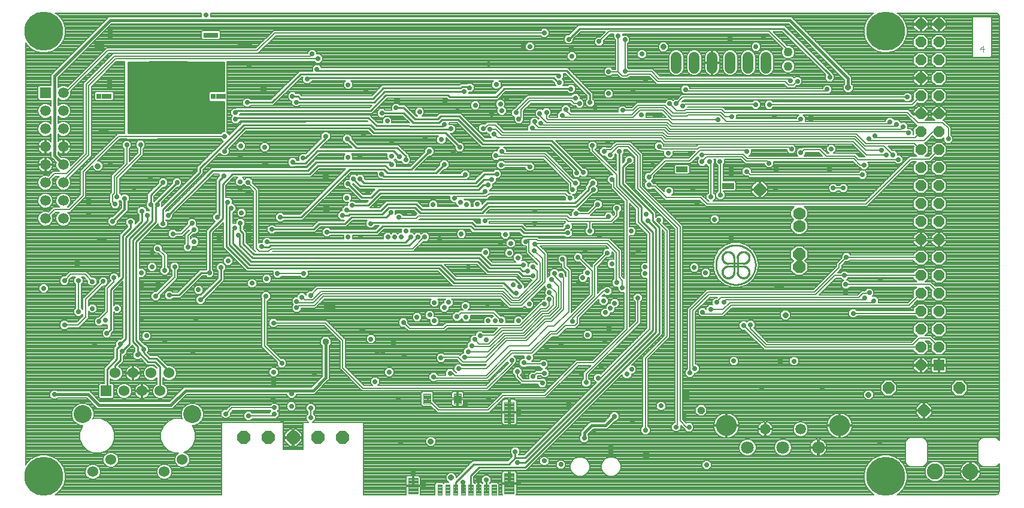
<source format=gbl>
G75*
%MOIN*%
%OFA0B0*%
%FSLAX25Y25*%
%IPPOS*%
%LPD*%
%AMOC8*
5,1,8,0,0,1.08239X$1,22.5*
%
%ADD10C,0.00400*%
%ADD11C,0.01000*%
%ADD12C,0.00100*%
%ADD13OC8,0.06496*%
%ADD14R,0.05906X0.05906*%
%ADD15OC8,0.05906*%
%ADD16C,0.05906*%
%ADD17OC8,0.07087*%
%ADD18C,0.07087*%
%ADD19C,0.11661*%
%ADD20C,0.00413*%
%ADD21C,0.00400*%
%ADD22C,0.00390*%
%ADD23C,0.06000*%
%ADD24R,0.06000X0.06000*%
%ADD25C,0.10000*%
%ADD26C,0.08858*%
%ADD27C,0.05906*%
%ADD28C,0.05000*%
%ADD29C,0.07000*%
%ADD30OC8,0.07000*%
%ADD31C,0.21654*%
%ADD32OC8,0.02781*%
%ADD33R,0.02781X0.02781*%
%ADD34R,0.03175X0.03175*%
%ADD35OC8,0.03175*%
%ADD36C,0.00800*%
%ADD37C,0.01600*%
%ADD38C,0.00600*%
%ADD39OC8,0.03962*%
%ADD40OC8,0.03569*%
%ADD41C,0.01200*%
D10*
X0588749Y0406680D02*
X0591151Y0406680D01*
X0590550Y0404879D02*
X0590550Y0408482D01*
X0588749Y0406680D01*
D11*
X0505178Y0392399D02*
X0505178Y0390999D01*
X0505178Y0392399D02*
X0479428Y0418149D01*
X0365878Y0418149D01*
X0359828Y0412099D01*
X0362028Y0414299D01*
X0358528Y0394599D02*
X0371778Y0381349D01*
X0371778Y0376849D01*
X0361078Y0384449D02*
X0360978Y0384549D01*
X0323928Y0384549D01*
X0319528Y0380149D01*
X0293528Y0380149D01*
X0293028Y0380649D01*
X0292978Y0380649D01*
X0292728Y0380899D01*
X0258128Y0380899D01*
X0249628Y0372399D01*
X0175428Y0372399D01*
X0174278Y0371249D01*
X0175228Y0368299D02*
X0174478Y0367549D01*
X0175228Y0368299D02*
X0248378Y0368349D01*
X0252878Y0363849D01*
X0289778Y0363799D01*
X0290628Y0364649D01*
X0289478Y0367449D02*
X0298228Y0367449D01*
X0311928Y0353749D01*
X0349628Y0353749D01*
X0364478Y0338899D01*
X0364478Y0337599D01*
X0368078Y0337849D02*
X0350278Y0355649D01*
X0312578Y0355649D01*
X0301028Y0367199D01*
X0301028Y0367249D01*
X0298928Y0369349D01*
X0288678Y0369349D01*
X0286928Y0367599D01*
X0274228Y0367599D01*
X0267978Y0373849D01*
X0263778Y0373849D01*
X0268078Y0371049D02*
X0255828Y0371049D01*
X0251678Y0377149D02*
X0208378Y0377149D01*
X0210428Y0379049D02*
X0209178Y0380299D01*
X0206128Y0380299D01*
X0210428Y0379049D02*
X0250878Y0379049D01*
X0256728Y0384899D01*
X0299678Y0384899D01*
X0300528Y0385749D01*
X0304178Y0385749D01*
X0304778Y0385149D01*
X0301678Y0382949D02*
X0257478Y0382949D01*
X0251678Y0377149D01*
X0249528Y0364499D02*
X0252078Y0361949D01*
X0293928Y0361899D01*
X0294278Y0362249D01*
X0291228Y0359999D02*
X0251328Y0359999D01*
X0248728Y0362599D01*
X0179728Y0362549D01*
X0168228Y0351049D01*
X0168228Y0349799D01*
X0166091Y0359849D02*
X0114628Y0359849D01*
X0114628Y0399499D01*
X0167878Y0399499D01*
X0167878Y0383240D01*
X0160117Y0383240D01*
X0159238Y0382361D01*
X0159238Y0378337D01*
X0160117Y0377459D01*
X0164140Y0377459D01*
X0165617Y0377459D01*
X0167878Y0377459D01*
X0167878Y0360940D01*
X0167181Y0360940D01*
X0166091Y0359849D01*
X0166734Y0360493D02*
X0114628Y0360493D01*
X0114628Y0361491D02*
X0167878Y0361491D01*
X0167878Y0362490D02*
X0114628Y0362490D01*
X0114628Y0363488D02*
X0167878Y0363488D01*
X0167878Y0364487D02*
X0114628Y0364487D01*
X0114628Y0365485D02*
X0167878Y0365485D01*
X0167878Y0366484D02*
X0114628Y0366484D01*
X0114628Y0367482D02*
X0167878Y0367482D01*
X0167878Y0368481D02*
X0114628Y0368481D01*
X0114628Y0369479D02*
X0167878Y0369479D01*
X0167878Y0370478D02*
X0114628Y0370478D01*
X0114628Y0371476D02*
X0167878Y0371476D01*
X0167878Y0372475D02*
X0114628Y0372475D01*
X0114628Y0373473D02*
X0167878Y0373473D01*
X0167878Y0374472D02*
X0114628Y0374472D01*
X0114628Y0375470D02*
X0167878Y0375470D01*
X0167878Y0376469D02*
X0114628Y0376469D01*
X0114628Y0377467D02*
X0160108Y0377467D01*
X0159238Y0378466D02*
X0114628Y0378466D01*
X0114628Y0379464D02*
X0159238Y0379464D01*
X0159238Y0380463D02*
X0114628Y0380463D01*
X0114628Y0381461D02*
X0159238Y0381461D01*
X0159337Y0382460D02*
X0114628Y0382460D01*
X0114628Y0383458D02*
X0167878Y0383458D01*
X0167878Y0384457D02*
X0114628Y0384457D01*
X0114628Y0385455D02*
X0167878Y0385455D01*
X0167878Y0386454D02*
X0114628Y0386454D01*
X0114628Y0387452D02*
X0167878Y0387452D01*
X0167878Y0388451D02*
X0114628Y0388451D01*
X0114628Y0389449D02*
X0167878Y0389449D01*
X0167878Y0390448D02*
X0114628Y0390448D01*
X0114628Y0391446D02*
X0167878Y0391446D01*
X0167878Y0392445D02*
X0114628Y0392445D01*
X0114628Y0393443D02*
X0167878Y0393443D01*
X0167878Y0394442D02*
X0114628Y0394442D01*
X0114628Y0395440D02*
X0167878Y0395440D01*
X0167878Y0396439D02*
X0114628Y0396439D01*
X0114628Y0397437D02*
X0167878Y0397437D01*
X0167878Y0398436D02*
X0114628Y0398436D01*
X0114628Y0399434D02*
X0167878Y0399434D01*
X0181028Y0376899D02*
X0194728Y0376899D01*
X0210528Y0392699D01*
X0353428Y0392699D01*
X0354428Y0391699D01*
X0351478Y0390699D02*
X0354228Y0387949D01*
X0354678Y0387949D01*
X0351478Y0390699D02*
X0215228Y0390699D01*
X0214378Y0389849D01*
X0219778Y0395449D02*
X0220628Y0394599D01*
X0358528Y0394599D01*
X0388128Y0349649D02*
X0388128Y0330899D01*
X0400228Y0318799D01*
X0400228Y0310949D01*
X0406578Y0304599D01*
X0406578Y0249899D01*
X0335728Y0179049D01*
X0330128Y0179049D01*
X0330128Y0182449D01*
X0330128Y0179049D02*
X0326578Y0175499D01*
X0307078Y0175499D01*
X0296978Y0165399D01*
X0296978Y0161417D01*
X0296660Y0161098D01*
X0305321Y0161098D02*
X0305321Y0169142D01*
X0309828Y0173649D01*
X0335528Y0173649D01*
X0410278Y0248399D01*
X0410278Y0307299D01*
X0406578Y0310999D01*
X0406578Y0314999D01*
X0389928Y0331649D01*
X0389928Y0340999D01*
X0393728Y0344799D01*
X0373328Y0332049D02*
X0370878Y0329599D01*
X0370878Y0328349D01*
X0363378Y0320849D01*
X0314578Y0320849D01*
X0311028Y0317299D01*
X0278028Y0317299D01*
X0275028Y0320299D01*
X0258878Y0320299D01*
X0255278Y0316699D01*
X0236728Y0316699D01*
X0236378Y0317049D01*
X0238078Y0314799D02*
X0256078Y0314799D01*
X0259678Y0318399D01*
X0274228Y0318399D01*
X0277228Y0315399D01*
X0311678Y0315399D01*
X0315278Y0318999D01*
X0364128Y0318999D01*
X0373578Y0328449D01*
X0359278Y0307799D02*
X0358828Y0307799D01*
X0357078Y0306049D01*
X0335778Y0306049D01*
X0333728Y0308099D01*
X0307978Y0308099D01*
X0306028Y0310049D01*
X0250328Y0310049D01*
X0249732Y0309453D01*
X0252978Y0304749D02*
X0256378Y0308149D01*
X0305228Y0308149D01*
X0307178Y0306199D01*
X0333028Y0306199D01*
X0335028Y0304199D01*
X0359278Y0304199D01*
X0334628Y0286349D02*
X0316628Y0286349D01*
X0310778Y0292199D01*
X0184628Y0292199D01*
X0178678Y0298149D01*
X0178678Y0304099D01*
X0177128Y0305649D01*
X0177128Y0309799D01*
X0174028Y0307049D02*
X0173078Y0306099D01*
X0173078Y0298349D01*
X0183028Y0288399D01*
X0309228Y0288399D01*
X0314928Y0282699D01*
X0331878Y0282699D01*
X0334328Y0280249D01*
X0339728Y0280249D01*
X0336878Y0283149D02*
X0334028Y0283149D01*
X0332628Y0284549D01*
X0315678Y0284549D01*
X0309928Y0290299D01*
X0183828Y0290299D01*
X0176778Y0297349D01*
X0176778Y0301999D01*
X0175878Y0302899D01*
X0171128Y0297549D02*
X0171128Y0317149D01*
X0172028Y0318049D01*
X0169228Y0320599D02*
X0169228Y0296699D01*
X0181328Y0284599D01*
X0287778Y0284599D01*
X0295928Y0276449D01*
X0323678Y0276449D01*
X0329428Y0270699D01*
X0330778Y0270699D01*
X0332628Y0274199D02*
X0332628Y0275749D01*
X0330028Y0278349D01*
X0296728Y0278349D01*
X0288578Y0286499D01*
X0182178Y0286499D01*
X0171128Y0297549D01*
X0159878Y0304899D02*
X0159878Y0281899D01*
X0155328Y0281899D01*
X0142978Y0269549D01*
X0137528Y0269549D01*
X0154928Y0266949D02*
X0166378Y0278399D01*
X0166378Y0284949D01*
X0189078Y0296549D02*
X0189328Y0296299D01*
X0192928Y0296299D01*
X0193878Y0297249D01*
X0271078Y0297249D01*
X0275828Y0301999D01*
X0271828Y0301999D02*
X0268978Y0299149D01*
X0192028Y0299149D01*
X0191928Y0299249D01*
X0194728Y0306249D02*
X0217878Y0306249D01*
X0221078Y0309449D01*
X0235428Y0309449D01*
X0238878Y0312899D01*
X0258178Y0312899D01*
X0260878Y0315599D01*
X0255078Y0326449D02*
X0248178Y0319549D01*
X0239378Y0319549D01*
X0238078Y0314799D02*
X0237328Y0314049D01*
X0233978Y0314049D01*
X0225278Y0304749D02*
X0252978Y0304749D01*
X0249878Y0323949D02*
X0244728Y0323949D01*
X0237128Y0331549D01*
X0240128Y0334049D02*
X0240128Y0334349D01*
X0240128Y0334049D02*
X0243928Y0330249D01*
X0308878Y0330249D01*
X0312728Y0334099D01*
X0317078Y0334099D01*
X0315128Y0330899D02*
X0312228Y0330899D01*
X0309678Y0328349D01*
X0254278Y0328349D01*
X0249878Y0323949D01*
X0255078Y0326449D02*
X0312228Y0326449D01*
X0313278Y0327499D01*
X0308028Y0332149D02*
X0246028Y0332149D01*
X0243778Y0334399D01*
X0237828Y0339749D02*
X0211078Y0312999D01*
X0199228Y0312999D01*
X0215578Y0336949D02*
X0172778Y0336949D01*
X0167278Y0331449D01*
X0167278Y0312299D01*
X0159878Y0304899D01*
X0164278Y0313099D02*
X0165228Y0314049D01*
X0165228Y0333399D01*
X0167928Y0336099D01*
X0161728Y0338849D02*
X0214728Y0338849D01*
X0219428Y0343549D01*
X0260228Y0343549D01*
X0261378Y0342399D01*
X0259828Y0339599D02*
X0257778Y0341649D01*
X0220278Y0341649D01*
X0215578Y0336949D01*
X0213328Y0343099D02*
X0206725Y0343099D01*
X0206177Y0343648D01*
X0212078Y0345849D02*
X0213378Y0345849D01*
X0224678Y0357149D01*
X0224678Y0358149D01*
X0220128Y0349899D02*
X0262428Y0349899D01*
X0265628Y0346699D01*
X0269178Y0346999D02*
X0264428Y0351749D01*
X0241628Y0351749D01*
X0236628Y0356749D01*
X0249528Y0364499D02*
X0178928Y0364449D01*
X0154678Y0340199D01*
X0154678Y0337949D01*
X0133978Y0317249D01*
X0133978Y0309499D01*
X0129978Y0310249D02*
X0119128Y0299399D01*
X0119128Y0244349D01*
X0123428Y0240049D01*
X0123428Y0239399D01*
X0123228Y0239199D01*
X0123228Y0237599D01*
X0126428Y0234399D01*
X0130228Y0234399D01*
X0137388Y0227239D01*
X0137388Y0226217D01*
X0132388Y0229639D02*
X0129578Y0232449D01*
X0125778Y0232449D01*
X0120953Y0237274D01*
X0120953Y0237224D01*
X0119928Y0236199D01*
X0120953Y0237274D02*
X0119978Y0238249D01*
X0119978Y0240849D01*
X0117228Y0243599D01*
X0117228Y0300199D01*
X0128028Y0310999D01*
X0128028Y0319149D01*
X0127178Y0319999D01*
X0127178Y0325349D01*
X0134128Y0332299D01*
X0141878Y0332299D02*
X0130878Y0321299D01*
X0130878Y0319899D01*
X0129978Y0318999D01*
X0129978Y0310249D01*
X0125178Y0310849D02*
X0115328Y0300999D01*
X0115328Y0242449D01*
X0111228Y0238349D01*
X0110178Y0237299D01*
X0110178Y0233199D01*
X0107388Y0230409D01*
X0107388Y0226217D01*
X0102878Y0228449D02*
X0102878Y0216707D01*
X0102388Y0216217D01*
X0102878Y0228449D02*
X0108378Y0233949D01*
X0108378Y0239749D01*
X0110297Y0241668D01*
X0110297Y0242268D01*
X0113428Y0245399D01*
X0113428Y0301799D01*
X0122378Y0310749D01*
X0122378Y0316449D01*
X0125178Y0314049D02*
X0125178Y0310849D01*
X0136878Y0313999D02*
X0161728Y0338849D01*
X0170128Y0321499D02*
X0169228Y0320599D01*
X0213328Y0343099D02*
X0220128Y0349899D01*
X0237828Y0339749D02*
X0256978Y0339749D01*
X0259028Y0337699D01*
X0286078Y0337699D01*
X0290728Y0342349D01*
X0301328Y0335799D02*
X0302228Y0336699D01*
X0301328Y0335799D02*
X0256928Y0335799D01*
X0255778Y0336949D01*
X0259828Y0339599D02*
X0272278Y0339599D01*
X0282328Y0349649D01*
X0269178Y0346999D02*
X0269178Y0344999D01*
X0273428Y0365699D02*
X0287728Y0365699D01*
X0289478Y0367449D01*
X0291228Y0359999D02*
X0299178Y0352049D01*
X0312978Y0337099D02*
X0308028Y0332149D01*
X0312978Y0337099D02*
X0319878Y0337099D01*
X0273428Y0365699D02*
X0268078Y0371049D01*
X0403878Y0311149D02*
X0408378Y0306649D01*
X0408378Y0249099D01*
X0335628Y0176349D01*
X0331228Y0176349D01*
X0313928Y0166599D02*
X0313928Y0162334D01*
X0313983Y0161098D01*
X0309652Y0161098D02*
X0309652Y0166423D01*
X0309678Y0166449D01*
X0273235Y0163303D02*
X0273235Y0170106D01*
X0273228Y0170099D01*
X0132388Y0216217D02*
X0132388Y0229639D01*
X0113078Y0240199D02*
X0111228Y0238349D01*
X0110297Y0242268D02*
X0111178Y0243149D01*
X0104828Y0250399D02*
X0102778Y0248349D01*
X0104828Y0250399D02*
X0104828Y0272699D01*
X0111528Y0279399D01*
X0111528Y0302599D01*
X0116028Y0307099D01*
X0116028Y0310199D01*
X0448722Y0287226D02*
X0456990Y0287226D01*
X0456990Y0285651D02*
X0448722Y0285651D01*
X0441856Y0286439D02*
X0441859Y0286709D01*
X0441869Y0286979D01*
X0441886Y0287248D01*
X0441909Y0287517D01*
X0441939Y0287786D01*
X0441975Y0288053D01*
X0442018Y0288320D01*
X0442067Y0288585D01*
X0442123Y0288849D01*
X0442186Y0289112D01*
X0442254Y0289373D01*
X0442330Y0289632D01*
X0442411Y0289889D01*
X0442499Y0290145D01*
X0442593Y0290398D01*
X0442693Y0290649D01*
X0442800Y0290897D01*
X0442912Y0291142D01*
X0443031Y0291385D01*
X0443155Y0291624D01*
X0443285Y0291861D01*
X0443421Y0292094D01*
X0443563Y0292324D01*
X0443710Y0292550D01*
X0443863Y0292773D01*
X0444021Y0292992D01*
X0444184Y0293207D01*
X0444353Y0293417D01*
X0444527Y0293624D01*
X0444706Y0293826D01*
X0444889Y0294024D01*
X0445078Y0294217D01*
X0445271Y0294406D01*
X0445469Y0294589D01*
X0445671Y0294768D01*
X0445878Y0294942D01*
X0446088Y0295111D01*
X0446303Y0295274D01*
X0446522Y0295432D01*
X0446745Y0295585D01*
X0446971Y0295732D01*
X0447201Y0295874D01*
X0447434Y0296010D01*
X0447671Y0296140D01*
X0447910Y0296264D01*
X0448153Y0296383D01*
X0448398Y0296495D01*
X0448646Y0296602D01*
X0448897Y0296702D01*
X0449150Y0296796D01*
X0449406Y0296884D01*
X0449663Y0296965D01*
X0449922Y0297041D01*
X0450183Y0297109D01*
X0450446Y0297172D01*
X0450710Y0297228D01*
X0450975Y0297277D01*
X0451242Y0297320D01*
X0451509Y0297356D01*
X0451778Y0297386D01*
X0452047Y0297409D01*
X0452316Y0297426D01*
X0452586Y0297436D01*
X0452856Y0297439D01*
X0453126Y0297436D01*
X0453396Y0297426D01*
X0453665Y0297409D01*
X0453934Y0297386D01*
X0454203Y0297356D01*
X0454470Y0297320D01*
X0454737Y0297277D01*
X0455002Y0297228D01*
X0455266Y0297172D01*
X0455529Y0297109D01*
X0455790Y0297041D01*
X0456049Y0296965D01*
X0456306Y0296884D01*
X0456562Y0296796D01*
X0456815Y0296702D01*
X0457066Y0296602D01*
X0457314Y0296495D01*
X0457559Y0296383D01*
X0457802Y0296264D01*
X0458041Y0296140D01*
X0458278Y0296010D01*
X0458511Y0295874D01*
X0458741Y0295732D01*
X0458967Y0295585D01*
X0459190Y0295432D01*
X0459409Y0295274D01*
X0459624Y0295111D01*
X0459834Y0294942D01*
X0460041Y0294768D01*
X0460243Y0294589D01*
X0460441Y0294406D01*
X0460634Y0294217D01*
X0460823Y0294024D01*
X0461006Y0293826D01*
X0461185Y0293624D01*
X0461359Y0293417D01*
X0461528Y0293207D01*
X0461691Y0292992D01*
X0461849Y0292773D01*
X0462002Y0292550D01*
X0462149Y0292324D01*
X0462291Y0292094D01*
X0462427Y0291861D01*
X0462557Y0291624D01*
X0462681Y0291385D01*
X0462800Y0291142D01*
X0462912Y0290897D01*
X0463019Y0290649D01*
X0463119Y0290398D01*
X0463213Y0290145D01*
X0463301Y0289889D01*
X0463382Y0289632D01*
X0463458Y0289373D01*
X0463526Y0289112D01*
X0463589Y0288849D01*
X0463645Y0288585D01*
X0463694Y0288320D01*
X0463737Y0288053D01*
X0463773Y0287786D01*
X0463803Y0287517D01*
X0463826Y0287248D01*
X0463843Y0286979D01*
X0463853Y0286709D01*
X0463856Y0286439D01*
X0463853Y0286169D01*
X0463843Y0285899D01*
X0463826Y0285630D01*
X0463803Y0285361D01*
X0463773Y0285092D01*
X0463737Y0284825D01*
X0463694Y0284558D01*
X0463645Y0284293D01*
X0463589Y0284029D01*
X0463526Y0283766D01*
X0463458Y0283505D01*
X0463382Y0283246D01*
X0463301Y0282989D01*
X0463213Y0282733D01*
X0463119Y0282480D01*
X0463019Y0282229D01*
X0462912Y0281981D01*
X0462800Y0281736D01*
X0462681Y0281493D01*
X0462557Y0281254D01*
X0462427Y0281017D01*
X0462291Y0280784D01*
X0462149Y0280554D01*
X0462002Y0280328D01*
X0461849Y0280105D01*
X0461691Y0279886D01*
X0461528Y0279671D01*
X0461359Y0279461D01*
X0461185Y0279254D01*
X0461006Y0279052D01*
X0460823Y0278854D01*
X0460634Y0278661D01*
X0460441Y0278472D01*
X0460243Y0278289D01*
X0460041Y0278110D01*
X0459834Y0277936D01*
X0459624Y0277767D01*
X0459409Y0277604D01*
X0459190Y0277446D01*
X0458967Y0277293D01*
X0458741Y0277146D01*
X0458511Y0277004D01*
X0458278Y0276868D01*
X0458041Y0276738D01*
X0457802Y0276614D01*
X0457559Y0276495D01*
X0457314Y0276383D01*
X0457066Y0276276D01*
X0456815Y0276176D01*
X0456562Y0276082D01*
X0456306Y0275994D01*
X0456049Y0275913D01*
X0455790Y0275837D01*
X0455529Y0275769D01*
X0455266Y0275706D01*
X0455002Y0275650D01*
X0454737Y0275601D01*
X0454470Y0275558D01*
X0454203Y0275522D01*
X0453934Y0275492D01*
X0453665Y0275469D01*
X0453396Y0275452D01*
X0453126Y0275442D01*
X0452856Y0275439D01*
X0452586Y0275442D01*
X0452316Y0275452D01*
X0452047Y0275469D01*
X0451778Y0275492D01*
X0451509Y0275522D01*
X0451242Y0275558D01*
X0450975Y0275601D01*
X0450710Y0275650D01*
X0450446Y0275706D01*
X0450183Y0275769D01*
X0449922Y0275837D01*
X0449663Y0275913D01*
X0449406Y0275994D01*
X0449150Y0276082D01*
X0448897Y0276176D01*
X0448646Y0276276D01*
X0448398Y0276383D01*
X0448153Y0276495D01*
X0447910Y0276614D01*
X0447671Y0276738D01*
X0447434Y0276868D01*
X0447201Y0277004D01*
X0446971Y0277146D01*
X0446745Y0277293D01*
X0446522Y0277446D01*
X0446303Y0277604D01*
X0446088Y0277767D01*
X0445878Y0277936D01*
X0445671Y0278110D01*
X0445469Y0278289D01*
X0445271Y0278472D01*
X0445078Y0278661D01*
X0444889Y0278854D01*
X0444706Y0279052D01*
X0444527Y0279254D01*
X0444353Y0279461D01*
X0444184Y0279671D01*
X0444021Y0279886D01*
X0443863Y0280105D01*
X0443710Y0280328D01*
X0443563Y0280554D01*
X0443421Y0280784D01*
X0443285Y0281017D01*
X0443155Y0281254D01*
X0443031Y0281493D01*
X0442912Y0281736D01*
X0442800Y0281981D01*
X0442693Y0282229D01*
X0442593Y0282480D01*
X0442499Y0282733D01*
X0442411Y0282989D01*
X0442330Y0283246D01*
X0442254Y0283505D01*
X0442186Y0283766D01*
X0442123Y0284029D01*
X0442067Y0284293D01*
X0442018Y0284558D01*
X0441975Y0284825D01*
X0441939Y0285092D01*
X0441909Y0285361D01*
X0441886Y0285630D01*
X0441869Y0285899D01*
X0441859Y0286169D01*
X0441856Y0286439D01*
X0451872Y0282502D02*
X0451872Y0290376D01*
X0453840Y0290376D02*
X0453840Y0282502D01*
D12*
X0453389Y0282465D02*
X0454289Y0282437D01*
X0454288Y0282438D02*
X0454289Y0282333D01*
X0454294Y0282227D01*
X0454302Y0282122D01*
X0454315Y0282018D01*
X0454331Y0281914D01*
X0454351Y0281811D01*
X0454376Y0281708D01*
X0454404Y0281607D01*
X0454435Y0281506D01*
X0454471Y0281407D01*
X0454510Y0281310D01*
X0454553Y0281214D01*
X0454600Y0281119D01*
X0454650Y0281027D01*
X0454703Y0280936D01*
X0454760Y0280847D01*
X0454820Y0280761D01*
X0454883Y0280677D01*
X0454950Y0280595D01*
X0455019Y0280516D01*
X0455092Y0280440D01*
X0455167Y0280366D01*
X0455245Y0280295D01*
X0455325Y0280227D01*
X0455408Y0280163D01*
X0455494Y0280101D01*
X0455582Y0280043D01*
X0455671Y0279988D01*
X0455763Y0279936D01*
X0455857Y0279888D01*
X0455952Y0279844D01*
X0456049Y0279803D01*
X0456148Y0279766D01*
X0456247Y0279732D01*
X0456348Y0279702D01*
X0456450Y0279677D01*
X0456553Y0279655D01*
X0456657Y0279636D01*
X0456761Y0279622D01*
X0456866Y0279612D01*
X0456971Y0279605D01*
X0457076Y0279603D01*
X0457182Y0279605D01*
X0457287Y0279610D01*
X0457392Y0279620D01*
X0457496Y0279633D01*
X0457600Y0279650D01*
X0457703Y0279671D01*
X0457805Y0279696D01*
X0457906Y0279725D01*
X0458007Y0279758D01*
X0458105Y0279794D01*
X0458203Y0279834D01*
X0458298Y0279878D01*
X0458392Y0279925D01*
X0458485Y0279976D01*
X0458575Y0280030D01*
X0458663Y0280088D01*
X0458749Y0280149D01*
X0458832Y0280213D01*
X0458914Y0280280D01*
X0458992Y0280350D01*
X0459068Y0280423D01*
X0459141Y0280499D01*
X0459211Y0280577D01*
X0459278Y0280659D01*
X0459342Y0280742D01*
X0459403Y0280828D01*
X0459461Y0280916D01*
X0459515Y0281006D01*
X0459566Y0281099D01*
X0459613Y0281193D01*
X0459657Y0281288D01*
X0459697Y0281386D01*
X0459733Y0281484D01*
X0459766Y0281585D01*
X0459795Y0281686D01*
X0459820Y0281788D01*
X0459841Y0281891D01*
X0459858Y0281995D01*
X0459871Y0282099D01*
X0459881Y0282204D01*
X0459886Y0282309D01*
X0459888Y0282415D01*
X0459886Y0282520D01*
X0459879Y0282625D01*
X0459869Y0282730D01*
X0459855Y0282834D01*
X0459836Y0282938D01*
X0459814Y0283041D01*
X0459789Y0283143D01*
X0459759Y0283244D01*
X0459725Y0283343D01*
X0459688Y0283442D01*
X0459647Y0283539D01*
X0459603Y0283634D01*
X0459555Y0283728D01*
X0459503Y0283820D01*
X0459448Y0283909D01*
X0459390Y0283997D01*
X0459328Y0284083D01*
X0459264Y0284166D01*
X0459196Y0284246D01*
X0459125Y0284324D01*
X0459051Y0284399D01*
X0458975Y0284472D01*
X0458896Y0284541D01*
X0458814Y0284608D01*
X0458730Y0284671D01*
X0458644Y0284731D01*
X0458555Y0284788D01*
X0458464Y0284841D01*
X0458372Y0284891D01*
X0458277Y0284938D01*
X0458181Y0284981D01*
X0458084Y0285020D01*
X0457985Y0285056D01*
X0457884Y0285087D01*
X0457783Y0285115D01*
X0457680Y0285140D01*
X0457577Y0285160D01*
X0457473Y0285176D01*
X0457369Y0285189D01*
X0457264Y0285197D01*
X0457158Y0285202D01*
X0457053Y0285203D01*
X0457026Y0286102D01*
X0457146Y0286103D01*
X0457266Y0286099D01*
X0457386Y0286091D01*
X0457506Y0286079D01*
X0457625Y0286064D01*
X0457744Y0286044D01*
X0457862Y0286021D01*
X0457979Y0285994D01*
X0458096Y0285963D01*
X0458211Y0285929D01*
X0458325Y0285890D01*
X0458437Y0285848D01*
X0458549Y0285803D01*
X0458658Y0285753D01*
X0458766Y0285700D01*
X0458873Y0285644D01*
X0458977Y0285584D01*
X0459079Y0285521D01*
X0459180Y0285455D01*
X0459278Y0285385D01*
X0459374Y0285313D01*
X0459467Y0285237D01*
X0459558Y0285158D01*
X0459646Y0285076D01*
X0459732Y0284992D01*
X0459814Y0284904D01*
X0459894Y0284815D01*
X0459971Y0284722D01*
X0460045Y0284627D01*
X0460116Y0284530D01*
X0460183Y0284430D01*
X0460247Y0284329D01*
X0460308Y0284225D01*
X0460366Y0284119D01*
X0460420Y0284012D01*
X0460470Y0283903D01*
X0460517Y0283792D01*
X0460561Y0283680D01*
X0460600Y0283566D01*
X0460636Y0283451D01*
X0460669Y0283336D01*
X0460697Y0283219D01*
X0460722Y0283101D01*
X0460742Y0282983D01*
X0460759Y0282863D01*
X0460772Y0282744D01*
X0460781Y0282624D01*
X0460787Y0282504D01*
X0460788Y0282384D01*
X0460785Y0282263D01*
X0460779Y0282143D01*
X0460768Y0282023D01*
X0460754Y0281904D01*
X0460736Y0281785D01*
X0460714Y0281667D01*
X0460688Y0281549D01*
X0460659Y0281433D01*
X0460625Y0281317D01*
X0460588Y0281203D01*
X0460547Y0281090D01*
X0460503Y0280978D01*
X0460455Y0280868D01*
X0460403Y0280759D01*
X0460348Y0280652D01*
X0460289Y0280547D01*
X0460227Y0280444D01*
X0460162Y0280343D01*
X0460093Y0280245D01*
X0460021Y0280148D01*
X0459947Y0280054D01*
X0459869Y0279962D01*
X0459788Y0279873D01*
X0459704Y0279787D01*
X0459618Y0279703D01*
X0459529Y0279622D01*
X0459437Y0279544D01*
X0459343Y0279470D01*
X0459246Y0279398D01*
X0459148Y0279329D01*
X0459047Y0279264D01*
X0458944Y0279202D01*
X0458839Y0279143D01*
X0458732Y0279088D01*
X0458623Y0279036D01*
X0458513Y0278988D01*
X0458401Y0278944D01*
X0458288Y0278903D01*
X0458174Y0278866D01*
X0458058Y0278832D01*
X0457942Y0278803D01*
X0457824Y0278777D01*
X0457706Y0278755D01*
X0457587Y0278737D01*
X0457468Y0278723D01*
X0457348Y0278712D01*
X0457228Y0278706D01*
X0457107Y0278703D01*
X0456987Y0278704D01*
X0456867Y0278710D01*
X0456747Y0278719D01*
X0456628Y0278732D01*
X0456508Y0278749D01*
X0456390Y0278769D01*
X0456272Y0278794D01*
X0456155Y0278822D01*
X0456040Y0278855D01*
X0455925Y0278891D01*
X0455811Y0278930D01*
X0455699Y0278974D01*
X0455588Y0279021D01*
X0455479Y0279071D01*
X0455372Y0279125D01*
X0455266Y0279183D01*
X0455162Y0279244D01*
X0455061Y0279308D01*
X0454961Y0279375D01*
X0454864Y0279446D01*
X0454769Y0279520D01*
X0454676Y0279597D01*
X0454587Y0279677D01*
X0454499Y0279759D01*
X0454415Y0279845D01*
X0454333Y0279933D01*
X0454254Y0280024D01*
X0454178Y0280117D01*
X0454106Y0280213D01*
X0454036Y0280311D01*
X0453970Y0280412D01*
X0453907Y0280514D01*
X0453847Y0280618D01*
X0453791Y0280725D01*
X0453738Y0280833D01*
X0453688Y0280942D01*
X0453643Y0281054D01*
X0453601Y0281166D01*
X0453562Y0281280D01*
X0453528Y0281395D01*
X0453497Y0281512D01*
X0453470Y0281629D01*
X0453447Y0281747D01*
X0453427Y0281866D01*
X0453412Y0281985D01*
X0453400Y0282105D01*
X0453392Y0282225D01*
X0453388Y0282345D01*
X0453389Y0282465D01*
X0453482Y0282462D01*
X0453483Y0282343D01*
X0453486Y0282223D01*
X0453494Y0282104D01*
X0453506Y0281985D01*
X0453522Y0281866D01*
X0453542Y0281748D01*
X0453566Y0281631D01*
X0453593Y0281514D01*
X0453625Y0281399D01*
X0453660Y0281284D01*
X0453699Y0281171D01*
X0453742Y0281060D01*
X0453788Y0280949D01*
X0453838Y0280841D01*
X0453892Y0280734D01*
X0453949Y0280628D01*
X0454009Y0280525D01*
X0454073Y0280424D01*
X0454141Y0280325D01*
X0454211Y0280229D01*
X0454285Y0280134D01*
X0454362Y0280043D01*
X0454442Y0279953D01*
X0454524Y0279867D01*
X0454610Y0279783D01*
X0454698Y0279703D01*
X0454789Y0279625D01*
X0454883Y0279550D01*
X0454978Y0279478D01*
X0455077Y0279410D01*
X0455177Y0279345D01*
X0455280Y0279283D01*
X0455384Y0279225D01*
X0455490Y0279170D01*
X0455599Y0279119D01*
X0455708Y0279071D01*
X0455820Y0279027D01*
X0455932Y0278987D01*
X0456046Y0278951D01*
X0456161Y0278918D01*
X0456278Y0278889D01*
X0456395Y0278864D01*
X0456512Y0278843D01*
X0456631Y0278826D01*
X0456750Y0278813D01*
X0456869Y0278804D01*
X0456988Y0278798D01*
X0457108Y0278797D01*
X0457228Y0278800D01*
X0457347Y0278806D01*
X0457466Y0278817D01*
X0457585Y0278831D01*
X0457703Y0278850D01*
X0457821Y0278872D01*
X0457938Y0278899D01*
X0458053Y0278929D01*
X0458168Y0278963D01*
X0458282Y0279000D01*
X0458394Y0279042D01*
X0458505Y0279087D01*
X0458614Y0279136D01*
X0458722Y0279188D01*
X0458827Y0279244D01*
X0458931Y0279304D01*
X0459033Y0279367D01*
X0459133Y0279433D01*
X0459230Y0279502D01*
X0459325Y0279575D01*
X0459418Y0279651D01*
X0459508Y0279729D01*
X0459595Y0279811D01*
X0459680Y0279896D01*
X0459762Y0279983D01*
X0459840Y0280073D01*
X0459916Y0280166D01*
X0459989Y0280261D01*
X0460058Y0280358D01*
X0460124Y0280458D01*
X0460187Y0280560D01*
X0460247Y0280664D01*
X0460303Y0280769D01*
X0460355Y0280877D01*
X0460404Y0280986D01*
X0460449Y0281097D01*
X0460491Y0281209D01*
X0460528Y0281323D01*
X0460562Y0281438D01*
X0460592Y0281553D01*
X0460619Y0281670D01*
X0460641Y0281788D01*
X0460660Y0281906D01*
X0460674Y0282025D01*
X0460685Y0282144D01*
X0460691Y0282263D01*
X0460694Y0282383D01*
X0460693Y0282503D01*
X0460687Y0282622D01*
X0460678Y0282741D01*
X0460665Y0282860D01*
X0460648Y0282979D01*
X0460627Y0283096D01*
X0460602Y0283213D01*
X0460573Y0283330D01*
X0460540Y0283445D01*
X0460504Y0283559D01*
X0460464Y0283671D01*
X0460420Y0283783D01*
X0460372Y0283892D01*
X0460321Y0284001D01*
X0460266Y0284107D01*
X0460208Y0284211D01*
X0460146Y0284314D01*
X0460081Y0284414D01*
X0460013Y0284513D01*
X0459941Y0284608D01*
X0459866Y0284702D01*
X0459788Y0284793D01*
X0459708Y0284881D01*
X0459624Y0284967D01*
X0459538Y0285049D01*
X0459448Y0285129D01*
X0459357Y0285206D01*
X0459262Y0285280D01*
X0459166Y0285350D01*
X0459067Y0285418D01*
X0458966Y0285482D01*
X0458863Y0285542D01*
X0458757Y0285599D01*
X0458650Y0285653D01*
X0458542Y0285703D01*
X0458431Y0285749D01*
X0458320Y0285792D01*
X0458207Y0285831D01*
X0458092Y0285866D01*
X0457977Y0285898D01*
X0457860Y0285925D01*
X0457743Y0285949D01*
X0457625Y0285969D01*
X0457506Y0285985D01*
X0457387Y0285997D01*
X0457268Y0286005D01*
X0457148Y0286008D01*
X0457029Y0286009D01*
X0457032Y0285915D01*
X0457149Y0285914D01*
X0457266Y0285910D01*
X0457383Y0285903D01*
X0457500Y0285891D01*
X0457616Y0285875D01*
X0457732Y0285855D01*
X0457847Y0285832D01*
X0457961Y0285805D01*
X0458074Y0285774D01*
X0458186Y0285739D01*
X0458297Y0285700D01*
X0458407Y0285658D01*
X0458515Y0285612D01*
X0458621Y0285563D01*
X0458726Y0285510D01*
X0458829Y0285453D01*
X0458930Y0285393D01*
X0459028Y0285330D01*
X0459125Y0285264D01*
X0459220Y0285194D01*
X0459312Y0285121D01*
X0459401Y0285046D01*
X0459488Y0284967D01*
X0459572Y0284885D01*
X0459654Y0284801D01*
X0459733Y0284714D01*
X0459808Y0284624D01*
X0459881Y0284532D01*
X0459951Y0284438D01*
X0460017Y0284341D01*
X0460080Y0284242D01*
X0460140Y0284141D01*
X0460196Y0284038D01*
X0460249Y0283933D01*
X0460298Y0283827D01*
X0460344Y0283719D01*
X0460386Y0283609D01*
X0460425Y0283498D01*
X0460460Y0283386D01*
X0460490Y0283273D01*
X0460518Y0283159D01*
X0460541Y0283044D01*
X0460560Y0282928D01*
X0460576Y0282812D01*
X0460588Y0282695D01*
X0460596Y0282578D01*
X0460600Y0282461D01*
X0460599Y0282344D01*
X0460596Y0282226D01*
X0460588Y0282109D01*
X0460576Y0281992D01*
X0460560Y0281876D01*
X0460541Y0281760D01*
X0460517Y0281646D01*
X0460490Y0281531D01*
X0460459Y0281418D01*
X0460424Y0281306D01*
X0460386Y0281195D01*
X0460344Y0281086D01*
X0460298Y0280978D01*
X0460248Y0280871D01*
X0460195Y0280767D01*
X0460139Y0280664D01*
X0460079Y0280563D01*
X0460016Y0280464D01*
X0459950Y0280367D01*
X0459880Y0280273D01*
X0459807Y0280181D01*
X0459732Y0280091D01*
X0459653Y0280004D01*
X0459571Y0279920D01*
X0459487Y0279838D01*
X0459400Y0279759D01*
X0459310Y0279684D01*
X0459218Y0279611D01*
X0459124Y0279541D01*
X0459027Y0279475D01*
X0458928Y0279412D01*
X0458827Y0279352D01*
X0458724Y0279296D01*
X0458620Y0279243D01*
X0458513Y0279193D01*
X0458405Y0279147D01*
X0458296Y0279105D01*
X0458185Y0279067D01*
X0458073Y0279032D01*
X0457960Y0279001D01*
X0457845Y0278974D01*
X0457731Y0278950D01*
X0457615Y0278931D01*
X0457499Y0278915D01*
X0457382Y0278903D01*
X0457265Y0278895D01*
X0457147Y0278892D01*
X0457030Y0278891D01*
X0456913Y0278895D01*
X0456796Y0278903D01*
X0456679Y0278915D01*
X0456563Y0278931D01*
X0456447Y0278950D01*
X0456332Y0278973D01*
X0456218Y0279001D01*
X0456105Y0279031D01*
X0455993Y0279066D01*
X0455882Y0279105D01*
X0455772Y0279147D01*
X0455664Y0279193D01*
X0455558Y0279242D01*
X0455453Y0279295D01*
X0455350Y0279351D01*
X0455249Y0279411D01*
X0455150Y0279474D01*
X0455053Y0279540D01*
X0454959Y0279610D01*
X0454867Y0279683D01*
X0454777Y0279758D01*
X0454690Y0279837D01*
X0454606Y0279919D01*
X0454524Y0280003D01*
X0454445Y0280090D01*
X0454370Y0280179D01*
X0454297Y0280271D01*
X0454227Y0280366D01*
X0454161Y0280463D01*
X0454098Y0280561D01*
X0454038Y0280662D01*
X0453981Y0280765D01*
X0453928Y0280870D01*
X0453879Y0280976D01*
X0453833Y0281084D01*
X0453791Y0281194D01*
X0453752Y0281305D01*
X0453717Y0281417D01*
X0453686Y0281530D01*
X0453659Y0281644D01*
X0453636Y0281759D01*
X0453616Y0281875D01*
X0453600Y0281991D01*
X0453588Y0282108D01*
X0453581Y0282225D01*
X0453577Y0282342D01*
X0453576Y0282459D01*
X0453670Y0282457D01*
X0453671Y0282340D01*
X0453675Y0282223D01*
X0453683Y0282107D01*
X0453695Y0281991D01*
X0453711Y0281875D01*
X0453731Y0281760D01*
X0453755Y0281646D01*
X0453783Y0281533D01*
X0453814Y0281421D01*
X0453850Y0281310D01*
X0453889Y0281200D01*
X0453932Y0281091D01*
X0453978Y0280984D01*
X0454029Y0280879D01*
X0454082Y0280776D01*
X0454140Y0280674D01*
X0454200Y0280574D01*
X0454264Y0280477D01*
X0454332Y0280382D01*
X0454402Y0280289D01*
X0454476Y0280198D01*
X0454553Y0280111D01*
X0454632Y0280025D01*
X0454715Y0279943D01*
X0454800Y0279863D01*
X0454888Y0279787D01*
X0454979Y0279713D01*
X0455072Y0279643D01*
X0455167Y0279576D01*
X0455265Y0279512D01*
X0455364Y0279451D01*
X0455466Y0279394D01*
X0455570Y0279341D01*
X0455675Y0279291D01*
X0455782Y0279244D01*
X0455891Y0279202D01*
X0456001Y0279163D01*
X0456112Y0279127D01*
X0456224Y0279096D01*
X0456338Y0279068D01*
X0456452Y0279045D01*
X0456567Y0279025D01*
X0456682Y0279009D01*
X0456798Y0278997D01*
X0456915Y0278989D01*
X0457031Y0278985D01*
X0457148Y0278986D01*
X0457264Y0278990D01*
X0457381Y0278998D01*
X0457497Y0279010D01*
X0457612Y0279025D01*
X0457727Y0279045D01*
X0457842Y0279069D01*
X0457955Y0279097D01*
X0458067Y0279128D01*
X0458178Y0279164D01*
X0458288Y0279203D01*
X0458397Y0279245D01*
X0458504Y0279292D01*
X0458609Y0279342D01*
X0458713Y0279396D01*
X0458814Y0279453D01*
X0458914Y0279514D01*
X0459011Y0279578D01*
X0459107Y0279645D01*
X0459200Y0279715D01*
X0459290Y0279789D01*
X0459378Y0279866D01*
X0459463Y0279945D01*
X0459546Y0280028D01*
X0459625Y0280113D01*
X0459702Y0280201D01*
X0459776Y0280291D01*
X0459846Y0280384D01*
X0459913Y0280480D01*
X0459977Y0280577D01*
X0460038Y0280677D01*
X0460095Y0280778D01*
X0460149Y0280882D01*
X0460199Y0280987D01*
X0460246Y0281094D01*
X0460288Y0281203D01*
X0460327Y0281313D01*
X0460363Y0281424D01*
X0460394Y0281536D01*
X0460422Y0281649D01*
X0460446Y0281764D01*
X0460466Y0281879D01*
X0460481Y0281994D01*
X0460493Y0282110D01*
X0460501Y0282227D01*
X0460505Y0282343D01*
X0460506Y0282460D01*
X0460502Y0282576D01*
X0460494Y0282693D01*
X0460482Y0282809D01*
X0460466Y0282924D01*
X0460446Y0283039D01*
X0460423Y0283153D01*
X0460395Y0283267D01*
X0460364Y0283379D01*
X0460328Y0283490D01*
X0460289Y0283600D01*
X0460247Y0283709D01*
X0460200Y0283816D01*
X0460150Y0283921D01*
X0460097Y0284025D01*
X0460040Y0284127D01*
X0459979Y0284226D01*
X0459915Y0284324D01*
X0459848Y0284419D01*
X0459778Y0284512D01*
X0459704Y0284603D01*
X0459628Y0284691D01*
X0459548Y0284776D01*
X0459466Y0284859D01*
X0459380Y0284938D01*
X0459293Y0285015D01*
X0459202Y0285089D01*
X0459109Y0285159D01*
X0459014Y0285227D01*
X0458917Y0285291D01*
X0458817Y0285351D01*
X0458715Y0285409D01*
X0458612Y0285462D01*
X0458507Y0285513D01*
X0458400Y0285559D01*
X0458291Y0285602D01*
X0458181Y0285641D01*
X0458070Y0285677D01*
X0457958Y0285708D01*
X0457845Y0285736D01*
X0457731Y0285760D01*
X0457616Y0285780D01*
X0457500Y0285796D01*
X0457384Y0285808D01*
X0457268Y0285816D01*
X0457151Y0285820D01*
X0457034Y0285821D01*
X0457037Y0285727D01*
X0457152Y0285726D01*
X0457266Y0285722D01*
X0457380Y0285714D01*
X0457493Y0285702D01*
X0457606Y0285686D01*
X0457719Y0285667D01*
X0457831Y0285643D01*
X0457942Y0285616D01*
X0458051Y0285584D01*
X0458160Y0285549D01*
X0458268Y0285511D01*
X0458374Y0285468D01*
X0458478Y0285422D01*
X0458581Y0285373D01*
X0458682Y0285320D01*
X0458782Y0285263D01*
X0458879Y0285203D01*
X0458974Y0285140D01*
X0459067Y0285074D01*
X0459158Y0285004D01*
X0459246Y0284931D01*
X0459331Y0284856D01*
X0459414Y0284777D01*
X0459495Y0284696D01*
X0459572Y0284612D01*
X0459646Y0284525D01*
X0459718Y0284436D01*
X0459786Y0284344D01*
X0459851Y0284251D01*
X0459913Y0284155D01*
X0459972Y0284056D01*
X0460027Y0283956D01*
X0460078Y0283854D01*
X0460126Y0283751D01*
X0460171Y0283646D01*
X0460212Y0283539D01*
X0460249Y0283431D01*
X0460283Y0283322D01*
X0460312Y0283211D01*
X0460338Y0283100D01*
X0460360Y0282988D01*
X0460378Y0282875D01*
X0460393Y0282762D01*
X0460403Y0282648D01*
X0460409Y0282534D01*
X0460412Y0282420D01*
X0460411Y0282306D01*
X0460405Y0282192D01*
X0460396Y0282078D01*
X0460383Y0281964D01*
X0460366Y0281851D01*
X0460345Y0281739D01*
X0460320Y0281627D01*
X0460292Y0281517D01*
X0460259Y0281407D01*
X0460223Y0281299D01*
X0460183Y0281192D01*
X0460140Y0281086D01*
X0460093Y0280982D01*
X0460042Y0280880D01*
X0459988Y0280779D01*
X0459931Y0280680D01*
X0459870Y0280584D01*
X0459806Y0280489D01*
X0459738Y0280397D01*
X0459668Y0280307D01*
X0459594Y0280220D01*
X0459518Y0280135D01*
X0459438Y0280053D01*
X0459356Y0279973D01*
X0459271Y0279897D01*
X0459184Y0279823D01*
X0459094Y0279753D01*
X0459002Y0279685D01*
X0458907Y0279621D01*
X0458811Y0279560D01*
X0458712Y0279503D01*
X0458611Y0279449D01*
X0458509Y0279398D01*
X0458405Y0279351D01*
X0458299Y0279308D01*
X0458192Y0279268D01*
X0458084Y0279232D01*
X0457974Y0279199D01*
X0457864Y0279171D01*
X0457752Y0279146D01*
X0457640Y0279125D01*
X0457527Y0279108D01*
X0457413Y0279095D01*
X0457299Y0279086D01*
X0457185Y0279080D01*
X0457071Y0279079D01*
X0456957Y0279082D01*
X0456843Y0279088D01*
X0456729Y0279098D01*
X0456616Y0279113D01*
X0456503Y0279131D01*
X0456391Y0279153D01*
X0456280Y0279179D01*
X0456169Y0279208D01*
X0456060Y0279242D01*
X0455952Y0279279D01*
X0455845Y0279320D01*
X0455740Y0279365D01*
X0455637Y0279413D01*
X0455535Y0279464D01*
X0455435Y0279519D01*
X0455336Y0279578D01*
X0455240Y0279640D01*
X0455147Y0279705D01*
X0455055Y0279773D01*
X0454966Y0279845D01*
X0454879Y0279919D01*
X0454795Y0279996D01*
X0454714Y0280077D01*
X0454635Y0280160D01*
X0454560Y0280245D01*
X0454487Y0280333D01*
X0454417Y0280424D01*
X0454351Y0280517D01*
X0454288Y0280612D01*
X0454228Y0280709D01*
X0454171Y0280809D01*
X0454118Y0280910D01*
X0454069Y0281013D01*
X0454023Y0281117D01*
X0453980Y0281223D01*
X0453942Y0281331D01*
X0453907Y0281440D01*
X0453875Y0281549D01*
X0453848Y0281660D01*
X0453824Y0281772D01*
X0453805Y0281885D01*
X0453789Y0281998D01*
X0453777Y0282111D01*
X0453769Y0282225D01*
X0453765Y0282339D01*
X0453764Y0282454D01*
X0453858Y0282451D01*
X0453859Y0282338D01*
X0453863Y0282226D01*
X0453871Y0282113D01*
X0453883Y0282001D01*
X0453899Y0281890D01*
X0453919Y0281779D01*
X0453943Y0281669D01*
X0453970Y0281560D01*
X0454001Y0281452D01*
X0454036Y0281345D01*
X0454075Y0281239D01*
X0454118Y0281134D01*
X0454164Y0281032D01*
X0454213Y0280931D01*
X0454266Y0280831D01*
X0454323Y0280734D01*
X0454383Y0280638D01*
X0454446Y0280545D01*
X0454512Y0280454D01*
X0454582Y0280366D01*
X0454654Y0280279D01*
X0454730Y0280196D01*
X0454808Y0280115D01*
X0454889Y0280037D01*
X0454973Y0279962D01*
X0455059Y0279890D01*
X0455148Y0279820D01*
X0455239Y0279754D01*
X0455333Y0279691D01*
X0455429Y0279632D01*
X0455526Y0279576D01*
X0455626Y0279523D01*
X0455727Y0279474D01*
X0455830Y0279428D01*
X0455934Y0279386D01*
X0456040Y0279348D01*
X0456147Y0279313D01*
X0456256Y0279282D01*
X0456365Y0279255D01*
X0456475Y0279232D01*
X0456586Y0279212D01*
X0456698Y0279197D01*
X0456810Y0279185D01*
X0456922Y0279177D01*
X0457035Y0279173D01*
X0457147Y0279174D01*
X0457260Y0279178D01*
X0457372Y0279186D01*
X0457484Y0279197D01*
X0457596Y0279213D01*
X0457706Y0279233D01*
X0457817Y0279256D01*
X0457926Y0279284D01*
X0458034Y0279315D01*
X0458141Y0279350D01*
X0458247Y0279388D01*
X0458351Y0279430D01*
X0458454Y0279476D01*
X0458555Y0279526D01*
X0458655Y0279578D01*
X0458752Y0279635D01*
X0458848Y0279695D01*
X0458941Y0279757D01*
X0459032Y0279824D01*
X0459121Y0279893D01*
X0459207Y0279965D01*
X0459291Y0280041D01*
X0459372Y0280119D01*
X0459450Y0280200D01*
X0459526Y0280284D01*
X0459598Y0280370D01*
X0459667Y0280459D01*
X0459734Y0280550D01*
X0459796Y0280643D01*
X0459856Y0280739D01*
X0459913Y0280836D01*
X0459965Y0280936D01*
X0460015Y0281037D01*
X0460061Y0281140D01*
X0460103Y0281244D01*
X0460141Y0281350D01*
X0460176Y0281457D01*
X0460207Y0281565D01*
X0460235Y0281674D01*
X0460258Y0281785D01*
X0460278Y0281895D01*
X0460294Y0282007D01*
X0460305Y0282119D01*
X0460313Y0282231D01*
X0460317Y0282344D01*
X0460318Y0282456D01*
X0460314Y0282569D01*
X0460306Y0282681D01*
X0460294Y0282793D01*
X0460279Y0282905D01*
X0460259Y0283016D01*
X0460236Y0283126D01*
X0460209Y0283235D01*
X0460178Y0283344D01*
X0460143Y0283451D01*
X0460105Y0283557D01*
X0460063Y0283661D01*
X0460017Y0283764D01*
X0459968Y0283865D01*
X0459915Y0283965D01*
X0459859Y0284062D01*
X0459800Y0284158D01*
X0459737Y0284252D01*
X0459671Y0284343D01*
X0459601Y0284432D01*
X0459529Y0284518D01*
X0459454Y0284602D01*
X0459376Y0284683D01*
X0459295Y0284761D01*
X0459212Y0284837D01*
X0459125Y0284909D01*
X0459037Y0284979D01*
X0458946Y0285045D01*
X0458853Y0285108D01*
X0458757Y0285168D01*
X0458660Y0285225D01*
X0458560Y0285278D01*
X0458459Y0285327D01*
X0458357Y0285373D01*
X0458252Y0285416D01*
X0458146Y0285455D01*
X0458039Y0285490D01*
X0457931Y0285521D01*
X0457822Y0285548D01*
X0457712Y0285572D01*
X0457601Y0285592D01*
X0457490Y0285608D01*
X0457378Y0285620D01*
X0457265Y0285628D01*
X0457153Y0285632D01*
X0457040Y0285633D01*
X0457043Y0285539D01*
X0457155Y0285538D01*
X0457266Y0285534D01*
X0457378Y0285526D01*
X0457489Y0285513D01*
X0457600Y0285497D01*
X0457710Y0285477D01*
X0457819Y0285453D01*
X0457927Y0285425D01*
X0458034Y0285393D01*
X0458140Y0285357D01*
X0458245Y0285318D01*
X0458348Y0285275D01*
X0458449Y0285228D01*
X0458549Y0285178D01*
X0458647Y0285124D01*
X0458743Y0285067D01*
X0458837Y0285006D01*
X0458929Y0284942D01*
X0459018Y0284875D01*
X0459105Y0284804D01*
X0459189Y0284731D01*
X0459271Y0284655D01*
X0459350Y0284575D01*
X0459426Y0284493D01*
X0459499Y0284409D01*
X0459569Y0284322D01*
X0459635Y0284232D01*
X0459699Y0284140D01*
X0459759Y0284046D01*
X0459816Y0283950D01*
X0459870Y0283851D01*
X0459919Y0283751D01*
X0459966Y0283650D01*
X0460008Y0283546D01*
X0460047Y0283441D01*
X0460082Y0283335D01*
X0460114Y0283228D01*
X0460141Y0283120D01*
X0460165Y0283010D01*
X0460184Y0282900D01*
X0460200Y0282790D01*
X0460212Y0282678D01*
X0460220Y0282567D01*
X0460224Y0282455D01*
X0460223Y0282343D01*
X0460219Y0282232D01*
X0460211Y0282120D01*
X0460199Y0282009D01*
X0460183Y0281899D01*
X0460163Y0281789D01*
X0460139Y0281679D01*
X0460112Y0281571D01*
X0460080Y0281464D01*
X0460045Y0281358D01*
X0460006Y0281253D01*
X0459963Y0281150D01*
X0459916Y0281048D01*
X0459866Y0280948D01*
X0459813Y0280850D01*
X0459755Y0280754D01*
X0459695Y0280660D01*
X0459631Y0280568D01*
X0459564Y0280479D01*
X0459494Y0280392D01*
X0459421Y0280307D01*
X0459345Y0280225D01*
X0459266Y0280146D01*
X0459184Y0280070D01*
X0459099Y0279997D01*
X0459012Y0279927D01*
X0458923Y0279860D01*
X0458831Y0279796D01*
X0458737Y0279736D01*
X0458641Y0279678D01*
X0458543Y0279625D01*
X0458443Y0279575D01*
X0458341Y0279528D01*
X0458238Y0279485D01*
X0458133Y0279446D01*
X0458027Y0279411D01*
X0457920Y0279379D01*
X0457812Y0279352D01*
X0457702Y0279328D01*
X0457592Y0279308D01*
X0457482Y0279292D01*
X0457371Y0279280D01*
X0457259Y0279272D01*
X0457148Y0279268D01*
X0457036Y0279267D01*
X0456924Y0279271D01*
X0456813Y0279279D01*
X0456701Y0279291D01*
X0456591Y0279307D01*
X0456481Y0279326D01*
X0456371Y0279350D01*
X0456263Y0279377D01*
X0456156Y0279409D01*
X0456050Y0279444D01*
X0455945Y0279483D01*
X0455841Y0279525D01*
X0455740Y0279572D01*
X0455640Y0279621D01*
X0455541Y0279675D01*
X0455445Y0279732D01*
X0455351Y0279792D01*
X0455259Y0279856D01*
X0455169Y0279922D01*
X0455082Y0279992D01*
X0454998Y0280065D01*
X0454916Y0280141D01*
X0454836Y0280220D01*
X0454760Y0280302D01*
X0454687Y0280386D01*
X0454616Y0280473D01*
X0454549Y0280562D01*
X0454485Y0280654D01*
X0454424Y0280748D01*
X0454367Y0280844D01*
X0454313Y0280942D01*
X0454263Y0281042D01*
X0454216Y0281143D01*
X0454173Y0281246D01*
X0454134Y0281351D01*
X0454098Y0281457D01*
X0454066Y0281564D01*
X0454038Y0281672D01*
X0454014Y0281781D01*
X0453994Y0281891D01*
X0453978Y0282002D01*
X0453965Y0282113D01*
X0453957Y0282225D01*
X0453953Y0282336D01*
X0453952Y0282448D01*
X0454046Y0282445D01*
X0454047Y0282336D01*
X0454051Y0282227D01*
X0454059Y0282118D01*
X0454072Y0282009D01*
X0454088Y0281901D01*
X0454108Y0281794D01*
X0454131Y0281687D01*
X0454159Y0281582D01*
X0454190Y0281477D01*
X0454226Y0281374D01*
X0454264Y0281271D01*
X0454307Y0281171D01*
X0454353Y0281072D01*
X0454402Y0280974D01*
X0454455Y0280879D01*
X0454512Y0280785D01*
X0454572Y0280694D01*
X0454635Y0280605D01*
X0454701Y0280518D01*
X0454770Y0280433D01*
X0454842Y0280351D01*
X0454917Y0280272D01*
X0454995Y0280195D01*
X0455076Y0280122D01*
X0455159Y0280051D01*
X0455245Y0279983D01*
X0455333Y0279919D01*
X0455423Y0279857D01*
X0455515Y0279799D01*
X0455610Y0279744D01*
X0455706Y0279693D01*
X0455805Y0279645D01*
X0455904Y0279601D01*
X0456006Y0279560D01*
X0456109Y0279523D01*
X0456213Y0279490D01*
X0456318Y0279460D01*
X0456424Y0279434D01*
X0456531Y0279412D01*
X0456639Y0279394D01*
X0456747Y0279380D01*
X0456856Y0279370D01*
X0456965Y0279363D01*
X0457074Y0279361D01*
X0457183Y0279362D01*
X0457292Y0279368D01*
X0457401Y0279377D01*
X0457510Y0279390D01*
X0457617Y0279407D01*
X0457725Y0279428D01*
X0457831Y0279453D01*
X0457936Y0279482D01*
X0458041Y0279514D01*
X0458144Y0279550D01*
X0458246Y0279590D01*
X0458346Y0279633D01*
X0458445Y0279680D01*
X0458541Y0279731D01*
X0458636Y0279785D01*
X0458729Y0279842D01*
X0458820Y0279902D01*
X0458909Y0279966D01*
X0458995Y0280033D01*
X0459079Y0280103D01*
X0459160Y0280176D01*
X0459239Y0280252D01*
X0459315Y0280331D01*
X0459388Y0280412D01*
X0459458Y0280496D01*
X0459525Y0280582D01*
X0459589Y0280671D01*
X0459649Y0280762D01*
X0459706Y0280855D01*
X0459760Y0280950D01*
X0459811Y0281046D01*
X0459858Y0281145D01*
X0459901Y0281245D01*
X0459941Y0281347D01*
X0459977Y0281450D01*
X0460009Y0281555D01*
X0460038Y0281660D01*
X0460063Y0281766D01*
X0460084Y0281874D01*
X0460101Y0281981D01*
X0460114Y0282090D01*
X0460123Y0282199D01*
X0460129Y0282308D01*
X0460130Y0282417D01*
X0460128Y0282526D01*
X0460121Y0282635D01*
X0460111Y0282744D01*
X0460097Y0282852D01*
X0460079Y0282960D01*
X0460057Y0283067D01*
X0460031Y0283173D01*
X0460001Y0283278D01*
X0459968Y0283382D01*
X0459931Y0283485D01*
X0459890Y0283587D01*
X0459846Y0283686D01*
X0459798Y0283785D01*
X0459747Y0283881D01*
X0459692Y0283976D01*
X0459634Y0284068D01*
X0459572Y0284158D01*
X0459508Y0284246D01*
X0459440Y0284332D01*
X0459369Y0284415D01*
X0459296Y0284496D01*
X0459219Y0284574D01*
X0459140Y0284649D01*
X0459058Y0284721D01*
X0458973Y0284790D01*
X0458886Y0284856D01*
X0458797Y0284919D01*
X0458706Y0284979D01*
X0458612Y0285036D01*
X0458517Y0285089D01*
X0458419Y0285138D01*
X0458320Y0285184D01*
X0458220Y0285227D01*
X0458117Y0285265D01*
X0458014Y0285301D01*
X0457909Y0285332D01*
X0457804Y0285360D01*
X0457697Y0285383D01*
X0457590Y0285403D01*
X0457482Y0285419D01*
X0457373Y0285432D01*
X0457264Y0285440D01*
X0457155Y0285444D01*
X0457046Y0285445D01*
X0457049Y0285351D01*
X0457157Y0285350D01*
X0457265Y0285346D01*
X0457373Y0285337D01*
X0457481Y0285325D01*
X0457588Y0285308D01*
X0457694Y0285288D01*
X0457800Y0285264D01*
X0457904Y0285236D01*
X0458008Y0285204D01*
X0458110Y0285168D01*
X0458211Y0285129D01*
X0458310Y0285086D01*
X0458408Y0285039D01*
X0458504Y0284989D01*
X0458598Y0284935D01*
X0458690Y0284878D01*
X0458780Y0284817D01*
X0458867Y0284754D01*
X0458952Y0284687D01*
X0459035Y0284617D01*
X0459115Y0284544D01*
X0459192Y0284468D01*
X0459267Y0284389D01*
X0459338Y0284308D01*
X0459407Y0284224D01*
X0459472Y0284137D01*
X0459534Y0284049D01*
X0459593Y0283958D01*
X0459648Y0283865D01*
X0459700Y0283770D01*
X0459749Y0283673D01*
X0459793Y0283574D01*
X0459835Y0283474D01*
X0459872Y0283372D01*
X0459906Y0283270D01*
X0459936Y0283165D01*
X0459962Y0283060D01*
X0459984Y0282954D01*
X0460002Y0282848D01*
X0460017Y0282740D01*
X0460027Y0282632D01*
X0460034Y0282524D01*
X0460036Y0282416D01*
X0460034Y0282308D01*
X0460029Y0282200D01*
X0460020Y0282092D01*
X0460006Y0281984D01*
X0459989Y0281877D01*
X0459968Y0281771D01*
X0459942Y0281666D01*
X0459913Y0281562D01*
X0459881Y0281458D01*
X0459844Y0281356D01*
X0459804Y0281256D01*
X0459760Y0281157D01*
X0459712Y0281060D01*
X0459661Y0280964D01*
X0459606Y0280871D01*
X0459548Y0280779D01*
X0459487Y0280690D01*
X0459423Y0280603D01*
X0459355Y0280518D01*
X0459284Y0280436D01*
X0459210Y0280357D01*
X0459134Y0280281D01*
X0459055Y0280207D01*
X0458973Y0280136D01*
X0458888Y0280068D01*
X0458801Y0280004D01*
X0458712Y0279943D01*
X0458620Y0279885D01*
X0458527Y0279830D01*
X0458431Y0279779D01*
X0458334Y0279731D01*
X0458235Y0279687D01*
X0458135Y0279647D01*
X0458033Y0279610D01*
X0457929Y0279578D01*
X0457825Y0279549D01*
X0457720Y0279523D01*
X0457614Y0279502D01*
X0457507Y0279485D01*
X0457399Y0279471D01*
X0457291Y0279462D01*
X0457183Y0279457D01*
X0457075Y0279455D01*
X0456967Y0279457D01*
X0456859Y0279464D01*
X0456751Y0279474D01*
X0456643Y0279489D01*
X0456537Y0279507D01*
X0456431Y0279529D01*
X0456326Y0279555D01*
X0456221Y0279585D01*
X0456119Y0279619D01*
X0456017Y0279656D01*
X0455917Y0279698D01*
X0455818Y0279742D01*
X0455721Y0279791D01*
X0455626Y0279843D01*
X0455533Y0279898D01*
X0455442Y0279957D01*
X0455354Y0280019D01*
X0455267Y0280084D01*
X0455183Y0280153D01*
X0455102Y0280224D01*
X0455023Y0280299D01*
X0454947Y0280376D01*
X0454874Y0280456D01*
X0454804Y0280539D01*
X0454737Y0280624D01*
X0454674Y0280711D01*
X0454613Y0280801D01*
X0454556Y0280893D01*
X0454502Y0280987D01*
X0454452Y0281083D01*
X0454405Y0281181D01*
X0454362Y0281280D01*
X0454323Y0281381D01*
X0454287Y0281483D01*
X0454255Y0281587D01*
X0454227Y0281691D01*
X0454203Y0281797D01*
X0454183Y0281903D01*
X0454166Y0282010D01*
X0454154Y0282118D01*
X0454145Y0282226D01*
X0454141Y0282334D01*
X0454140Y0282442D01*
X0454234Y0282439D01*
X0454235Y0282333D01*
X0454239Y0282227D01*
X0454248Y0282120D01*
X0454261Y0282015D01*
X0454277Y0281910D01*
X0454297Y0281805D01*
X0454322Y0281701D01*
X0454350Y0281599D01*
X0454382Y0281497D01*
X0454417Y0281397D01*
X0454457Y0281298D01*
X0454500Y0281201D01*
X0454546Y0281105D01*
X0454597Y0281011D01*
X0454650Y0280919D01*
X0454707Y0280829D01*
X0454768Y0280741D01*
X0454831Y0280656D01*
X0454898Y0280573D01*
X0454968Y0280493D01*
X0455040Y0280415D01*
X0455116Y0280340D01*
X0455194Y0280268D01*
X0455275Y0280199D01*
X0455359Y0280133D01*
X0455445Y0280070D01*
X0455533Y0280010D01*
X0455623Y0279954D01*
X0455716Y0279901D01*
X0455810Y0279851D01*
X0455906Y0279805D01*
X0456004Y0279763D01*
X0456103Y0279724D01*
X0456203Y0279690D01*
X0456305Y0279658D01*
X0456408Y0279631D01*
X0456512Y0279608D01*
X0456617Y0279588D01*
X0456722Y0279573D01*
X0456828Y0279561D01*
X0456934Y0279553D01*
X0457040Y0279549D01*
X0457147Y0279550D01*
X0457253Y0279554D01*
X0457359Y0279562D01*
X0457465Y0279574D01*
X0457570Y0279590D01*
X0457675Y0279610D01*
X0457779Y0279634D01*
X0457882Y0279662D01*
X0457983Y0279693D01*
X0458084Y0279728D01*
X0458183Y0279767D01*
X0458280Y0279810D01*
X0458376Y0279856D01*
X0458470Y0279906D01*
X0458562Y0279959D01*
X0458653Y0280016D01*
X0458741Y0280076D01*
X0458826Y0280139D01*
X0458909Y0280206D01*
X0458990Y0280275D01*
X0459068Y0280348D01*
X0459143Y0280423D01*
X0459216Y0280501D01*
X0459285Y0280582D01*
X0459352Y0280665D01*
X0459415Y0280750D01*
X0459475Y0280838D01*
X0459532Y0280929D01*
X0459585Y0281021D01*
X0459635Y0281115D01*
X0459681Y0281211D01*
X0459724Y0281308D01*
X0459763Y0281407D01*
X0459798Y0281508D01*
X0459829Y0281609D01*
X0459857Y0281712D01*
X0459881Y0281816D01*
X0459901Y0281921D01*
X0459917Y0282026D01*
X0459929Y0282132D01*
X0459937Y0282238D01*
X0459941Y0282344D01*
X0459942Y0282451D01*
X0459938Y0282557D01*
X0459930Y0282663D01*
X0459918Y0282769D01*
X0459903Y0282874D01*
X0459883Y0282979D01*
X0459860Y0283083D01*
X0459833Y0283186D01*
X0459801Y0283288D01*
X0459767Y0283388D01*
X0459728Y0283487D01*
X0459686Y0283585D01*
X0459640Y0283681D01*
X0459590Y0283775D01*
X0459537Y0283868D01*
X0459481Y0283958D01*
X0459421Y0284046D01*
X0459358Y0284132D01*
X0459292Y0284216D01*
X0459223Y0284297D01*
X0459151Y0284375D01*
X0459076Y0284451D01*
X0458998Y0284523D01*
X0458918Y0284593D01*
X0458835Y0284660D01*
X0458750Y0284723D01*
X0458662Y0284784D01*
X0458572Y0284841D01*
X0458480Y0284894D01*
X0458386Y0284945D01*
X0458290Y0284991D01*
X0458193Y0285034D01*
X0458094Y0285074D01*
X0457994Y0285109D01*
X0457892Y0285141D01*
X0457790Y0285169D01*
X0457686Y0285194D01*
X0457581Y0285214D01*
X0457476Y0285230D01*
X0457371Y0285243D01*
X0457264Y0285252D01*
X0457158Y0285256D01*
X0457052Y0285257D01*
X0457026Y0286775D02*
X0457054Y0287675D01*
X0457053Y0287674D02*
X0457158Y0287675D01*
X0457264Y0287680D01*
X0457369Y0287688D01*
X0457473Y0287701D01*
X0457577Y0287717D01*
X0457680Y0287737D01*
X0457783Y0287762D01*
X0457884Y0287790D01*
X0457985Y0287821D01*
X0458084Y0287857D01*
X0458181Y0287896D01*
X0458277Y0287939D01*
X0458372Y0287986D01*
X0458464Y0288036D01*
X0458555Y0288089D01*
X0458644Y0288146D01*
X0458730Y0288206D01*
X0458814Y0288269D01*
X0458896Y0288336D01*
X0458975Y0288405D01*
X0459051Y0288478D01*
X0459125Y0288553D01*
X0459196Y0288631D01*
X0459264Y0288711D01*
X0459328Y0288794D01*
X0459390Y0288880D01*
X0459448Y0288968D01*
X0459503Y0289057D01*
X0459555Y0289149D01*
X0459603Y0289243D01*
X0459647Y0289338D01*
X0459688Y0289435D01*
X0459725Y0289534D01*
X0459759Y0289633D01*
X0459789Y0289734D01*
X0459814Y0289836D01*
X0459836Y0289939D01*
X0459855Y0290043D01*
X0459869Y0290147D01*
X0459879Y0290252D01*
X0459886Y0290357D01*
X0459888Y0290462D01*
X0459886Y0290568D01*
X0459881Y0290673D01*
X0459871Y0290778D01*
X0459858Y0290882D01*
X0459841Y0290986D01*
X0459820Y0291089D01*
X0459795Y0291191D01*
X0459766Y0291292D01*
X0459733Y0291393D01*
X0459697Y0291491D01*
X0459657Y0291589D01*
X0459613Y0291684D01*
X0459566Y0291778D01*
X0459515Y0291871D01*
X0459461Y0291961D01*
X0459403Y0292049D01*
X0459342Y0292135D01*
X0459278Y0292218D01*
X0459211Y0292300D01*
X0459141Y0292378D01*
X0459068Y0292454D01*
X0458992Y0292527D01*
X0458914Y0292597D01*
X0458832Y0292664D01*
X0458749Y0292728D01*
X0458663Y0292789D01*
X0458575Y0292847D01*
X0458485Y0292901D01*
X0458392Y0292952D01*
X0458298Y0292999D01*
X0458203Y0293043D01*
X0458105Y0293083D01*
X0458007Y0293119D01*
X0457906Y0293152D01*
X0457805Y0293181D01*
X0457703Y0293206D01*
X0457600Y0293227D01*
X0457496Y0293244D01*
X0457392Y0293257D01*
X0457287Y0293267D01*
X0457182Y0293272D01*
X0457076Y0293274D01*
X0456971Y0293272D01*
X0456866Y0293265D01*
X0456761Y0293255D01*
X0456657Y0293241D01*
X0456553Y0293222D01*
X0456450Y0293200D01*
X0456348Y0293175D01*
X0456247Y0293145D01*
X0456148Y0293111D01*
X0456049Y0293074D01*
X0455952Y0293033D01*
X0455857Y0292989D01*
X0455763Y0292941D01*
X0455671Y0292889D01*
X0455582Y0292834D01*
X0455494Y0292776D01*
X0455408Y0292714D01*
X0455325Y0292650D01*
X0455245Y0292582D01*
X0455167Y0292511D01*
X0455092Y0292437D01*
X0455019Y0292361D01*
X0454950Y0292282D01*
X0454883Y0292200D01*
X0454820Y0292116D01*
X0454760Y0292030D01*
X0454703Y0291941D01*
X0454650Y0291850D01*
X0454600Y0291758D01*
X0454553Y0291663D01*
X0454510Y0291567D01*
X0454471Y0291470D01*
X0454435Y0291371D01*
X0454404Y0291270D01*
X0454376Y0291169D01*
X0454351Y0291066D01*
X0454331Y0290963D01*
X0454315Y0290859D01*
X0454302Y0290755D01*
X0454294Y0290650D01*
X0454289Y0290544D01*
X0454288Y0290439D01*
X0453389Y0290412D01*
X0453388Y0290532D01*
X0453392Y0290652D01*
X0453400Y0290772D01*
X0453412Y0290892D01*
X0453427Y0291011D01*
X0453447Y0291130D01*
X0453470Y0291248D01*
X0453497Y0291365D01*
X0453528Y0291482D01*
X0453562Y0291597D01*
X0453601Y0291711D01*
X0453643Y0291823D01*
X0453688Y0291935D01*
X0453738Y0292044D01*
X0453791Y0292152D01*
X0453847Y0292259D01*
X0453907Y0292363D01*
X0453970Y0292465D01*
X0454036Y0292566D01*
X0454106Y0292664D01*
X0454178Y0292760D01*
X0454254Y0292853D01*
X0454333Y0292944D01*
X0454415Y0293032D01*
X0454499Y0293118D01*
X0454587Y0293200D01*
X0454676Y0293280D01*
X0454769Y0293357D01*
X0454864Y0293431D01*
X0454961Y0293502D01*
X0455061Y0293569D01*
X0455162Y0293633D01*
X0455266Y0293694D01*
X0455372Y0293752D01*
X0455479Y0293806D01*
X0455588Y0293856D01*
X0455699Y0293903D01*
X0455811Y0293947D01*
X0455925Y0293986D01*
X0456040Y0294022D01*
X0456155Y0294055D01*
X0456272Y0294083D01*
X0456390Y0294108D01*
X0456508Y0294128D01*
X0456628Y0294145D01*
X0456747Y0294158D01*
X0456867Y0294167D01*
X0456987Y0294173D01*
X0457107Y0294174D01*
X0457228Y0294171D01*
X0457348Y0294165D01*
X0457468Y0294154D01*
X0457587Y0294140D01*
X0457706Y0294122D01*
X0457824Y0294100D01*
X0457942Y0294074D01*
X0458058Y0294045D01*
X0458174Y0294011D01*
X0458288Y0293974D01*
X0458401Y0293933D01*
X0458513Y0293889D01*
X0458623Y0293841D01*
X0458732Y0293789D01*
X0458839Y0293734D01*
X0458944Y0293675D01*
X0459047Y0293613D01*
X0459148Y0293548D01*
X0459246Y0293479D01*
X0459343Y0293407D01*
X0459437Y0293333D01*
X0459529Y0293255D01*
X0459618Y0293174D01*
X0459704Y0293090D01*
X0459788Y0293004D01*
X0459869Y0292915D01*
X0459947Y0292823D01*
X0460021Y0292729D01*
X0460093Y0292632D01*
X0460162Y0292534D01*
X0460227Y0292433D01*
X0460289Y0292330D01*
X0460348Y0292225D01*
X0460403Y0292118D01*
X0460455Y0292009D01*
X0460503Y0291899D01*
X0460547Y0291787D01*
X0460588Y0291674D01*
X0460625Y0291560D01*
X0460659Y0291444D01*
X0460688Y0291328D01*
X0460714Y0291210D01*
X0460736Y0291092D01*
X0460754Y0290973D01*
X0460768Y0290854D01*
X0460779Y0290734D01*
X0460785Y0290614D01*
X0460788Y0290493D01*
X0460787Y0290373D01*
X0460781Y0290253D01*
X0460772Y0290133D01*
X0460759Y0290014D01*
X0460742Y0289894D01*
X0460722Y0289776D01*
X0460697Y0289658D01*
X0460669Y0289541D01*
X0460636Y0289426D01*
X0460600Y0289311D01*
X0460561Y0289197D01*
X0460517Y0289085D01*
X0460470Y0288974D01*
X0460420Y0288865D01*
X0460366Y0288758D01*
X0460308Y0288652D01*
X0460247Y0288548D01*
X0460183Y0288447D01*
X0460116Y0288347D01*
X0460045Y0288250D01*
X0459971Y0288155D01*
X0459894Y0288062D01*
X0459814Y0287973D01*
X0459732Y0287885D01*
X0459646Y0287801D01*
X0459558Y0287719D01*
X0459467Y0287640D01*
X0459374Y0287564D01*
X0459278Y0287492D01*
X0459180Y0287422D01*
X0459079Y0287356D01*
X0458977Y0287293D01*
X0458873Y0287233D01*
X0458766Y0287177D01*
X0458658Y0287124D01*
X0458549Y0287074D01*
X0458437Y0287029D01*
X0458325Y0286987D01*
X0458211Y0286948D01*
X0458096Y0286914D01*
X0457979Y0286883D01*
X0457862Y0286856D01*
X0457744Y0286833D01*
X0457625Y0286813D01*
X0457506Y0286798D01*
X0457386Y0286786D01*
X0457266Y0286778D01*
X0457146Y0286774D01*
X0457026Y0286775D01*
X0457029Y0286868D01*
X0457148Y0286869D01*
X0457268Y0286872D01*
X0457387Y0286880D01*
X0457506Y0286892D01*
X0457625Y0286908D01*
X0457743Y0286928D01*
X0457860Y0286952D01*
X0457977Y0286979D01*
X0458092Y0287011D01*
X0458207Y0287046D01*
X0458320Y0287085D01*
X0458431Y0287128D01*
X0458542Y0287174D01*
X0458650Y0287224D01*
X0458757Y0287278D01*
X0458863Y0287335D01*
X0458966Y0287395D01*
X0459067Y0287459D01*
X0459166Y0287527D01*
X0459262Y0287597D01*
X0459357Y0287671D01*
X0459448Y0287748D01*
X0459538Y0287828D01*
X0459624Y0287910D01*
X0459708Y0287996D01*
X0459788Y0288084D01*
X0459866Y0288175D01*
X0459941Y0288269D01*
X0460013Y0288364D01*
X0460081Y0288463D01*
X0460146Y0288563D01*
X0460208Y0288666D01*
X0460266Y0288770D01*
X0460321Y0288876D01*
X0460372Y0288985D01*
X0460420Y0289094D01*
X0460464Y0289206D01*
X0460504Y0289318D01*
X0460540Y0289432D01*
X0460573Y0289547D01*
X0460602Y0289664D01*
X0460627Y0289781D01*
X0460648Y0289898D01*
X0460665Y0290017D01*
X0460678Y0290136D01*
X0460687Y0290255D01*
X0460693Y0290374D01*
X0460694Y0290494D01*
X0460691Y0290614D01*
X0460685Y0290733D01*
X0460674Y0290852D01*
X0460660Y0290971D01*
X0460641Y0291089D01*
X0460619Y0291207D01*
X0460592Y0291324D01*
X0460562Y0291439D01*
X0460528Y0291554D01*
X0460491Y0291668D01*
X0460449Y0291780D01*
X0460404Y0291891D01*
X0460355Y0292000D01*
X0460303Y0292108D01*
X0460247Y0292213D01*
X0460187Y0292317D01*
X0460124Y0292419D01*
X0460058Y0292519D01*
X0459989Y0292616D01*
X0459916Y0292711D01*
X0459840Y0292804D01*
X0459762Y0292894D01*
X0459680Y0292981D01*
X0459595Y0293066D01*
X0459508Y0293148D01*
X0459418Y0293226D01*
X0459325Y0293302D01*
X0459230Y0293375D01*
X0459133Y0293444D01*
X0459033Y0293510D01*
X0458931Y0293573D01*
X0458827Y0293633D01*
X0458722Y0293689D01*
X0458614Y0293741D01*
X0458505Y0293790D01*
X0458394Y0293835D01*
X0458282Y0293877D01*
X0458168Y0293914D01*
X0458053Y0293948D01*
X0457938Y0293978D01*
X0457821Y0294005D01*
X0457703Y0294027D01*
X0457585Y0294046D01*
X0457466Y0294060D01*
X0457347Y0294071D01*
X0457228Y0294077D01*
X0457108Y0294080D01*
X0456988Y0294079D01*
X0456869Y0294073D01*
X0456750Y0294064D01*
X0456631Y0294051D01*
X0456512Y0294034D01*
X0456395Y0294013D01*
X0456278Y0293988D01*
X0456161Y0293959D01*
X0456046Y0293926D01*
X0455932Y0293890D01*
X0455820Y0293850D01*
X0455708Y0293806D01*
X0455599Y0293758D01*
X0455490Y0293707D01*
X0455384Y0293652D01*
X0455280Y0293594D01*
X0455177Y0293532D01*
X0455077Y0293467D01*
X0454978Y0293399D01*
X0454883Y0293327D01*
X0454789Y0293252D01*
X0454698Y0293174D01*
X0454610Y0293094D01*
X0454524Y0293010D01*
X0454442Y0292924D01*
X0454362Y0292834D01*
X0454285Y0292743D01*
X0454211Y0292648D01*
X0454141Y0292552D01*
X0454073Y0292453D01*
X0454009Y0292352D01*
X0453949Y0292249D01*
X0453892Y0292143D01*
X0453838Y0292036D01*
X0453788Y0291928D01*
X0453742Y0291817D01*
X0453699Y0291706D01*
X0453660Y0291593D01*
X0453625Y0291478D01*
X0453593Y0291363D01*
X0453566Y0291246D01*
X0453542Y0291129D01*
X0453522Y0291011D01*
X0453506Y0290892D01*
X0453494Y0290773D01*
X0453486Y0290654D01*
X0453483Y0290534D01*
X0453482Y0290415D01*
X0453576Y0290418D01*
X0453577Y0290535D01*
X0453581Y0290652D01*
X0453588Y0290769D01*
X0453600Y0290886D01*
X0453616Y0291002D01*
X0453636Y0291118D01*
X0453659Y0291233D01*
X0453686Y0291347D01*
X0453717Y0291460D01*
X0453752Y0291572D01*
X0453791Y0291683D01*
X0453833Y0291793D01*
X0453879Y0291901D01*
X0453928Y0292007D01*
X0453981Y0292112D01*
X0454038Y0292215D01*
X0454098Y0292316D01*
X0454161Y0292414D01*
X0454227Y0292511D01*
X0454297Y0292606D01*
X0454370Y0292698D01*
X0454445Y0292787D01*
X0454524Y0292874D01*
X0454606Y0292958D01*
X0454690Y0293040D01*
X0454777Y0293119D01*
X0454867Y0293194D01*
X0454959Y0293267D01*
X0455053Y0293337D01*
X0455150Y0293403D01*
X0455249Y0293466D01*
X0455350Y0293526D01*
X0455453Y0293582D01*
X0455558Y0293635D01*
X0455664Y0293684D01*
X0455772Y0293730D01*
X0455882Y0293772D01*
X0455993Y0293811D01*
X0456105Y0293846D01*
X0456218Y0293876D01*
X0456332Y0293904D01*
X0456447Y0293927D01*
X0456563Y0293946D01*
X0456679Y0293962D01*
X0456796Y0293974D01*
X0456913Y0293982D01*
X0457030Y0293986D01*
X0457147Y0293985D01*
X0457265Y0293982D01*
X0457382Y0293974D01*
X0457499Y0293962D01*
X0457615Y0293946D01*
X0457731Y0293927D01*
X0457845Y0293903D01*
X0457960Y0293876D01*
X0458073Y0293845D01*
X0458185Y0293810D01*
X0458296Y0293772D01*
X0458405Y0293730D01*
X0458513Y0293684D01*
X0458620Y0293634D01*
X0458724Y0293581D01*
X0458827Y0293525D01*
X0458928Y0293465D01*
X0459027Y0293402D01*
X0459124Y0293336D01*
X0459218Y0293266D01*
X0459310Y0293193D01*
X0459400Y0293118D01*
X0459487Y0293039D01*
X0459571Y0292957D01*
X0459653Y0292873D01*
X0459732Y0292786D01*
X0459807Y0292696D01*
X0459880Y0292604D01*
X0459950Y0292510D01*
X0460016Y0292413D01*
X0460079Y0292314D01*
X0460139Y0292213D01*
X0460195Y0292110D01*
X0460248Y0292006D01*
X0460298Y0291899D01*
X0460344Y0291791D01*
X0460386Y0291682D01*
X0460424Y0291571D01*
X0460459Y0291459D01*
X0460490Y0291346D01*
X0460517Y0291231D01*
X0460541Y0291117D01*
X0460560Y0291001D01*
X0460576Y0290885D01*
X0460588Y0290768D01*
X0460596Y0290651D01*
X0460599Y0290533D01*
X0460600Y0290416D01*
X0460596Y0290299D01*
X0460588Y0290182D01*
X0460576Y0290065D01*
X0460560Y0289949D01*
X0460541Y0289833D01*
X0460518Y0289718D01*
X0460490Y0289604D01*
X0460460Y0289491D01*
X0460425Y0289379D01*
X0460386Y0289268D01*
X0460344Y0289158D01*
X0460298Y0289050D01*
X0460249Y0288944D01*
X0460196Y0288839D01*
X0460140Y0288736D01*
X0460080Y0288635D01*
X0460017Y0288536D01*
X0459951Y0288439D01*
X0459881Y0288345D01*
X0459808Y0288253D01*
X0459733Y0288163D01*
X0459654Y0288076D01*
X0459572Y0287992D01*
X0459488Y0287910D01*
X0459401Y0287831D01*
X0459312Y0287756D01*
X0459220Y0287683D01*
X0459125Y0287613D01*
X0459028Y0287547D01*
X0458930Y0287484D01*
X0458829Y0287424D01*
X0458726Y0287367D01*
X0458621Y0287314D01*
X0458515Y0287265D01*
X0458407Y0287219D01*
X0458297Y0287177D01*
X0458186Y0287138D01*
X0458074Y0287103D01*
X0457961Y0287072D01*
X0457847Y0287045D01*
X0457732Y0287022D01*
X0457616Y0287002D01*
X0457500Y0286986D01*
X0457383Y0286974D01*
X0457266Y0286967D01*
X0457149Y0286963D01*
X0457032Y0286962D01*
X0457034Y0287056D01*
X0457151Y0287057D01*
X0457268Y0287061D01*
X0457384Y0287069D01*
X0457500Y0287081D01*
X0457616Y0287097D01*
X0457731Y0287117D01*
X0457845Y0287141D01*
X0457958Y0287169D01*
X0458070Y0287200D01*
X0458181Y0287236D01*
X0458291Y0287275D01*
X0458400Y0287318D01*
X0458507Y0287364D01*
X0458612Y0287415D01*
X0458715Y0287468D01*
X0458817Y0287526D01*
X0458917Y0287586D01*
X0459014Y0287650D01*
X0459109Y0287718D01*
X0459202Y0287788D01*
X0459293Y0287862D01*
X0459380Y0287939D01*
X0459466Y0288018D01*
X0459548Y0288101D01*
X0459628Y0288186D01*
X0459704Y0288274D01*
X0459778Y0288365D01*
X0459848Y0288458D01*
X0459915Y0288553D01*
X0459979Y0288651D01*
X0460040Y0288750D01*
X0460097Y0288852D01*
X0460150Y0288956D01*
X0460200Y0289061D01*
X0460247Y0289168D01*
X0460289Y0289277D01*
X0460328Y0289387D01*
X0460364Y0289498D01*
X0460395Y0289610D01*
X0460423Y0289724D01*
X0460446Y0289838D01*
X0460466Y0289953D01*
X0460482Y0290068D01*
X0460494Y0290184D01*
X0460502Y0290301D01*
X0460506Y0290417D01*
X0460505Y0290534D01*
X0460501Y0290650D01*
X0460493Y0290767D01*
X0460481Y0290883D01*
X0460466Y0290998D01*
X0460446Y0291113D01*
X0460422Y0291228D01*
X0460394Y0291341D01*
X0460363Y0291453D01*
X0460327Y0291564D01*
X0460288Y0291674D01*
X0460246Y0291783D01*
X0460199Y0291890D01*
X0460149Y0291995D01*
X0460095Y0292099D01*
X0460038Y0292200D01*
X0459977Y0292300D01*
X0459913Y0292397D01*
X0459846Y0292493D01*
X0459776Y0292586D01*
X0459702Y0292676D01*
X0459625Y0292764D01*
X0459546Y0292849D01*
X0459463Y0292932D01*
X0459378Y0293011D01*
X0459290Y0293088D01*
X0459200Y0293162D01*
X0459107Y0293232D01*
X0459011Y0293299D01*
X0458914Y0293363D01*
X0458814Y0293424D01*
X0458713Y0293481D01*
X0458609Y0293535D01*
X0458504Y0293585D01*
X0458397Y0293632D01*
X0458288Y0293674D01*
X0458178Y0293713D01*
X0458067Y0293749D01*
X0457955Y0293780D01*
X0457842Y0293808D01*
X0457727Y0293832D01*
X0457612Y0293852D01*
X0457497Y0293867D01*
X0457381Y0293879D01*
X0457264Y0293887D01*
X0457148Y0293891D01*
X0457031Y0293892D01*
X0456915Y0293888D01*
X0456798Y0293880D01*
X0456682Y0293868D01*
X0456567Y0293852D01*
X0456452Y0293832D01*
X0456338Y0293809D01*
X0456224Y0293781D01*
X0456112Y0293750D01*
X0456001Y0293714D01*
X0455891Y0293675D01*
X0455782Y0293633D01*
X0455675Y0293586D01*
X0455570Y0293536D01*
X0455466Y0293483D01*
X0455364Y0293426D01*
X0455265Y0293365D01*
X0455167Y0293301D01*
X0455072Y0293234D01*
X0454979Y0293164D01*
X0454888Y0293090D01*
X0454800Y0293014D01*
X0454715Y0292934D01*
X0454632Y0292852D01*
X0454553Y0292766D01*
X0454476Y0292679D01*
X0454402Y0292588D01*
X0454332Y0292495D01*
X0454264Y0292400D01*
X0454200Y0292303D01*
X0454140Y0292203D01*
X0454082Y0292101D01*
X0454029Y0291998D01*
X0453978Y0291893D01*
X0453932Y0291786D01*
X0453889Y0291677D01*
X0453850Y0291567D01*
X0453814Y0291456D01*
X0453783Y0291344D01*
X0453755Y0291231D01*
X0453731Y0291117D01*
X0453711Y0291002D01*
X0453695Y0290886D01*
X0453683Y0290770D01*
X0453675Y0290654D01*
X0453671Y0290537D01*
X0453670Y0290420D01*
X0453764Y0290423D01*
X0453765Y0290538D01*
X0453769Y0290652D01*
X0453777Y0290766D01*
X0453789Y0290879D01*
X0453805Y0290992D01*
X0453824Y0291105D01*
X0453848Y0291217D01*
X0453875Y0291328D01*
X0453907Y0291437D01*
X0453942Y0291546D01*
X0453980Y0291654D01*
X0454023Y0291760D01*
X0454069Y0291864D01*
X0454118Y0291967D01*
X0454171Y0292068D01*
X0454228Y0292168D01*
X0454288Y0292265D01*
X0454351Y0292360D01*
X0454417Y0292453D01*
X0454487Y0292544D01*
X0454560Y0292632D01*
X0454635Y0292717D01*
X0454714Y0292800D01*
X0454795Y0292881D01*
X0454879Y0292958D01*
X0454966Y0293032D01*
X0455055Y0293104D01*
X0455147Y0293172D01*
X0455240Y0293237D01*
X0455336Y0293299D01*
X0455435Y0293358D01*
X0455535Y0293413D01*
X0455637Y0293464D01*
X0455740Y0293512D01*
X0455845Y0293557D01*
X0455952Y0293598D01*
X0456060Y0293635D01*
X0456169Y0293669D01*
X0456280Y0293698D01*
X0456391Y0293724D01*
X0456503Y0293746D01*
X0456616Y0293764D01*
X0456729Y0293779D01*
X0456843Y0293789D01*
X0456957Y0293795D01*
X0457071Y0293798D01*
X0457185Y0293797D01*
X0457299Y0293791D01*
X0457413Y0293782D01*
X0457527Y0293769D01*
X0457640Y0293752D01*
X0457752Y0293731D01*
X0457864Y0293706D01*
X0457974Y0293678D01*
X0458084Y0293645D01*
X0458192Y0293609D01*
X0458299Y0293569D01*
X0458405Y0293526D01*
X0458509Y0293479D01*
X0458611Y0293428D01*
X0458712Y0293374D01*
X0458811Y0293317D01*
X0458907Y0293256D01*
X0459002Y0293192D01*
X0459094Y0293124D01*
X0459184Y0293054D01*
X0459271Y0292980D01*
X0459356Y0292904D01*
X0459438Y0292824D01*
X0459518Y0292742D01*
X0459594Y0292657D01*
X0459668Y0292570D01*
X0459738Y0292480D01*
X0459806Y0292388D01*
X0459870Y0292293D01*
X0459931Y0292197D01*
X0459988Y0292098D01*
X0460042Y0291997D01*
X0460093Y0291895D01*
X0460140Y0291791D01*
X0460183Y0291685D01*
X0460223Y0291578D01*
X0460259Y0291470D01*
X0460292Y0291360D01*
X0460320Y0291250D01*
X0460345Y0291138D01*
X0460366Y0291026D01*
X0460383Y0290913D01*
X0460396Y0290799D01*
X0460405Y0290685D01*
X0460411Y0290571D01*
X0460412Y0290457D01*
X0460409Y0290343D01*
X0460403Y0290229D01*
X0460393Y0290115D01*
X0460378Y0290002D01*
X0460360Y0289889D01*
X0460338Y0289777D01*
X0460312Y0289666D01*
X0460283Y0289555D01*
X0460249Y0289446D01*
X0460212Y0289338D01*
X0460171Y0289231D01*
X0460126Y0289126D01*
X0460078Y0289023D01*
X0460027Y0288921D01*
X0459972Y0288821D01*
X0459913Y0288722D01*
X0459851Y0288626D01*
X0459786Y0288533D01*
X0459718Y0288441D01*
X0459646Y0288352D01*
X0459572Y0288265D01*
X0459495Y0288181D01*
X0459414Y0288100D01*
X0459331Y0288021D01*
X0459246Y0287946D01*
X0459158Y0287873D01*
X0459067Y0287803D01*
X0458974Y0287737D01*
X0458879Y0287674D01*
X0458782Y0287614D01*
X0458682Y0287557D01*
X0458581Y0287504D01*
X0458478Y0287455D01*
X0458374Y0287409D01*
X0458268Y0287366D01*
X0458160Y0287328D01*
X0458051Y0287293D01*
X0457942Y0287261D01*
X0457831Y0287234D01*
X0457719Y0287210D01*
X0457606Y0287191D01*
X0457493Y0287175D01*
X0457380Y0287163D01*
X0457266Y0287155D01*
X0457152Y0287151D01*
X0457037Y0287150D01*
X0457040Y0287244D01*
X0457153Y0287245D01*
X0457265Y0287249D01*
X0457378Y0287257D01*
X0457490Y0287269D01*
X0457601Y0287285D01*
X0457712Y0287305D01*
X0457822Y0287329D01*
X0457931Y0287356D01*
X0458039Y0287387D01*
X0458146Y0287422D01*
X0458252Y0287461D01*
X0458357Y0287504D01*
X0458459Y0287550D01*
X0458560Y0287599D01*
X0458660Y0287652D01*
X0458757Y0287709D01*
X0458853Y0287769D01*
X0458946Y0287832D01*
X0459037Y0287898D01*
X0459125Y0287968D01*
X0459212Y0288040D01*
X0459295Y0288116D01*
X0459376Y0288194D01*
X0459454Y0288275D01*
X0459529Y0288359D01*
X0459601Y0288445D01*
X0459671Y0288534D01*
X0459737Y0288625D01*
X0459800Y0288719D01*
X0459859Y0288815D01*
X0459915Y0288912D01*
X0459968Y0289012D01*
X0460017Y0289113D01*
X0460063Y0289216D01*
X0460105Y0289320D01*
X0460143Y0289426D01*
X0460178Y0289533D01*
X0460209Y0289642D01*
X0460236Y0289751D01*
X0460259Y0289861D01*
X0460279Y0289972D01*
X0460294Y0290084D01*
X0460306Y0290196D01*
X0460314Y0290308D01*
X0460318Y0290421D01*
X0460317Y0290533D01*
X0460313Y0290646D01*
X0460305Y0290758D01*
X0460294Y0290870D01*
X0460278Y0290982D01*
X0460258Y0291092D01*
X0460235Y0291203D01*
X0460207Y0291312D01*
X0460176Y0291420D01*
X0460141Y0291527D01*
X0460103Y0291633D01*
X0460061Y0291737D01*
X0460015Y0291840D01*
X0459965Y0291941D01*
X0459913Y0292041D01*
X0459856Y0292138D01*
X0459796Y0292234D01*
X0459734Y0292327D01*
X0459667Y0292418D01*
X0459598Y0292507D01*
X0459526Y0292593D01*
X0459450Y0292677D01*
X0459372Y0292758D01*
X0459291Y0292836D01*
X0459207Y0292912D01*
X0459121Y0292984D01*
X0459032Y0293053D01*
X0458941Y0293120D01*
X0458848Y0293182D01*
X0458752Y0293242D01*
X0458655Y0293299D01*
X0458555Y0293351D01*
X0458454Y0293401D01*
X0458351Y0293447D01*
X0458247Y0293489D01*
X0458141Y0293527D01*
X0458034Y0293562D01*
X0457926Y0293593D01*
X0457817Y0293621D01*
X0457706Y0293644D01*
X0457596Y0293664D01*
X0457484Y0293680D01*
X0457372Y0293691D01*
X0457260Y0293699D01*
X0457147Y0293703D01*
X0457035Y0293704D01*
X0456922Y0293700D01*
X0456810Y0293692D01*
X0456698Y0293680D01*
X0456586Y0293665D01*
X0456475Y0293645D01*
X0456365Y0293622D01*
X0456256Y0293595D01*
X0456147Y0293564D01*
X0456040Y0293529D01*
X0455934Y0293491D01*
X0455830Y0293449D01*
X0455727Y0293403D01*
X0455626Y0293354D01*
X0455526Y0293301D01*
X0455429Y0293245D01*
X0455333Y0293186D01*
X0455239Y0293123D01*
X0455148Y0293057D01*
X0455059Y0292987D01*
X0454973Y0292915D01*
X0454889Y0292840D01*
X0454808Y0292762D01*
X0454730Y0292681D01*
X0454654Y0292598D01*
X0454582Y0292511D01*
X0454512Y0292423D01*
X0454446Y0292332D01*
X0454383Y0292239D01*
X0454323Y0292143D01*
X0454266Y0292046D01*
X0454213Y0291946D01*
X0454164Y0291845D01*
X0454118Y0291743D01*
X0454075Y0291638D01*
X0454036Y0291532D01*
X0454001Y0291425D01*
X0453970Y0291317D01*
X0453943Y0291208D01*
X0453919Y0291098D01*
X0453899Y0290987D01*
X0453883Y0290876D01*
X0453871Y0290764D01*
X0453863Y0290651D01*
X0453859Y0290539D01*
X0453858Y0290426D01*
X0453952Y0290429D01*
X0453953Y0290541D01*
X0453957Y0290652D01*
X0453965Y0290764D01*
X0453978Y0290875D01*
X0453994Y0290986D01*
X0454014Y0291096D01*
X0454038Y0291205D01*
X0454066Y0291313D01*
X0454098Y0291420D01*
X0454134Y0291526D01*
X0454173Y0291631D01*
X0454216Y0291734D01*
X0454263Y0291835D01*
X0454313Y0291935D01*
X0454367Y0292033D01*
X0454424Y0292129D01*
X0454485Y0292223D01*
X0454549Y0292315D01*
X0454616Y0292404D01*
X0454687Y0292491D01*
X0454760Y0292575D01*
X0454836Y0292657D01*
X0454916Y0292736D01*
X0454998Y0292812D01*
X0455082Y0292885D01*
X0455169Y0292955D01*
X0455259Y0293021D01*
X0455351Y0293085D01*
X0455445Y0293145D01*
X0455541Y0293202D01*
X0455640Y0293256D01*
X0455740Y0293305D01*
X0455841Y0293352D01*
X0455945Y0293394D01*
X0456050Y0293433D01*
X0456156Y0293468D01*
X0456263Y0293500D01*
X0456371Y0293527D01*
X0456481Y0293551D01*
X0456591Y0293570D01*
X0456701Y0293586D01*
X0456813Y0293598D01*
X0456924Y0293606D01*
X0457036Y0293610D01*
X0457148Y0293609D01*
X0457259Y0293605D01*
X0457371Y0293597D01*
X0457482Y0293585D01*
X0457592Y0293569D01*
X0457702Y0293549D01*
X0457812Y0293525D01*
X0457920Y0293498D01*
X0458027Y0293466D01*
X0458133Y0293431D01*
X0458238Y0293392D01*
X0458341Y0293349D01*
X0458443Y0293302D01*
X0458543Y0293252D01*
X0458641Y0293199D01*
X0458737Y0293141D01*
X0458831Y0293081D01*
X0458923Y0293017D01*
X0459012Y0292950D01*
X0459099Y0292880D01*
X0459184Y0292807D01*
X0459266Y0292731D01*
X0459345Y0292652D01*
X0459421Y0292570D01*
X0459494Y0292485D01*
X0459564Y0292398D01*
X0459631Y0292309D01*
X0459695Y0292217D01*
X0459755Y0292123D01*
X0459813Y0292027D01*
X0459866Y0291929D01*
X0459916Y0291829D01*
X0459963Y0291727D01*
X0460006Y0291624D01*
X0460045Y0291519D01*
X0460080Y0291413D01*
X0460112Y0291306D01*
X0460139Y0291198D01*
X0460163Y0291088D01*
X0460183Y0290978D01*
X0460199Y0290868D01*
X0460211Y0290757D01*
X0460219Y0290645D01*
X0460223Y0290534D01*
X0460224Y0290422D01*
X0460220Y0290310D01*
X0460212Y0290199D01*
X0460200Y0290087D01*
X0460184Y0289977D01*
X0460165Y0289867D01*
X0460141Y0289757D01*
X0460114Y0289649D01*
X0460082Y0289542D01*
X0460047Y0289436D01*
X0460008Y0289331D01*
X0459966Y0289227D01*
X0459919Y0289126D01*
X0459870Y0289026D01*
X0459816Y0288927D01*
X0459759Y0288831D01*
X0459699Y0288737D01*
X0459635Y0288645D01*
X0459569Y0288555D01*
X0459499Y0288468D01*
X0459426Y0288384D01*
X0459350Y0288302D01*
X0459271Y0288222D01*
X0459189Y0288146D01*
X0459105Y0288073D01*
X0459018Y0288002D01*
X0458929Y0287935D01*
X0458837Y0287871D01*
X0458743Y0287810D01*
X0458647Y0287753D01*
X0458549Y0287699D01*
X0458449Y0287649D01*
X0458348Y0287602D01*
X0458245Y0287559D01*
X0458140Y0287520D01*
X0458034Y0287484D01*
X0457927Y0287452D01*
X0457819Y0287424D01*
X0457710Y0287400D01*
X0457600Y0287380D01*
X0457489Y0287364D01*
X0457378Y0287351D01*
X0457266Y0287343D01*
X0457155Y0287339D01*
X0457043Y0287338D01*
X0457046Y0287432D01*
X0457155Y0287433D01*
X0457264Y0287437D01*
X0457373Y0287445D01*
X0457482Y0287458D01*
X0457590Y0287474D01*
X0457697Y0287494D01*
X0457804Y0287517D01*
X0457909Y0287545D01*
X0458014Y0287576D01*
X0458117Y0287612D01*
X0458220Y0287650D01*
X0458320Y0287693D01*
X0458419Y0287739D01*
X0458517Y0287788D01*
X0458612Y0287841D01*
X0458706Y0287898D01*
X0458797Y0287958D01*
X0458886Y0288021D01*
X0458973Y0288087D01*
X0459058Y0288156D01*
X0459140Y0288228D01*
X0459219Y0288303D01*
X0459296Y0288381D01*
X0459369Y0288462D01*
X0459440Y0288545D01*
X0459508Y0288631D01*
X0459572Y0288719D01*
X0459634Y0288809D01*
X0459692Y0288901D01*
X0459747Y0288996D01*
X0459798Y0289092D01*
X0459846Y0289191D01*
X0459890Y0289290D01*
X0459931Y0289392D01*
X0459968Y0289495D01*
X0460001Y0289599D01*
X0460031Y0289704D01*
X0460057Y0289810D01*
X0460079Y0289917D01*
X0460097Y0290025D01*
X0460111Y0290133D01*
X0460121Y0290242D01*
X0460128Y0290351D01*
X0460130Y0290460D01*
X0460129Y0290569D01*
X0460123Y0290678D01*
X0460114Y0290787D01*
X0460101Y0290896D01*
X0460084Y0291003D01*
X0460063Y0291111D01*
X0460038Y0291217D01*
X0460009Y0291322D01*
X0459977Y0291427D01*
X0459941Y0291530D01*
X0459901Y0291632D01*
X0459858Y0291732D01*
X0459811Y0291831D01*
X0459760Y0291927D01*
X0459706Y0292022D01*
X0459649Y0292115D01*
X0459589Y0292206D01*
X0459525Y0292295D01*
X0459458Y0292381D01*
X0459388Y0292465D01*
X0459315Y0292546D01*
X0459239Y0292625D01*
X0459160Y0292701D01*
X0459079Y0292774D01*
X0458995Y0292844D01*
X0458909Y0292911D01*
X0458820Y0292975D01*
X0458729Y0293035D01*
X0458636Y0293092D01*
X0458541Y0293146D01*
X0458445Y0293197D01*
X0458346Y0293244D01*
X0458246Y0293287D01*
X0458144Y0293327D01*
X0458041Y0293363D01*
X0457936Y0293395D01*
X0457831Y0293424D01*
X0457725Y0293449D01*
X0457617Y0293470D01*
X0457510Y0293487D01*
X0457401Y0293500D01*
X0457292Y0293509D01*
X0457183Y0293515D01*
X0457074Y0293516D01*
X0456965Y0293514D01*
X0456856Y0293507D01*
X0456747Y0293497D01*
X0456639Y0293483D01*
X0456531Y0293465D01*
X0456424Y0293443D01*
X0456318Y0293417D01*
X0456213Y0293387D01*
X0456109Y0293354D01*
X0456006Y0293317D01*
X0455904Y0293276D01*
X0455805Y0293232D01*
X0455706Y0293184D01*
X0455610Y0293133D01*
X0455515Y0293078D01*
X0455423Y0293020D01*
X0455333Y0292958D01*
X0455245Y0292894D01*
X0455159Y0292826D01*
X0455076Y0292755D01*
X0454995Y0292682D01*
X0454917Y0292605D01*
X0454842Y0292526D01*
X0454770Y0292444D01*
X0454701Y0292359D01*
X0454635Y0292272D01*
X0454572Y0292183D01*
X0454512Y0292092D01*
X0454455Y0291998D01*
X0454402Y0291903D01*
X0454353Y0291805D01*
X0454307Y0291706D01*
X0454264Y0291606D01*
X0454226Y0291503D01*
X0454190Y0291400D01*
X0454159Y0291295D01*
X0454131Y0291190D01*
X0454108Y0291083D01*
X0454088Y0290976D01*
X0454072Y0290868D01*
X0454059Y0290759D01*
X0454051Y0290650D01*
X0454047Y0290541D01*
X0454046Y0290432D01*
X0454140Y0290435D01*
X0454141Y0290543D01*
X0454145Y0290651D01*
X0454154Y0290759D01*
X0454166Y0290867D01*
X0454183Y0290974D01*
X0454203Y0291080D01*
X0454227Y0291186D01*
X0454255Y0291290D01*
X0454287Y0291394D01*
X0454323Y0291496D01*
X0454362Y0291597D01*
X0454405Y0291696D01*
X0454452Y0291794D01*
X0454502Y0291890D01*
X0454556Y0291984D01*
X0454613Y0292076D01*
X0454674Y0292166D01*
X0454737Y0292253D01*
X0454804Y0292338D01*
X0454874Y0292421D01*
X0454947Y0292501D01*
X0455023Y0292578D01*
X0455102Y0292653D01*
X0455183Y0292724D01*
X0455267Y0292793D01*
X0455354Y0292858D01*
X0455442Y0292920D01*
X0455533Y0292979D01*
X0455626Y0293034D01*
X0455721Y0293086D01*
X0455818Y0293135D01*
X0455917Y0293179D01*
X0456017Y0293221D01*
X0456119Y0293258D01*
X0456221Y0293292D01*
X0456326Y0293322D01*
X0456431Y0293348D01*
X0456537Y0293370D01*
X0456643Y0293388D01*
X0456751Y0293403D01*
X0456859Y0293413D01*
X0456967Y0293420D01*
X0457075Y0293422D01*
X0457183Y0293420D01*
X0457291Y0293415D01*
X0457399Y0293406D01*
X0457507Y0293392D01*
X0457614Y0293375D01*
X0457720Y0293354D01*
X0457825Y0293328D01*
X0457929Y0293299D01*
X0458033Y0293267D01*
X0458135Y0293230D01*
X0458235Y0293190D01*
X0458334Y0293146D01*
X0458431Y0293098D01*
X0458527Y0293047D01*
X0458620Y0292992D01*
X0458712Y0292934D01*
X0458801Y0292873D01*
X0458888Y0292809D01*
X0458973Y0292741D01*
X0459055Y0292670D01*
X0459134Y0292596D01*
X0459210Y0292520D01*
X0459284Y0292441D01*
X0459355Y0292359D01*
X0459423Y0292274D01*
X0459487Y0292187D01*
X0459548Y0292098D01*
X0459606Y0292006D01*
X0459661Y0291913D01*
X0459712Y0291817D01*
X0459760Y0291720D01*
X0459804Y0291621D01*
X0459844Y0291521D01*
X0459881Y0291419D01*
X0459913Y0291315D01*
X0459942Y0291211D01*
X0459968Y0291106D01*
X0459989Y0291000D01*
X0460006Y0290893D01*
X0460020Y0290785D01*
X0460029Y0290677D01*
X0460034Y0290569D01*
X0460036Y0290461D01*
X0460034Y0290353D01*
X0460027Y0290245D01*
X0460017Y0290137D01*
X0460002Y0290029D01*
X0459984Y0289923D01*
X0459962Y0289817D01*
X0459936Y0289712D01*
X0459906Y0289607D01*
X0459872Y0289505D01*
X0459835Y0289403D01*
X0459793Y0289303D01*
X0459749Y0289204D01*
X0459700Y0289107D01*
X0459648Y0289012D01*
X0459593Y0288919D01*
X0459534Y0288828D01*
X0459472Y0288740D01*
X0459407Y0288653D01*
X0459338Y0288569D01*
X0459267Y0288488D01*
X0459192Y0288409D01*
X0459115Y0288333D01*
X0459035Y0288260D01*
X0458952Y0288190D01*
X0458867Y0288123D01*
X0458780Y0288060D01*
X0458690Y0287999D01*
X0458598Y0287942D01*
X0458504Y0287888D01*
X0458408Y0287838D01*
X0458310Y0287791D01*
X0458211Y0287748D01*
X0458110Y0287709D01*
X0458008Y0287673D01*
X0457904Y0287641D01*
X0457800Y0287613D01*
X0457694Y0287589D01*
X0457588Y0287569D01*
X0457481Y0287552D01*
X0457373Y0287540D01*
X0457265Y0287531D01*
X0457157Y0287527D01*
X0457049Y0287526D01*
X0457052Y0287620D01*
X0457158Y0287621D01*
X0457264Y0287625D01*
X0457371Y0287634D01*
X0457476Y0287647D01*
X0457581Y0287663D01*
X0457686Y0287683D01*
X0457790Y0287708D01*
X0457892Y0287736D01*
X0457994Y0287768D01*
X0458094Y0287803D01*
X0458193Y0287843D01*
X0458290Y0287886D01*
X0458386Y0287932D01*
X0458480Y0287983D01*
X0458572Y0288036D01*
X0458662Y0288093D01*
X0458750Y0288154D01*
X0458835Y0288217D01*
X0458918Y0288284D01*
X0458998Y0288354D01*
X0459076Y0288426D01*
X0459151Y0288502D01*
X0459223Y0288580D01*
X0459292Y0288661D01*
X0459358Y0288745D01*
X0459421Y0288831D01*
X0459481Y0288919D01*
X0459537Y0289009D01*
X0459590Y0289102D01*
X0459640Y0289196D01*
X0459686Y0289292D01*
X0459728Y0289390D01*
X0459767Y0289489D01*
X0459801Y0289589D01*
X0459833Y0289691D01*
X0459860Y0289794D01*
X0459883Y0289898D01*
X0459903Y0290003D01*
X0459918Y0290108D01*
X0459930Y0290214D01*
X0459938Y0290320D01*
X0459942Y0290426D01*
X0459941Y0290533D01*
X0459937Y0290639D01*
X0459929Y0290745D01*
X0459917Y0290851D01*
X0459901Y0290956D01*
X0459881Y0291061D01*
X0459857Y0291165D01*
X0459829Y0291268D01*
X0459798Y0291369D01*
X0459763Y0291470D01*
X0459724Y0291569D01*
X0459681Y0291666D01*
X0459635Y0291762D01*
X0459585Y0291856D01*
X0459532Y0291948D01*
X0459475Y0292039D01*
X0459415Y0292127D01*
X0459352Y0292212D01*
X0459285Y0292295D01*
X0459216Y0292376D01*
X0459143Y0292454D01*
X0459068Y0292529D01*
X0458990Y0292602D01*
X0458909Y0292671D01*
X0458826Y0292738D01*
X0458741Y0292801D01*
X0458653Y0292861D01*
X0458562Y0292918D01*
X0458470Y0292971D01*
X0458376Y0293021D01*
X0458280Y0293067D01*
X0458183Y0293110D01*
X0458084Y0293149D01*
X0457983Y0293184D01*
X0457882Y0293215D01*
X0457779Y0293243D01*
X0457675Y0293267D01*
X0457570Y0293287D01*
X0457465Y0293303D01*
X0457359Y0293315D01*
X0457253Y0293323D01*
X0457147Y0293327D01*
X0457040Y0293328D01*
X0456934Y0293324D01*
X0456828Y0293316D01*
X0456722Y0293304D01*
X0456617Y0293289D01*
X0456512Y0293269D01*
X0456408Y0293246D01*
X0456305Y0293219D01*
X0456203Y0293187D01*
X0456103Y0293153D01*
X0456004Y0293114D01*
X0455906Y0293072D01*
X0455810Y0293026D01*
X0455716Y0292976D01*
X0455623Y0292923D01*
X0455533Y0292867D01*
X0455445Y0292807D01*
X0455359Y0292744D01*
X0455275Y0292678D01*
X0455194Y0292609D01*
X0455116Y0292537D01*
X0455040Y0292462D01*
X0454968Y0292384D01*
X0454898Y0292304D01*
X0454831Y0292221D01*
X0454768Y0292136D01*
X0454707Y0292048D01*
X0454650Y0291958D01*
X0454597Y0291866D01*
X0454546Y0291772D01*
X0454500Y0291676D01*
X0454457Y0291579D01*
X0454417Y0291480D01*
X0454382Y0291380D01*
X0454350Y0291278D01*
X0454322Y0291176D01*
X0454297Y0291072D01*
X0454277Y0290967D01*
X0454261Y0290862D01*
X0454248Y0290757D01*
X0454239Y0290650D01*
X0454235Y0290544D01*
X0454234Y0290438D01*
X0452323Y0290412D02*
X0451423Y0290440D01*
X0451424Y0290439D02*
X0451423Y0290544D01*
X0451418Y0290650D01*
X0451410Y0290755D01*
X0451397Y0290859D01*
X0451381Y0290963D01*
X0451361Y0291066D01*
X0451336Y0291169D01*
X0451308Y0291270D01*
X0451277Y0291371D01*
X0451241Y0291470D01*
X0451202Y0291567D01*
X0451159Y0291663D01*
X0451112Y0291758D01*
X0451062Y0291850D01*
X0451009Y0291941D01*
X0450952Y0292030D01*
X0450892Y0292116D01*
X0450829Y0292200D01*
X0450762Y0292282D01*
X0450693Y0292361D01*
X0450620Y0292437D01*
X0450545Y0292511D01*
X0450467Y0292582D01*
X0450387Y0292650D01*
X0450304Y0292714D01*
X0450218Y0292776D01*
X0450130Y0292834D01*
X0450041Y0292889D01*
X0449949Y0292941D01*
X0449855Y0292989D01*
X0449760Y0293033D01*
X0449663Y0293074D01*
X0449564Y0293111D01*
X0449465Y0293145D01*
X0449364Y0293175D01*
X0449262Y0293200D01*
X0449159Y0293222D01*
X0449055Y0293241D01*
X0448951Y0293255D01*
X0448846Y0293265D01*
X0448741Y0293272D01*
X0448636Y0293274D01*
X0448530Y0293272D01*
X0448425Y0293267D01*
X0448320Y0293257D01*
X0448216Y0293244D01*
X0448112Y0293227D01*
X0448009Y0293206D01*
X0447907Y0293181D01*
X0447806Y0293152D01*
X0447705Y0293119D01*
X0447607Y0293083D01*
X0447509Y0293043D01*
X0447414Y0292999D01*
X0447320Y0292952D01*
X0447227Y0292901D01*
X0447137Y0292847D01*
X0447049Y0292789D01*
X0446963Y0292728D01*
X0446880Y0292664D01*
X0446798Y0292597D01*
X0446720Y0292527D01*
X0446644Y0292454D01*
X0446571Y0292378D01*
X0446501Y0292300D01*
X0446434Y0292218D01*
X0446370Y0292135D01*
X0446309Y0292049D01*
X0446251Y0291961D01*
X0446197Y0291871D01*
X0446146Y0291778D01*
X0446099Y0291684D01*
X0446055Y0291589D01*
X0446015Y0291491D01*
X0445979Y0291393D01*
X0445946Y0291292D01*
X0445917Y0291191D01*
X0445892Y0291089D01*
X0445871Y0290986D01*
X0445854Y0290882D01*
X0445841Y0290778D01*
X0445831Y0290673D01*
X0445826Y0290568D01*
X0445824Y0290462D01*
X0445826Y0290357D01*
X0445833Y0290252D01*
X0445843Y0290147D01*
X0445857Y0290043D01*
X0445876Y0289939D01*
X0445898Y0289836D01*
X0445923Y0289734D01*
X0445953Y0289633D01*
X0445987Y0289534D01*
X0446024Y0289435D01*
X0446065Y0289338D01*
X0446109Y0289243D01*
X0446157Y0289149D01*
X0446209Y0289057D01*
X0446264Y0288968D01*
X0446322Y0288880D01*
X0446384Y0288794D01*
X0446448Y0288711D01*
X0446516Y0288631D01*
X0446587Y0288553D01*
X0446661Y0288478D01*
X0446737Y0288405D01*
X0446816Y0288336D01*
X0446898Y0288269D01*
X0446982Y0288206D01*
X0447068Y0288146D01*
X0447157Y0288089D01*
X0447248Y0288036D01*
X0447340Y0287986D01*
X0447435Y0287939D01*
X0447531Y0287896D01*
X0447628Y0287857D01*
X0447727Y0287821D01*
X0447828Y0287790D01*
X0447929Y0287762D01*
X0448032Y0287737D01*
X0448135Y0287717D01*
X0448239Y0287701D01*
X0448343Y0287688D01*
X0448448Y0287680D01*
X0448554Y0287675D01*
X0448659Y0287674D01*
X0448686Y0286775D01*
X0448566Y0286774D01*
X0448446Y0286778D01*
X0448326Y0286786D01*
X0448206Y0286798D01*
X0448087Y0286813D01*
X0447968Y0286833D01*
X0447850Y0286856D01*
X0447733Y0286883D01*
X0447616Y0286914D01*
X0447501Y0286948D01*
X0447387Y0286987D01*
X0447275Y0287029D01*
X0447163Y0287074D01*
X0447054Y0287124D01*
X0446946Y0287177D01*
X0446839Y0287233D01*
X0446735Y0287293D01*
X0446633Y0287356D01*
X0446532Y0287422D01*
X0446434Y0287492D01*
X0446338Y0287564D01*
X0446245Y0287640D01*
X0446154Y0287719D01*
X0446066Y0287801D01*
X0445980Y0287885D01*
X0445898Y0287973D01*
X0445818Y0288062D01*
X0445741Y0288155D01*
X0445667Y0288250D01*
X0445596Y0288347D01*
X0445529Y0288447D01*
X0445465Y0288548D01*
X0445404Y0288652D01*
X0445346Y0288758D01*
X0445292Y0288865D01*
X0445242Y0288974D01*
X0445195Y0289085D01*
X0445151Y0289197D01*
X0445112Y0289311D01*
X0445076Y0289426D01*
X0445043Y0289541D01*
X0445015Y0289658D01*
X0444990Y0289776D01*
X0444970Y0289894D01*
X0444953Y0290014D01*
X0444940Y0290133D01*
X0444931Y0290253D01*
X0444925Y0290373D01*
X0444924Y0290493D01*
X0444927Y0290614D01*
X0444933Y0290734D01*
X0444944Y0290854D01*
X0444958Y0290973D01*
X0444976Y0291092D01*
X0444998Y0291210D01*
X0445024Y0291328D01*
X0445053Y0291444D01*
X0445087Y0291560D01*
X0445124Y0291674D01*
X0445165Y0291787D01*
X0445209Y0291899D01*
X0445257Y0292009D01*
X0445309Y0292118D01*
X0445364Y0292225D01*
X0445423Y0292330D01*
X0445485Y0292433D01*
X0445550Y0292534D01*
X0445619Y0292632D01*
X0445691Y0292729D01*
X0445765Y0292823D01*
X0445843Y0292915D01*
X0445924Y0293004D01*
X0446008Y0293090D01*
X0446094Y0293174D01*
X0446183Y0293255D01*
X0446275Y0293333D01*
X0446369Y0293407D01*
X0446466Y0293479D01*
X0446564Y0293548D01*
X0446665Y0293613D01*
X0446768Y0293675D01*
X0446873Y0293734D01*
X0446980Y0293789D01*
X0447089Y0293841D01*
X0447199Y0293889D01*
X0447311Y0293933D01*
X0447424Y0293974D01*
X0447538Y0294011D01*
X0447654Y0294045D01*
X0447770Y0294074D01*
X0447888Y0294100D01*
X0448006Y0294122D01*
X0448125Y0294140D01*
X0448244Y0294154D01*
X0448364Y0294165D01*
X0448484Y0294171D01*
X0448605Y0294174D01*
X0448725Y0294173D01*
X0448845Y0294167D01*
X0448965Y0294158D01*
X0449084Y0294145D01*
X0449204Y0294128D01*
X0449322Y0294108D01*
X0449440Y0294083D01*
X0449557Y0294055D01*
X0449672Y0294022D01*
X0449787Y0293986D01*
X0449901Y0293947D01*
X0450013Y0293903D01*
X0450124Y0293856D01*
X0450233Y0293806D01*
X0450340Y0293752D01*
X0450446Y0293694D01*
X0450550Y0293633D01*
X0450651Y0293569D01*
X0450751Y0293502D01*
X0450848Y0293431D01*
X0450943Y0293357D01*
X0451036Y0293280D01*
X0451125Y0293200D01*
X0451213Y0293118D01*
X0451297Y0293032D01*
X0451379Y0292944D01*
X0451458Y0292853D01*
X0451534Y0292760D01*
X0451606Y0292664D01*
X0451676Y0292566D01*
X0451742Y0292465D01*
X0451805Y0292363D01*
X0451865Y0292259D01*
X0451921Y0292152D01*
X0451974Y0292044D01*
X0452024Y0291935D01*
X0452069Y0291823D01*
X0452111Y0291711D01*
X0452150Y0291597D01*
X0452184Y0291482D01*
X0452215Y0291365D01*
X0452242Y0291248D01*
X0452265Y0291130D01*
X0452285Y0291011D01*
X0452300Y0290892D01*
X0452312Y0290772D01*
X0452320Y0290652D01*
X0452324Y0290532D01*
X0452323Y0290412D01*
X0452230Y0290415D01*
X0452229Y0290534D01*
X0452226Y0290654D01*
X0452218Y0290773D01*
X0452206Y0290892D01*
X0452190Y0291011D01*
X0452170Y0291129D01*
X0452146Y0291246D01*
X0452119Y0291363D01*
X0452087Y0291478D01*
X0452052Y0291593D01*
X0452013Y0291706D01*
X0451970Y0291817D01*
X0451924Y0291928D01*
X0451874Y0292036D01*
X0451820Y0292143D01*
X0451763Y0292249D01*
X0451703Y0292352D01*
X0451639Y0292453D01*
X0451571Y0292552D01*
X0451501Y0292648D01*
X0451427Y0292743D01*
X0451350Y0292834D01*
X0451270Y0292924D01*
X0451188Y0293010D01*
X0451102Y0293094D01*
X0451014Y0293174D01*
X0450923Y0293252D01*
X0450829Y0293327D01*
X0450734Y0293399D01*
X0450635Y0293467D01*
X0450535Y0293532D01*
X0450432Y0293594D01*
X0450328Y0293652D01*
X0450222Y0293707D01*
X0450113Y0293758D01*
X0450004Y0293806D01*
X0449892Y0293850D01*
X0449780Y0293890D01*
X0449666Y0293926D01*
X0449551Y0293959D01*
X0449434Y0293988D01*
X0449317Y0294013D01*
X0449200Y0294034D01*
X0449081Y0294051D01*
X0448962Y0294064D01*
X0448843Y0294073D01*
X0448724Y0294079D01*
X0448604Y0294080D01*
X0448484Y0294077D01*
X0448365Y0294071D01*
X0448246Y0294060D01*
X0448127Y0294046D01*
X0448009Y0294027D01*
X0447891Y0294005D01*
X0447774Y0293978D01*
X0447659Y0293948D01*
X0447544Y0293914D01*
X0447430Y0293877D01*
X0447318Y0293835D01*
X0447207Y0293790D01*
X0447098Y0293741D01*
X0446990Y0293689D01*
X0446885Y0293633D01*
X0446781Y0293573D01*
X0446679Y0293510D01*
X0446579Y0293444D01*
X0446482Y0293375D01*
X0446387Y0293302D01*
X0446294Y0293226D01*
X0446204Y0293148D01*
X0446117Y0293066D01*
X0446032Y0292981D01*
X0445950Y0292894D01*
X0445872Y0292804D01*
X0445796Y0292711D01*
X0445723Y0292616D01*
X0445654Y0292519D01*
X0445588Y0292419D01*
X0445525Y0292317D01*
X0445465Y0292213D01*
X0445409Y0292108D01*
X0445357Y0292000D01*
X0445308Y0291891D01*
X0445263Y0291780D01*
X0445221Y0291668D01*
X0445184Y0291554D01*
X0445150Y0291439D01*
X0445120Y0291324D01*
X0445093Y0291207D01*
X0445071Y0291089D01*
X0445052Y0290971D01*
X0445038Y0290852D01*
X0445027Y0290733D01*
X0445021Y0290614D01*
X0445018Y0290494D01*
X0445019Y0290374D01*
X0445025Y0290255D01*
X0445034Y0290136D01*
X0445047Y0290017D01*
X0445064Y0289898D01*
X0445085Y0289781D01*
X0445110Y0289664D01*
X0445139Y0289547D01*
X0445172Y0289432D01*
X0445208Y0289318D01*
X0445248Y0289206D01*
X0445292Y0289094D01*
X0445340Y0288985D01*
X0445391Y0288876D01*
X0445446Y0288770D01*
X0445504Y0288666D01*
X0445566Y0288563D01*
X0445631Y0288463D01*
X0445699Y0288364D01*
X0445771Y0288269D01*
X0445846Y0288175D01*
X0445924Y0288084D01*
X0446004Y0287996D01*
X0446088Y0287910D01*
X0446174Y0287828D01*
X0446264Y0287748D01*
X0446355Y0287671D01*
X0446450Y0287597D01*
X0446546Y0287527D01*
X0446645Y0287459D01*
X0446746Y0287395D01*
X0446849Y0287335D01*
X0446955Y0287278D01*
X0447062Y0287224D01*
X0447170Y0287174D01*
X0447281Y0287128D01*
X0447392Y0287085D01*
X0447505Y0287046D01*
X0447620Y0287011D01*
X0447735Y0286979D01*
X0447852Y0286952D01*
X0447969Y0286928D01*
X0448087Y0286908D01*
X0448206Y0286892D01*
X0448325Y0286880D01*
X0448444Y0286872D01*
X0448564Y0286869D01*
X0448683Y0286868D01*
X0448680Y0286962D01*
X0448563Y0286963D01*
X0448446Y0286967D01*
X0448329Y0286974D01*
X0448212Y0286986D01*
X0448096Y0287002D01*
X0447980Y0287022D01*
X0447865Y0287045D01*
X0447751Y0287072D01*
X0447638Y0287103D01*
X0447526Y0287138D01*
X0447415Y0287177D01*
X0447305Y0287219D01*
X0447197Y0287265D01*
X0447091Y0287314D01*
X0446986Y0287367D01*
X0446883Y0287424D01*
X0446782Y0287484D01*
X0446684Y0287547D01*
X0446587Y0287613D01*
X0446492Y0287683D01*
X0446400Y0287756D01*
X0446311Y0287831D01*
X0446224Y0287910D01*
X0446140Y0287992D01*
X0446058Y0288076D01*
X0445979Y0288163D01*
X0445904Y0288253D01*
X0445831Y0288345D01*
X0445761Y0288439D01*
X0445695Y0288536D01*
X0445632Y0288635D01*
X0445572Y0288736D01*
X0445516Y0288839D01*
X0445463Y0288944D01*
X0445414Y0289050D01*
X0445368Y0289158D01*
X0445326Y0289268D01*
X0445287Y0289379D01*
X0445252Y0289491D01*
X0445222Y0289604D01*
X0445194Y0289718D01*
X0445171Y0289833D01*
X0445152Y0289949D01*
X0445136Y0290065D01*
X0445124Y0290182D01*
X0445116Y0290299D01*
X0445112Y0290416D01*
X0445113Y0290533D01*
X0445116Y0290651D01*
X0445124Y0290768D01*
X0445136Y0290885D01*
X0445152Y0291001D01*
X0445171Y0291117D01*
X0445195Y0291231D01*
X0445222Y0291346D01*
X0445253Y0291459D01*
X0445288Y0291571D01*
X0445326Y0291682D01*
X0445368Y0291791D01*
X0445414Y0291899D01*
X0445464Y0292006D01*
X0445517Y0292110D01*
X0445573Y0292213D01*
X0445633Y0292314D01*
X0445696Y0292413D01*
X0445762Y0292510D01*
X0445832Y0292604D01*
X0445905Y0292696D01*
X0445980Y0292786D01*
X0446059Y0292873D01*
X0446141Y0292957D01*
X0446225Y0293039D01*
X0446312Y0293118D01*
X0446402Y0293193D01*
X0446494Y0293266D01*
X0446588Y0293336D01*
X0446685Y0293402D01*
X0446784Y0293465D01*
X0446885Y0293525D01*
X0446988Y0293581D01*
X0447092Y0293634D01*
X0447199Y0293684D01*
X0447307Y0293730D01*
X0447416Y0293772D01*
X0447527Y0293810D01*
X0447639Y0293845D01*
X0447752Y0293876D01*
X0447867Y0293903D01*
X0447981Y0293927D01*
X0448097Y0293946D01*
X0448213Y0293962D01*
X0448330Y0293974D01*
X0448447Y0293982D01*
X0448565Y0293985D01*
X0448682Y0293986D01*
X0448799Y0293982D01*
X0448916Y0293974D01*
X0449033Y0293962D01*
X0449149Y0293946D01*
X0449265Y0293927D01*
X0449380Y0293904D01*
X0449494Y0293876D01*
X0449607Y0293846D01*
X0449719Y0293811D01*
X0449830Y0293772D01*
X0449940Y0293730D01*
X0450048Y0293684D01*
X0450154Y0293635D01*
X0450259Y0293582D01*
X0450362Y0293526D01*
X0450463Y0293466D01*
X0450562Y0293403D01*
X0450659Y0293337D01*
X0450753Y0293267D01*
X0450845Y0293194D01*
X0450935Y0293119D01*
X0451022Y0293040D01*
X0451106Y0292958D01*
X0451188Y0292874D01*
X0451267Y0292787D01*
X0451342Y0292698D01*
X0451415Y0292606D01*
X0451485Y0292511D01*
X0451551Y0292414D01*
X0451614Y0292316D01*
X0451674Y0292215D01*
X0451731Y0292112D01*
X0451784Y0292007D01*
X0451833Y0291901D01*
X0451879Y0291793D01*
X0451921Y0291683D01*
X0451960Y0291572D01*
X0451995Y0291460D01*
X0452026Y0291347D01*
X0452053Y0291233D01*
X0452076Y0291118D01*
X0452096Y0291002D01*
X0452112Y0290886D01*
X0452124Y0290769D01*
X0452131Y0290652D01*
X0452135Y0290535D01*
X0452136Y0290418D01*
X0452042Y0290420D01*
X0452041Y0290537D01*
X0452037Y0290654D01*
X0452029Y0290770D01*
X0452017Y0290886D01*
X0452001Y0291002D01*
X0451981Y0291117D01*
X0451957Y0291231D01*
X0451929Y0291344D01*
X0451898Y0291456D01*
X0451862Y0291567D01*
X0451823Y0291677D01*
X0451780Y0291786D01*
X0451734Y0291893D01*
X0451683Y0291998D01*
X0451630Y0292101D01*
X0451572Y0292203D01*
X0451512Y0292303D01*
X0451448Y0292400D01*
X0451380Y0292495D01*
X0451310Y0292588D01*
X0451236Y0292679D01*
X0451159Y0292766D01*
X0451080Y0292852D01*
X0450997Y0292934D01*
X0450912Y0293014D01*
X0450824Y0293090D01*
X0450733Y0293164D01*
X0450640Y0293234D01*
X0450545Y0293301D01*
X0450447Y0293365D01*
X0450348Y0293426D01*
X0450246Y0293483D01*
X0450142Y0293536D01*
X0450037Y0293586D01*
X0449930Y0293633D01*
X0449821Y0293675D01*
X0449711Y0293714D01*
X0449600Y0293750D01*
X0449488Y0293781D01*
X0449374Y0293809D01*
X0449260Y0293832D01*
X0449145Y0293852D01*
X0449030Y0293868D01*
X0448914Y0293880D01*
X0448797Y0293888D01*
X0448681Y0293892D01*
X0448564Y0293891D01*
X0448448Y0293887D01*
X0448331Y0293879D01*
X0448215Y0293867D01*
X0448100Y0293852D01*
X0447985Y0293832D01*
X0447870Y0293808D01*
X0447757Y0293780D01*
X0447645Y0293749D01*
X0447534Y0293713D01*
X0447424Y0293674D01*
X0447315Y0293632D01*
X0447208Y0293585D01*
X0447103Y0293535D01*
X0446999Y0293481D01*
X0446898Y0293424D01*
X0446798Y0293363D01*
X0446701Y0293299D01*
X0446605Y0293232D01*
X0446512Y0293162D01*
X0446422Y0293088D01*
X0446334Y0293011D01*
X0446249Y0292932D01*
X0446166Y0292849D01*
X0446087Y0292764D01*
X0446010Y0292676D01*
X0445936Y0292586D01*
X0445866Y0292493D01*
X0445799Y0292397D01*
X0445735Y0292300D01*
X0445674Y0292200D01*
X0445617Y0292099D01*
X0445563Y0291995D01*
X0445513Y0291890D01*
X0445466Y0291783D01*
X0445424Y0291674D01*
X0445385Y0291564D01*
X0445349Y0291453D01*
X0445318Y0291341D01*
X0445290Y0291228D01*
X0445266Y0291113D01*
X0445246Y0290998D01*
X0445231Y0290883D01*
X0445219Y0290767D01*
X0445211Y0290650D01*
X0445207Y0290534D01*
X0445206Y0290417D01*
X0445210Y0290301D01*
X0445218Y0290184D01*
X0445230Y0290068D01*
X0445246Y0289953D01*
X0445266Y0289838D01*
X0445289Y0289724D01*
X0445317Y0289610D01*
X0445348Y0289498D01*
X0445384Y0289387D01*
X0445423Y0289277D01*
X0445465Y0289168D01*
X0445512Y0289061D01*
X0445562Y0288956D01*
X0445615Y0288852D01*
X0445672Y0288750D01*
X0445733Y0288651D01*
X0445797Y0288553D01*
X0445864Y0288458D01*
X0445934Y0288365D01*
X0446008Y0288274D01*
X0446084Y0288186D01*
X0446164Y0288101D01*
X0446246Y0288018D01*
X0446332Y0287939D01*
X0446419Y0287862D01*
X0446510Y0287788D01*
X0446603Y0287718D01*
X0446698Y0287650D01*
X0446795Y0287586D01*
X0446895Y0287526D01*
X0446997Y0287468D01*
X0447100Y0287415D01*
X0447205Y0287364D01*
X0447312Y0287318D01*
X0447421Y0287275D01*
X0447531Y0287236D01*
X0447642Y0287200D01*
X0447754Y0287169D01*
X0447867Y0287141D01*
X0447981Y0287117D01*
X0448096Y0287097D01*
X0448212Y0287081D01*
X0448328Y0287069D01*
X0448444Y0287061D01*
X0448561Y0287057D01*
X0448678Y0287056D01*
X0448675Y0287150D01*
X0448560Y0287151D01*
X0448446Y0287155D01*
X0448332Y0287163D01*
X0448219Y0287175D01*
X0448106Y0287191D01*
X0447993Y0287210D01*
X0447881Y0287234D01*
X0447770Y0287261D01*
X0447661Y0287293D01*
X0447552Y0287328D01*
X0447444Y0287366D01*
X0447338Y0287409D01*
X0447234Y0287455D01*
X0447131Y0287504D01*
X0447030Y0287557D01*
X0446930Y0287614D01*
X0446833Y0287674D01*
X0446738Y0287737D01*
X0446645Y0287803D01*
X0446554Y0287873D01*
X0446466Y0287946D01*
X0446381Y0288021D01*
X0446298Y0288100D01*
X0446217Y0288181D01*
X0446140Y0288265D01*
X0446066Y0288352D01*
X0445994Y0288441D01*
X0445926Y0288533D01*
X0445861Y0288626D01*
X0445799Y0288722D01*
X0445740Y0288821D01*
X0445685Y0288921D01*
X0445634Y0289023D01*
X0445586Y0289126D01*
X0445541Y0289231D01*
X0445500Y0289338D01*
X0445463Y0289446D01*
X0445429Y0289555D01*
X0445400Y0289666D01*
X0445374Y0289777D01*
X0445352Y0289889D01*
X0445334Y0290002D01*
X0445319Y0290115D01*
X0445309Y0290229D01*
X0445303Y0290343D01*
X0445300Y0290457D01*
X0445301Y0290571D01*
X0445307Y0290685D01*
X0445316Y0290799D01*
X0445329Y0290913D01*
X0445346Y0291026D01*
X0445367Y0291138D01*
X0445392Y0291250D01*
X0445420Y0291360D01*
X0445453Y0291470D01*
X0445489Y0291578D01*
X0445529Y0291685D01*
X0445572Y0291791D01*
X0445619Y0291895D01*
X0445670Y0291997D01*
X0445724Y0292098D01*
X0445781Y0292197D01*
X0445842Y0292293D01*
X0445906Y0292388D01*
X0445974Y0292480D01*
X0446044Y0292570D01*
X0446118Y0292657D01*
X0446194Y0292742D01*
X0446274Y0292824D01*
X0446356Y0292904D01*
X0446441Y0292980D01*
X0446528Y0293054D01*
X0446618Y0293124D01*
X0446710Y0293192D01*
X0446805Y0293256D01*
X0446901Y0293317D01*
X0447000Y0293374D01*
X0447101Y0293428D01*
X0447203Y0293479D01*
X0447307Y0293526D01*
X0447413Y0293569D01*
X0447520Y0293609D01*
X0447628Y0293645D01*
X0447738Y0293678D01*
X0447848Y0293706D01*
X0447960Y0293731D01*
X0448072Y0293752D01*
X0448185Y0293769D01*
X0448299Y0293782D01*
X0448413Y0293791D01*
X0448527Y0293797D01*
X0448641Y0293798D01*
X0448755Y0293795D01*
X0448869Y0293789D01*
X0448983Y0293779D01*
X0449096Y0293764D01*
X0449209Y0293746D01*
X0449321Y0293724D01*
X0449432Y0293698D01*
X0449543Y0293669D01*
X0449652Y0293635D01*
X0449760Y0293598D01*
X0449867Y0293557D01*
X0449972Y0293512D01*
X0450075Y0293464D01*
X0450177Y0293413D01*
X0450277Y0293358D01*
X0450376Y0293299D01*
X0450472Y0293237D01*
X0450565Y0293172D01*
X0450657Y0293104D01*
X0450746Y0293032D01*
X0450833Y0292958D01*
X0450917Y0292881D01*
X0450998Y0292800D01*
X0451077Y0292717D01*
X0451152Y0292632D01*
X0451225Y0292544D01*
X0451295Y0292453D01*
X0451361Y0292360D01*
X0451424Y0292265D01*
X0451484Y0292168D01*
X0451541Y0292068D01*
X0451594Y0291967D01*
X0451643Y0291864D01*
X0451689Y0291760D01*
X0451732Y0291654D01*
X0451770Y0291546D01*
X0451805Y0291437D01*
X0451837Y0291328D01*
X0451864Y0291217D01*
X0451888Y0291105D01*
X0451907Y0290992D01*
X0451923Y0290879D01*
X0451935Y0290766D01*
X0451943Y0290652D01*
X0451947Y0290538D01*
X0451948Y0290423D01*
X0451854Y0290426D01*
X0451853Y0290539D01*
X0451849Y0290651D01*
X0451841Y0290764D01*
X0451829Y0290876D01*
X0451813Y0290987D01*
X0451793Y0291098D01*
X0451769Y0291208D01*
X0451742Y0291317D01*
X0451711Y0291425D01*
X0451676Y0291532D01*
X0451637Y0291638D01*
X0451594Y0291743D01*
X0451548Y0291845D01*
X0451499Y0291946D01*
X0451446Y0292046D01*
X0451389Y0292143D01*
X0451329Y0292239D01*
X0451266Y0292332D01*
X0451200Y0292423D01*
X0451130Y0292511D01*
X0451058Y0292598D01*
X0450982Y0292681D01*
X0450904Y0292762D01*
X0450823Y0292840D01*
X0450739Y0292915D01*
X0450653Y0292987D01*
X0450564Y0293057D01*
X0450473Y0293123D01*
X0450379Y0293186D01*
X0450283Y0293245D01*
X0450186Y0293301D01*
X0450086Y0293354D01*
X0449985Y0293403D01*
X0449882Y0293449D01*
X0449778Y0293491D01*
X0449672Y0293529D01*
X0449565Y0293564D01*
X0449456Y0293595D01*
X0449347Y0293622D01*
X0449237Y0293645D01*
X0449126Y0293665D01*
X0449014Y0293680D01*
X0448902Y0293692D01*
X0448790Y0293700D01*
X0448677Y0293704D01*
X0448565Y0293703D01*
X0448452Y0293699D01*
X0448340Y0293691D01*
X0448228Y0293680D01*
X0448116Y0293664D01*
X0448006Y0293644D01*
X0447895Y0293621D01*
X0447786Y0293593D01*
X0447678Y0293562D01*
X0447571Y0293527D01*
X0447465Y0293489D01*
X0447361Y0293447D01*
X0447258Y0293401D01*
X0447157Y0293351D01*
X0447057Y0293299D01*
X0446960Y0293242D01*
X0446864Y0293182D01*
X0446771Y0293120D01*
X0446680Y0293053D01*
X0446591Y0292984D01*
X0446505Y0292912D01*
X0446421Y0292836D01*
X0446340Y0292758D01*
X0446262Y0292677D01*
X0446186Y0292593D01*
X0446114Y0292507D01*
X0446045Y0292418D01*
X0445978Y0292327D01*
X0445916Y0292234D01*
X0445856Y0292138D01*
X0445799Y0292041D01*
X0445747Y0291941D01*
X0445697Y0291840D01*
X0445651Y0291737D01*
X0445609Y0291633D01*
X0445571Y0291527D01*
X0445536Y0291420D01*
X0445505Y0291312D01*
X0445477Y0291203D01*
X0445454Y0291092D01*
X0445434Y0290982D01*
X0445418Y0290870D01*
X0445407Y0290758D01*
X0445399Y0290646D01*
X0445395Y0290533D01*
X0445394Y0290421D01*
X0445398Y0290308D01*
X0445406Y0290196D01*
X0445418Y0290084D01*
X0445433Y0289972D01*
X0445453Y0289861D01*
X0445476Y0289751D01*
X0445503Y0289642D01*
X0445534Y0289533D01*
X0445569Y0289426D01*
X0445607Y0289320D01*
X0445649Y0289216D01*
X0445695Y0289113D01*
X0445744Y0289012D01*
X0445797Y0288912D01*
X0445853Y0288815D01*
X0445912Y0288719D01*
X0445975Y0288625D01*
X0446041Y0288534D01*
X0446111Y0288445D01*
X0446183Y0288359D01*
X0446258Y0288275D01*
X0446336Y0288194D01*
X0446417Y0288116D01*
X0446500Y0288040D01*
X0446587Y0287968D01*
X0446675Y0287898D01*
X0446766Y0287832D01*
X0446859Y0287769D01*
X0446955Y0287709D01*
X0447052Y0287652D01*
X0447152Y0287599D01*
X0447253Y0287550D01*
X0447355Y0287504D01*
X0447460Y0287461D01*
X0447566Y0287422D01*
X0447673Y0287387D01*
X0447781Y0287356D01*
X0447890Y0287329D01*
X0448000Y0287305D01*
X0448111Y0287285D01*
X0448222Y0287269D01*
X0448334Y0287257D01*
X0448447Y0287249D01*
X0448559Y0287245D01*
X0448672Y0287244D01*
X0448669Y0287338D01*
X0448557Y0287339D01*
X0448446Y0287343D01*
X0448334Y0287351D01*
X0448223Y0287364D01*
X0448112Y0287380D01*
X0448002Y0287400D01*
X0447893Y0287424D01*
X0447785Y0287452D01*
X0447678Y0287484D01*
X0447572Y0287520D01*
X0447467Y0287559D01*
X0447364Y0287602D01*
X0447263Y0287649D01*
X0447163Y0287699D01*
X0447065Y0287753D01*
X0446969Y0287810D01*
X0446875Y0287871D01*
X0446783Y0287935D01*
X0446694Y0288002D01*
X0446607Y0288073D01*
X0446523Y0288146D01*
X0446441Y0288222D01*
X0446362Y0288302D01*
X0446286Y0288384D01*
X0446213Y0288468D01*
X0446143Y0288555D01*
X0446077Y0288645D01*
X0446013Y0288737D01*
X0445953Y0288831D01*
X0445896Y0288927D01*
X0445842Y0289026D01*
X0445793Y0289126D01*
X0445746Y0289227D01*
X0445704Y0289331D01*
X0445665Y0289436D01*
X0445630Y0289542D01*
X0445598Y0289649D01*
X0445571Y0289757D01*
X0445547Y0289867D01*
X0445528Y0289977D01*
X0445512Y0290087D01*
X0445500Y0290199D01*
X0445492Y0290310D01*
X0445488Y0290422D01*
X0445489Y0290534D01*
X0445493Y0290645D01*
X0445501Y0290757D01*
X0445513Y0290868D01*
X0445529Y0290978D01*
X0445549Y0291088D01*
X0445573Y0291198D01*
X0445600Y0291306D01*
X0445632Y0291413D01*
X0445667Y0291519D01*
X0445706Y0291624D01*
X0445749Y0291727D01*
X0445796Y0291829D01*
X0445846Y0291929D01*
X0445899Y0292027D01*
X0445957Y0292123D01*
X0446017Y0292217D01*
X0446081Y0292309D01*
X0446148Y0292398D01*
X0446218Y0292485D01*
X0446291Y0292570D01*
X0446367Y0292652D01*
X0446446Y0292731D01*
X0446528Y0292807D01*
X0446613Y0292880D01*
X0446700Y0292950D01*
X0446789Y0293017D01*
X0446881Y0293081D01*
X0446975Y0293141D01*
X0447071Y0293199D01*
X0447169Y0293252D01*
X0447269Y0293302D01*
X0447371Y0293349D01*
X0447474Y0293392D01*
X0447579Y0293431D01*
X0447685Y0293466D01*
X0447792Y0293498D01*
X0447900Y0293525D01*
X0448010Y0293549D01*
X0448120Y0293569D01*
X0448230Y0293585D01*
X0448341Y0293597D01*
X0448453Y0293605D01*
X0448564Y0293609D01*
X0448676Y0293610D01*
X0448788Y0293606D01*
X0448899Y0293598D01*
X0449011Y0293586D01*
X0449121Y0293570D01*
X0449231Y0293551D01*
X0449341Y0293527D01*
X0449449Y0293500D01*
X0449556Y0293468D01*
X0449662Y0293433D01*
X0449767Y0293394D01*
X0449871Y0293352D01*
X0449972Y0293305D01*
X0450072Y0293256D01*
X0450171Y0293202D01*
X0450267Y0293145D01*
X0450361Y0293085D01*
X0450453Y0293021D01*
X0450543Y0292955D01*
X0450630Y0292885D01*
X0450714Y0292812D01*
X0450796Y0292736D01*
X0450876Y0292657D01*
X0450952Y0292575D01*
X0451025Y0292491D01*
X0451096Y0292404D01*
X0451163Y0292315D01*
X0451227Y0292223D01*
X0451288Y0292129D01*
X0451345Y0292033D01*
X0451399Y0291935D01*
X0451449Y0291835D01*
X0451496Y0291734D01*
X0451539Y0291631D01*
X0451578Y0291526D01*
X0451614Y0291420D01*
X0451646Y0291313D01*
X0451674Y0291205D01*
X0451698Y0291096D01*
X0451718Y0290986D01*
X0451734Y0290875D01*
X0451747Y0290764D01*
X0451755Y0290652D01*
X0451759Y0290541D01*
X0451760Y0290429D01*
X0451666Y0290432D01*
X0451665Y0290541D01*
X0451661Y0290650D01*
X0451653Y0290759D01*
X0451640Y0290868D01*
X0451624Y0290976D01*
X0451604Y0291083D01*
X0451581Y0291190D01*
X0451553Y0291295D01*
X0451522Y0291400D01*
X0451486Y0291503D01*
X0451448Y0291606D01*
X0451405Y0291706D01*
X0451359Y0291805D01*
X0451310Y0291903D01*
X0451257Y0291998D01*
X0451200Y0292092D01*
X0451140Y0292183D01*
X0451077Y0292272D01*
X0451011Y0292359D01*
X0450942Y0292444D01*
X0450870Y0292526D01*
X0450795Y0292605D01*
X0450717Y0292682D01*
X0450636Y0292755D01*
X0450553Y0292826D01*
X0450467Y0292894D01*
X0450379Y0292958D01*
X0450289Y0293020D01*
X0450197Y0293078D01*
X0450102Y0293133D01*
X0450006Y0293184D01*
X0449907Y0293232D01*
X0449808Y0293276D01*
X0449706Y0293317D01*
X0449603Y0293354D01*
X0449499Y0293387D01*
X0449394Y0293417D01*
X0449288Y0293443D01*
X0449181Y0293465D01*
X0449073Y0293483D01*
X0448965Y0293497D01*
X0448856Y0293507D01*
X0448747Y0293514D01*
X0448638Y0293516D01*
X0448529Y0293515D01*
X0448420Y0293509D01*
X0448311Y0293500D01*
X0448202Y0293487D01*
X0448095Y0293470D01*
X0447987Y0293449D01*
X0447881Y0293424D01*
X0447776Y0293395D01*
X0447671Y0293363D01*
X0447568Y0293327D01*
X0447466Y0293287D01*
X0447366Y0293244D01*
X0447267Y0293197D01*
X0447171Y0293146D01*
X0447076Y0293092D01*
X0446983Y0293035D01*
X0446892Y0292975D01*
X0446803Y0292911D01*
X0446717Y0292844D01*
X0446633Y0292774D01*
X0446552Y0292701D01*
X0446473Y0292625D01*
X0446397Y0292546D01*
X0446324Y0292465D01*
X0446254Y0292381D01*
X0446187Y0292295D01*
X0446123Y0292206D01*
X0446063Y0292115D01*
X0446006Y0292022D01*
X0445952Y0291927D01*
X0445901Y0291831D01*
X0445854Y0291732D01*
X0445811Y0291632D01*
X0445771Y0291530D01*
X0445735Y0291427D01*
X0445703Y0291322D01*
X0445674Y0291217D01*
X0445649Y0291111D01*
X0445628Y0291003D01*
X0445611Y0290896D01*
X0445598Y0290787D01*
X0445589Y0290678D01*
X0445583Y0290569D01*
X0445582Y0290460D01*
X0445584Y0290351D01*
X0445591Y0290242D01*
X0445601Y0290133D01*
X0445615Y0290025D01*
X0445633Y0289917D01*
X0445655Y0289810D01*
X0445681Y0289704D01*
X0445711Y0289599D01*
X0445744Y0289495D01*
X0445781Y0289392D01*
X0445822Y0289290D01*
X0445866Y0289191D01*
X0445914Y0289092D01*
X0445965Y0288996D01*
X0446020Y0288901D01*
X0446078Y0288809D01*
X0446140Y0288719D01*
X0446204Y0288631D01*
X0446272Y0288545D01*
X0446343Y0288462D01*
X0446416Y0288381D01*
X0446493Y0288303D01*
X0446572Y0288228D01*
X0446654Y0288156D01*
X0446739Y0288087D01*
X0446826Y0288021D01*
X0446915Y0287958D01*
X0447006Y0287898D01*
X0447100Y0287841D01*
X0447195Y0287788D01*
X0447293Y0287739D01*
X0447392Y0287693D01*
X0447492Y0287650D01*
X0447595Y0287612D01*
X0447698Y0287576D01*
X0447803Y0287545D01*
X0447908Y0287517D01*
X0448015Y0287494D01*
X0448122Y0287474D01*
X0448230Y0287458D01*
X0448339Y0287445D01*
X0448448Y0287437D01*
X0448557Y0287433D01*
X0448666Y0287432D01*
X0448663Y0287526D01*
X0448555Y0287527D01*
X0448447Y0287531D01*
X0448339Y0287540D01*
X0448231Y0287552D01*
X0448124Y0287569D01*
X0448018Y0287589D01*
X0447912Y0287613D01*
X0447808Y0287641D01*
X0447704Y0287673D01*
X0447602Y0287709D01*
X0447501Y0287748D01*
X0447402Y0287791D01*
X0447304Y0287838D01*
X0447208Y0287888D01*
X0447114Y0287942D01*
X0447022Y0287999D01*
X0446932Y0288060D01*
X0446845Y0288123D01*
X0446760Y0288190D01*
X0446677Y0288260D01*
X0446597Y0288333D01*
X0446520Y0288409D01*
X0446445Y0288488D01*
X0446374Y0288569D01*
X0446305Y0288653D01*
X0446240Y0288740D01*
X0446178Y0288828D01*
X0446119Y0288919D01*
X0446064Y0289012D01*
X0446012Y0289107D01*
X0445963Y0289204D01*
X0445919Y0289303D01*
X0445877Y0289403D01*
X0445840Y0289505D01*
X0445806Y0289607D01*
X0445776Y0289712D01*
X0445750Y0289817D01*
X0445728Y0289923D01*
X0445710Y0290029D01*
X0445695Y0290137D01*
X0445685Y0290245D01*
X0445678Y0290353D01*
X0445676Y0290461D01*
X0445678Y0290569D01*
X0445683Y0290677D01*
X0445692Y0290785D01*
X0445706Y0290893D01*
X0445723Y0291000D01*
X0445744Y0291106D01*
X0445770Y0291211D01*
X0445799Y0291315D01*
X0445831Y0291419D01*
X0445868Y0291521D01*
X0445908Y0291621D01*
X0445952Y0291720D01*
X0446000Y0291817D01*
X0446051Y0291913D01*
X0446106Y0292006D01*
X0446164Y0292098D01*
X0446225Y0292187D01*
X0446289Y0292274D01*
X0446357Y0292359D01*
X0446428Y0292441D01*
X0446502Y0292520D01*
X0446578Y0292596D01*
X0446657Y0292670D01*
X0446739Y0292741D01*
X0446824Y0292809D01*
X0446911Y0292873D01*
X0447000Y0292934D01*
X0447092Y0292992D01*
X0447185Y0293047D01*
X0447281Y0293098D01*
X0447378Y0293146D01*
X0447477Y0293190D01*
X0447577Y0293230D01*
X0447679Y0293267D01*
X0447783Y0293299D01*
X0447887Y0293328D01*
X0447992Y0293354D01*
X0448098Y0293375D01*
X0448205Y0293392D01*
X0448313Y0293406D01*
X0448421Y0293415D01*
X0448529Y0293420D01*
X0448637Y0293422D01*
X0448745Y0293420D01*
X0448853Y0293413D01*
X0448961Y0293403D01*
X0449069Y0293388D01*
X0449175Y0293370D01*
X0449281Y0293348D01*
X0449386Y0293322D01*
X0449491Y0293292D01*
X0449593Y0293258D01*
X0449695Y0293221D01*
X0449795Y0293179D01*
X0449894Y0293135D01*
X0449991Y0293086D01*
X0450086Y0293034D01*
X0450179Y0292979D01*
X0450270Y0292920D01*
X0450358Y0292858D01*
X0450445Y0292793D01*
X0450529Y0292724D01*
X0450610Y0292653D01*
X0450689Y0292578D01*
X0450765Y0292501D01*
X0450838Y0292421D01*
X0450908Y0292338D01*
X0450975Y0292253D01*
X0451038Y0292166D01*
X0451099Y0292076D01*
X0451156Y0291984D01*
X0451210Y0291890D01*
X0451260Y0291794D01*
X0451307Y0291696D01*
X0451350Y0291597D01*
X0451389Y0291496D01*
X0451425Y0291394D01*
X0451457Y0291290D01*
X0451485Y0291186D01*
X0451509Y0291080D01*
X0451529Y0290974D01*
X0451546Y0290867D01*
X0451558Y0290759D01*
X0451567Y0290651D01*
X0451571Y0290543D01*
X0451572Y0290435D01*
X0451478Y0290438D01*
X0451477Y0290544D01*
X0451473Y0290650D01*
X0451464Y0290757D01*
X0451451Y0290862D01*
X0451435Y0290967D01*
X0451415Y0291072D01*
X0451390Y0291176D01*
X0451362Y0291278D01*
X0451330Y0291380D01*
X0451295Y0291480D01*
X0451255Y0291579D01*
X0451212Y0291676D01*
X0451166Y0291772D01*
X0451115Y0291866D01*
X0451062Y0291958D01*
X0451005Y0292048D01*
X0450944Y0292136D01*
X0450881Y0292221D01*
X0450814Y0292304D01*
X0450744Y0292384D01*
X0450672Y0292462D01*
X0450596Y0292537D01*
X0450518Y0292609D01*
X0450437Y0292678D01*
X0450353Y0292744D01*
X0450267Y0292807D01*
X0450179Y0292867D01*
X0450089Y0292923D01*
X0449996Y0292976D01*
X0449902Y0293026D01*
X0449806Y0293072D01*
X0449708Y0293114D01*
X0449609Y0293153D01*
X0449509Y0293187D01*
X0449407Y0293219D01*
X0449304Y0293246D01*
X0449200Y0293269D01*
X0449095Y0293289D01*
X0448990Y0293304D01*
X0448884Y0293316D01*
X0448778Y0293324D01*
X0448672Y0293328D01*
X0448565Y0293327D01*
X0448459Y0293323D01*
X0448353Y0293315D01*
X0448247Y0293303D01*
X0448142Y0293287D01*
X0448037Y0293267D01*
X0447933Y0293243D01*
X0447830Y0293215D01*
X0447729Y0293184D01*
X0447628Y0293149D01*
X0447529Y0293110D01*
X0447432Y0293067D01*
X0447336Y0293021D01*
X0447242Y0292971D01*
X0447150Y0292918D01*
X0447059Y0292861D01*
X0446971Y0292801D01*
X0446886Y0292738D01*
X0446803Y0292671D01*
X0446722Y0292602D01*
X0446644Y0292529D01*
X0446569Y0292454D01*
X0446496Y0292376D01*
X0446427Y0292295D01*
X0446360Y0292212D01*
X0446297Y0292127D01*
X0446237Y0292039D01*
X0446180Y0291948D01*
X0446127Y0291856D01*
X0446077Y0291762D01*
X0446031Y0291666D01*
X0445988Y0291569D01*
X0445949Y0291470D01*
X0445914Y0291369D01*
X0445883Y0291268D01*
X0445855Y0291165D01*
X0445831Y0291061D01*
X0445811Y0290956D01*
X0445795Y0290851D01*
X0445783Y0290745D01*
X0445775Y0290639D01*
X0445771Y0290533D01*
X0445770Y0290426D01*
X0445774Y0290320D01*
X0445782Y0290214D01*
X0445794Y0290108D01*
X0445809Y0290003D01*
X0445829Y0289898D01*
X0445852Y0289794D01*
X0445879Y0289691D01*
X0445911Y0289589D01*
X0445945Y0289489D01*
X0445984Y0289390D01*
X0446026Y0289292D01*
X0446072Y0289196D01*
X0446122Y0289102D01*
X0446175Y0289009D01*
X0446231Y0288919D01*
X0446291Y0288831D01*
X0446354Y0288745D01*
X0446420Y0288661D01*
X0446489Y0288580D01*
X0446561Y0288502D01*
X0446636Y0288426D01*
X0446714Y0288354D01*
X0446794Y0288284D01*
X0446877Y0288217D01*
X0446962Y0288154D01*
X0447050Y0288093D01*
X0447140Y0288036D01*
X0447232Y0287983D01*
X0447326Y0287932D01*
X0447422Y0287886D01*
X0447519Y0287843D01*
X0447618Y0287803D01*
X0447718Y0287768D01*
X0447820Y0287736D01*
X0447922Y0287708D01*
X0448026Y0287683D01*
X0448131Y0287663D01*
X0448236Y0287647D01*
X0448341Y0287634D01*
X0448448Y0287625D01*
X0448554Y0287621D01*
X0448660Y0287620D01*
X0448686Y0286102D02*
X0448658Y0285202D01*
X0448659Y0285203D02*
X0448554Y0285202D01*
X0448448Y0285197D01*
X0448343Y0285189D01*
X0448239Y0285176D01*
X0448135Y0285160D01*
X0448032Y0285140D01*
X0447929Y0285115D01*
X0447828Y0285087D01*
X0447727Y0285056D01*
X0447628Y0285020D01*
X0447531Y0284981D01*
X0447435Y0284938D01*
X0447340Y0284891D01*
X0447248Y0284841D01*
X0447157Y0284788D01*
X0447068Y0284731D01*
X0446982Y0284671D01*
X0446898Y0284608D01*
X0446816Y0284541D01*
X0446737Y0284472D01*
X0446661Y0284399D01*
X0446587Y0284324D01*
X0446516Y0284246D01*
X0446448Y0284166D01*
X0446384Y0284083D01*
X0446322Y0283997D01*
X0446264Y0283909D01*
X0446209Y0283820D01*
X0446157Y0283728D01*
X0446109Y0283634D01*
X0446065Y0283539D01*
X0446024Y0283442D01*
X0445987Y0283343D01*
X0445953Y0283244D01*
X0445923Y0283143D01*
X0445898Y0283041D01*
X0445876Y0282938D01*
X0445857Y0282834D01*
X0445843Y0282730D01*
X0445833Y0282625D01*
X0445826Y0282520D01*
X0445824Y0282415D01*
X0445826Y0282309D01*
X0445831Y0282204D01*
X0445841Y0282099D01*
X0445854Y0281995D01*
X0445871Y0281891D01*
X0445892Y0281788D01*
X0445917Y0281686D01*
X0445946Y0281585D01*
X0445979Y0281484D01*
X0446015Y0281386D01*
X0446055Y0281288D01*
X0446099Y0281193D01*
X0446146Y0281099D01*
X0446197Y0281006D01*
X0446251Y0280916D01*
X0446309Y0280828D01*
X0446370Y0280742D01*
X0446434Y0280659D01*
X0446501Y0280577D01*
X0446571Y0280499D01*
X0446644Y0280423D01*
X0446720Y0280350D01*
X0446798Y0280280D01*
X0446880Y0280213D01*
X0446963Y0280149D01*
X0447049Y0280088D01*
X0447137Y0280030D01*
X0447227Y0279976D01*
X0447320Y0279925D01*
X0447414Y0279878D01*
X0447509Y0279834D01*
X0447607Y0279794D01*
X0447705Y0279758D01*
X0447806Y0279725D01*
X0447907Y0279696D01*
X0448009Y0279671D01*
X0448112Y0279650D01*
X0448216Y0279633D01*
X0448320Y0279620D01*
X0448425Y0279610D01*
X0448530Y0279605D01*
X0448636Y0279603D01*
X0448741Y0279605D01*
X0448846Y0279612D01*
X0448951Y0279622D01*
X0449055Y0279636D01*
X0449159Y0279655D01*
X0449262Y0279677D01*
X0449364Y0279702D01*
X0449465Y0279732D01*
X0449564Y0279766D01*
X0449663Y0279803D01*
X0449760Y0279844D01*
X0449855Y0279888D01*
X0449949Y0279936D01*
X0450041Y0279988D01*
X0450130Y0280043D01*
X0450218Y0280101D01*
X0450304Y0280163D01*
X0450387Y0280227D01*
X0450467Y0280295D01*
X0450545Y0280366D01*
X0450620Y0280440D01*
X0450693Y0280516D01*
X0450762Y0280595D01*
X0450829Y0280677D01*
X0450892Y0280761D01*
X0450952Y0280847D01*
X0451009Y0280936D01*
X0451062Y0281027D01*
X0451112Y0281119D01*
X0451159Y0281214D01*
X0451202Y0281310D01*
X0451241Y0281407D01*
X0451277Y0281506D01*
X0451308Y0281607D01*
X0451336Y0281708D01*
X0451361Y0281811D01*
X0451381Y0281914D01*
X0451397Y0282018D01*
X0451410Y0282122D01*
X0451418Y0282227D01*
X0451423Y0282333D01*
X0451424Y0282438D01*
X0452323Y0282465D01*
X0452324Y0282345D01*
X0452320Y0282225D01*
X0452312Y0282105D01*
X0452300Y0281985D01*
X0452285Y0281866D01*
X0452265Y0281747D01*
X0452242Y0281629D01*
X0452215Y0281512D01*
X0452184Y0281395D01*
X0452150Y0281280D01*
X0452111Y0281166D01*
X0452069Y0281054D01*
X0452024Y0280942D01*
X0451974Y0280833D01*
X0451921Y0280725D01*
X0451865Y0280618D01*
X0451805Y0280514D01*
X0451742Y0280412D01*
X0451676Y0280311D01*
X0451606Y0280213D01*
X0451534Y0280117D01*
X0451458Y0280024D01*
X0451379Y0279933D01*
X0451297Y0279845D01*
X0451213Y0279759D01*
X0451125Y0279677D01*
X0451036Y0279597D01*
X0450943Y0279520D01*
X0450848Y0279446D01*
X0450751Y0279375D01*
X0450651Y0279308D01*
X0450550Y0279244D01*
X0450446Y0279183D01*
X0450340Y0279125D01*
X0450233Y0279071D01*
X0450124Y0279021D01*
X0450013Y0278974D01*
X0449901Y0278930D01*
X0449787Y0278891D01*
X0449672Y0278855D01*
X0449557Y0278822D01*
X0449440Y0278794D01*
X0449322Y0278769D01*
X0449204Y0278749D01*
X0449084Y0278732D01*
X0448965Y0278719D01*
X0448845Y0278710D01*
X0448725Y0278704D01*
X0448605Y0278703D01*
X0448484Y0278706D01*
X0448364Y0278712D01*
X0448244Y0278723D01*
X0448125Y0278737D01*
X0448006Y0278755D01*
X0447888Y0278777D01*
X0447770Y0278803D01*
X0447654Y0278832D01*
X0447538Y0278866D01*
X0447424Y0278903D01*
X0447311Y0278944D01*
X0447199Y0278988D01*
X0447089Y0279036D01*
X0446980Y0279088D01*
X0446873Y0279143D01*
X0446768Y0279202D01*
X0446665Y0279264D01*
X0446564Y0279329D01*
X0446466Y0279398D01*
X0446369Y0279470D01*
X0446275Y0279544D01*
X0446183Y0279622D01*
X0446094Y0279703D01*
X0446008Y0279787D01*
X0445924Y0279873D01*
X0445843Y0279962D01*
X0445765Y0280054D01*
X0445691Y0280148D01*
X0445619Y0280245D01*
X0445550Y0280343D01*
X0445485Y0280444D01*
X0445423Y0280547D01*
X0445364Y0280652D01*
X0445309Y0280759D01*
X0445257Y0280868D01*
X0445209Y0280978D01*
X0445165Y0281090D01*
X0445124Y0281203D01*
X0445087Y0281317D01*
X0445053Y0281433D01*
X0445024Y0281549D01*
X0444998Y0281667D01*
X0444976Y0281785D01*
X0444958Y0281904D01*
X0444944Y0282023D01*
X0444933Y0282143D01*
X0444927Y0282263D01*
X0444924Y0282384D01*
X0444925Y0282504D01*
X0444931Y0282624D01*
X0444940Y0282744D01*
X0444953Y0282863D01*
X0444970Y0282983D01*
X0444990Y0283101D01*
X0445015Y0283219D01*
X0445043Y0283336D01*
X0445076Y0283451D01*
X0445112Y0283566D01*
X0445151Y0283680D01*
X0445195Y0283792D01*
X0445242Y0283903D01*
X0445292Y0284012D01*
X0445346Y0284119D01*
X0445404Y0284225D01*
X0445465Y0284329D01*
X0445529Y0284430D01*
X0445596Y0284530D01*
X0445667Y0284627D01*
X0445741Y0284722D01*
X0445818Y0284815D01*
X0445898Y0284904D01*
X0445980Y0284992D01*
X0446066Y0285076D01*
X0446154Y0285158D01*
X0446245Y0285237D01*
X0446338Y0285313D01*
X0446434Y0285385D01*
X0446532Y0285455D01*
X0446633Y0285521D01*
X0446735Y0285584D01*
X0446839Y0285644D01*
X0446946Y0285700D01*
X0447054Y0285753D01*
X0447163Y0285803D01*
X0447275Y0285848D01*
X0447387Y0285890D01*
X0447501Y0285929D01*
X0447616Y0285963D01*
X0447733Y0285994D01*
X0447850Y0286021D01*
X0447968Y0286044D01*
X0448087Y0286064D01*
X0448206Y0286079D01*
X0448326Y0286091D01*
X0448446Y0286099D01*
X0448566Y0286103D01*
X0448686Y0286102D01*
X0448683Y0286009D01*
X0448564Y0286008D01*
X0448444Y0286005D01*
X0448325Y0285997D01*
X0448206Y0285985D01*
X0448087Y0285969D01*
X0447969Y0285949D01*
X0447852Y0285925D01*
X0447735Y0285898D01*
X0447620Y0285866D01*
X0447505Y0285831D01*
X0447392Y0285792D01*
X0447281Y0285749D01*
X0447170Y0285703D01*
X0447062Y0285653D01*
X0446955Y0285599D01*
X0446849Y0285542D01*
X0446746Y0285482D01*
X0446645Y0285418D01*
X0446546Y0285350D01*
X0446450Y0285280D01*
X0446355Y0285206D01*
X0446264Y0285129D01*
X0446174Y0285049D01*
X0446088Y0284967D01*
X0446004Y0284881D01*
X0445924Y0284793D01*
X0445846Y0284702D01*
X0445771Y0284608D01*
X0445699Y0284513D01*
X0445631Y0284414D01*
X0445566Y0284314D01*
X0445504Y0284211D01*
X0445446Y0284107D01*
X0445391Y0284001D01*
X0445340Y0283892D01*
X0445292Y0283783D01*
X0445248Y0283671D01*
X0445208Y0283559D01*
X0445172Y0283445D01*
X0445139Y0283330D01*
X0445110Y0283213D01*
X0445085Y0283096D01*
X0445064Y0282979D01*
X0445047Y0282860D01*
X0445034Y0282741D01*
X0445025Y0282622D01*
X0445019Y0282503D01*
X0445018Y0282383D01*
X0445021Y0282263D01*
X0445027Y0282144D01*
X0445038Y0282025D01*
X0445052Y0281906D01*
X0445071Y0281788D01*
X0445093Y0281670D01*
X0445120Y0281553D01*
X0445150Y0281438D01*
X0445184Y0281323D01*
X0445221Y0281209D01*
X0445263Y0281097D01*
X0445308Y0280986D01*
X0445357Y0280877D01*
X0445409Y0280769D01*
X0445465Y0280664D01*
X0445525Y0280560D01*
X0445588Y0280458D01*
X0445654Y0280358D01*
X0445723Y0280261D01*
X0445796Y0280166D01*
X0445872Y0280073D01*
X0445950Y0279983D01*
X0446032Y0279896D01*
X0446117Y0279811D01*
X0446204Y0279729D01*
X0446294Y0279651D01*
X0446387Y0279575D01*
X0446482Y0279502D01*
X0446579Y0279433D01*
X0446679Y0279367D01*
X0446781Y0279304D01*
X0446885Y0279244D01*
X0446990Y0279188D01*
X0447098Y0279136D01*
X0447207Y0279087D01*
X0447318Y0279042D01*
X0447430Y0279000D01*
X0447544Y0278963D01*
X0447659Y0278929D01*
X0447774Y0278899D01*
X0447891Y0278872D01*
X0448009Y0278850D01*
X0448127Y0278831D01*
X0448246Y0278817D01*
X0448365Y0278806D01*
X0448484Y0278800D01*
X0448604Y0278797D01*
X0448724Y0278798D01*
X0448843Y0278804D01*
X0448962Y0278813D01*
X0449081Y0278826D01*
X0449200Y0278843D01*
X0449317Y0278864D01*
X0449434Y0278889D01*
X0449551Y0278918D01*
X0449666Y0278951D01*
X0449780Y0278987D01*
X0449892Y0279027D01*
X0450004Y0279071D01*
X0450113Y0279119D01*
X0450222Y0279170D01*
X0450328Y0279225D01*
X0450432Y0279283D01*
X0450535Y0279345D01*
X0450635Y0279410D01*
X0450734Y0279478D01*
X0450829Y0279550D01*
X0450923Y0279625D01*
X0451014Y0279703D01*
X0451102Y0279783D01*
X0451188Y0279867D01*
X0451270Y0279953D01*
X0451350Y0280043D01*
X0451427Y0280134D01*
X0451501Y0280229D01*
X0451571Y0280325D01*
X0451639Y0280424D01*
X0451703Y0280525D01*
X0451763Y0280628D01*
X0451820Y0280734D01*
X0451874Y0280841D01*
X0451924Y0280949D01*
X0451970Y0281060D01*
X0452013Y0281171D01*
X0452052Y0281284D01*
X0452087Y0281399D01*
X0452119Y0281514D01*
X0452146Y0281631D01*
X0452170Y0281748D01*
X0452190Y0281866D01*
X0452206Y0281985D01*
X0452218Y0282104D01*
X0452226Y0282223D01*
X0452229Y0282343D01*
X0452230Y0282462D01*
X0452136Y0282459D01*
X0452135Y0282342D01*
X0452131Y0282225D01*
X0452124Y0282108D01*
X0452112Y0281991D01*
X0452096Y0281875D01*
X0452076Y0281759D01*
X0452053Y0281644D01*
X0452026Y0281530D01*
X0451995Y0281417D01*
X0451960Y0281305D01*
X0451921Y0281194D01*
X0451879Y0281084D01*
X0451833Y0280976D01*
X0451784Y0280870D01*
X0451731Y0280765D01*
X0451674Y0280662D01*
X0451614Y0280561D01*
X0451551Y0280463D01*
X0451485Y0280366D01*
X0451415Y0280271D01*
X0451342Y0280179D01*
X0451267Y0280090D01*
X0451188Y0280003D01*
X0451106Y0279919D01*
X0451022Y0279837D01*
X0450935Y0279758D01*
X0450845Y0279683D01*
X0450753Y0279610D01*
X0450659Y0279540D01*
X0450562Y0279474D01*
X0450463Y0279411D01*
X0450362Y0279351D01*
X0450259Y0279295D01*
X0450154Y0279242D01*
X0450048Y0279193D01*
X0449940Y0279147D01*
X0449830Y0279105D01*
X0449719Y0279066D01*
X0449607Y0279031D01*
X0449494Y0279001D01*
X0449380Y0278973D01*
X0449265Y0278950D01*
X0449149Y0278931D01*
X0449033Y0278915D01*
X0448916Y0278903D01*
X0448799Y0278895D01*
X0448682Y0278891D01*
X0448565Y0278892D01*
X0448447Y0278895D01*
X0448330Y0278903D01*
X0448213Y0278915D01*
X0448097Y0278931D01*
X0447981Y0278950D01*
X0447867Y0278974D01*
X0447752Y0279001D01*
X0447639Y0279032D01*
X0447527Y0279067D01*
X0447416Y0279105D01*
X0447307Y0279147D01*
X0447199Y0279193D01*
X0447092Y0279243D01*
X0446988Y0279296D01*
X0446885Y0279352D01*
X0446784Y0279412D01*
X0446685Y0279475D01*
X0446588Y0279541D01*
X0446494Y0279611D01*
X0446402Y0279684D01*
X0446312Y0279759D01*
X0446225Y0279838D01*
X0446141Y0279920D01*
X0446059Y0280004D01*
X0445980Y0280091D01*
X0445905Y0280181D01*
X0445832Y0280273D01*
X0445762Y0280367D01*
X0445696Y0280464D01*
X0445633Y0280563D01*
X0445573Y0280664D01*
X0445517Y0280767D01*
X0445464Y0280871D01*
X0445414Y0280978D01*
X0445368Y0281086D01*
X0445326Y0281195D01*
X0445288Y0281306D01*
X0445253Y0281418D01*
X0445222Y0281531D01*
X0445195Y0281646D01*
X0445171Y0281760D01*
X0445152Y0281876D01*
X0445136Y0281992D01*
X0445124Y0282109D01*
X0445116Y0282226D01*
X0445113Y0282344D01*
X0445112Y0282461D01*
X0445116Y0282578D01*
X0445124Y0282695D01*
X0445136Y0282812D01*
X0445152Y0282928D01*
X0445171Y0283044D01*
X0445194Y0283159D01*
X0445222Y0283273D01*
X0445252Y0283386D01*
X0445287Y0283498D01*
X0445326Y0283609D01*
X0445368Y0283719D01*
X0445414Y0283827D01*
X0445463Y0283933D01*
X0445516Y0284038D01*
X0445572Y0284141D01*
X0445632Y0284242D01*
X0445695Y0284341D01*
X0445761Y0284438D01*
X0445831Y0284532D01*
X0445904Y0284624D01*
X0445979Y0284714D01*
X0446058Y0284801D01*
X0446140Y0284885D01*
X0446224Y0284967D01*
X0446311Y0285046D01*
X0446400Y0285121D01*
X0446492Y0285194D01*
X0446587Y0285264D01*
X0446684Y0285330D01*
X0446782Y0285393D01*
X0446883Y0285453D01*
X0446986Y0285510D01*
X0447091Y0285563D01*
X0447197Y0285612D01*
X0447305Y0285658D01*
X0447415Y0285700D01*
X0447526Y0285739D01*
X0447638Y0285774D01*
X0447751Y0285805D01*
X0447865Y0285832D01*
X0447980Y0285855D01*
X0448096Y0285875D01*
X0448212Y0285891D01*
X0448329Y0285903D01*
X0448446Y0285910D01*
X0448563Y0285914D01*
X0448680Y0285915D01*
X0448678Y0285821D01*
X0448561Y0285820D01*
X0448444Y0285816D01*
X0448328Y0285808D01*
X0448212Y0285796D01*
X0448096Y0285780D01*
X0447981Y0285760D01*
X0447867Y0285736D01*
X0447754Y0285708D01*
X0447642Y0285677D01*
X0447531Y0285641D01*
X0447421Y0285602D01*
X0447312Y0285559D01*
X0447205Y0285513D01*
X0447100Y0285462D01*
X0446997Y0285409D01*
X0446895Y0285351D01*
X0446795Y0285291D01*
X0446698Y0285227D01*
X0446603Y0285159D01*
X0446510Y0285089D01*
X0446419Y0285015D01*
X0446332Y0284938D01*
X0446246Y0284859D01*
X0446164Y0284776D01*
X0446084Y0284691D01*
X0446008Y0284603D01*
X0445934Y0284512D01*
X0445864Y0284419D01*
X0445797Y0284324D01*
X0445733Y0284226D01*
X0445672Y0284127D01*
X0445615Y0284025D01*
X0445562Y0283921D01*
X0445512Y0283816D01*
X0445465Y0283709D01*
X0445423Y0283600D01*
X0445384Y0283490D01*
X0445348Y0283379D01*
X0445317Y0283267D01*
X0445289Y0283153D01*
X0445266Y0283039D01*
X0445246Y0282924D01*
X0445230Y0282809D01*
X0445218Y0282693D01*
X0445210Y0282576D01*
X0445206Y0282460D01*
X0445207Y0282343D01*
X0445211Y0282227D01*
X0445219Y0282110D01*
X0445231Y0281994D01*
X0445246Y0281879D01*
X0445266Y0281764D01*
X0445290Y0281649D01*
X0445318Y0281536D01*
X0445349Y0281424D01*
X0445385Y0281313D01*
X0445424Y0281203D01*
X0445466Y0281094D01*
X0445513Y0280987D01*
X0445563Y0280882D01*
X0445617Y0280778D01*
X0445674Y0280677D01*
X0445735Y0280577D01*
X0445799Y0280480D01*
X0445866Y0280384D01*
X0445936Y0280291D01*
X0446010Y0280201D01*
X0446087Y0280113D01*
X0446166Y0280028D01*
X0446249Y0279945D01*
X0446334Y0279866D01*
X0446422Y0279789D01*
X0446512Y0279715D01*
X0446605Y0279645D01*
X0446701Y0279578D01*
X0446798Y0279514D01*
X0446898Y0279453D01*
X0446999Y0279396D01*
X0447103Y0279342D01*
X0447208Y0279292D01*
X0447315Y0279245D01*
X0447424Y0279203D01*
X0447534Y0279164D01*
X0447645Y0279128D01*
X0447757Y0279097D01*
X0447870Y0279069D01*
X0447985Y0279045D01*
X0448100Y0279025D01*
X0448215Y0279010D01*
X0448331Y0278998D01*
X0448448Y0278990D01*
X0448564Y0278986D01*
X0448681Y0278985D01*
X0448797Y0278989D01*
X0448914Y0278997D01*
X0449030Y0279009D01*
X0449145Y0279025D01*
X0449260Y0279045D01*
X0449374Y0279068D01*
X0449488Y0279096D01*
X0449600Y0279127D01*
X0449711Y0279163D01*
X0449821Y0279202D01*
X0449930Y0279244D01*
X0450037Y0279291D01*
X0450142Y0279341D01*
X0450246Y0279394D01*
X0450348Y0279451D01*
X0450447Y0279512D01*
X0450545Y0279576D01*
X0450640Y0279643D01*
X0450733Y0279713D01*
X0450824Y0279787D01*
X0450912Y0279863D01*
X0450997Y0279943D01*
X0451080Y0280025D01*
X0451159Y0280111D01*
X0451236Y0280198D01*
X0451310Y0280289D01*
X0451380Y0280382D01*
X0451448Y0280477D01*
X0451512Y0280574D01*
X0451572Y0280674D01*
X0451630Y0280776D01*
X0451683Y0280879D01*
X0451734Y0280984D01*
X0451780Y0281091D01*
X0451823Y0281200D01*
X0451862Y0281310D01*
X0451898Y0281421D01*
X0451929Y0281533D01*
X0451957Y0281646D01*
X0451981Y0281760D01*
X0452001Y0281875D01*
X0452017Y0281991D01*
X0452029Y0282107D01*
X0452037Y0282223D01*
X0452041Y0282340D01*
X0452042Y0282457D01*
X0451948Y0282454D01*
X0451947Y0282339D01*
X0451943Y0282225D01*
X0451935Y0282111D01*
X0451923Y0281998D01*
X0451907Y0281885D01*
X0451888Y0281772D01*
X0451864Y0281660D01*
X0451837Y0281549D01*
X0451805Y0281440D01*
X0451770Y0281331D01*
X0451732Y0281223D01*
X0451689Y0281117D01*
X0451643Y0281013D01*
X0451594Y0280910D01*
X0451541Y0280809D01*
X0451484Y0280709D01*
X0451424Y0280612D01*
X0451361Y0280517D01*
X0451295Y0280424D01*
X0451225Y0280333D01*
X0451152Y0280245D01*
X0451077Y0280160D01*
X0450998Y0280077D01*
X0450917Y0279996D01*
X0450833Y0279919D01*
X0450746Y0279845D01*
X0450657Y0279773D01*
X0450565Y0279705D01*
X0450472Y0279640D01*
X0450376Y0279578D01*
X0450277Y0279519D01*
X0450177Y0279464D01*
X0450075Y0279413D01*
X0449972Y0279365D01*
X0449867Y0279320D01*
X0449760Y0279279D01*
X0449652Y0279242D01*
X0449543Y0279208D01*
X0449432Y0279179D01*
X0449321Y0279153D01*
X0449209Y0279131D01*
X0449096Y0279113D01*
X0448983Y0279098D01*
X0448869Y0279088D01*
X0448755Y0279082D01*
X0448641Y0279079D01*
X0448527Y0279080D01*
X0448413Y0279086D01*
X0448299Y0279095D01*
X0448185Y0279108D01*
X0448072Y0279125D01*
X0447960Y0279146D01*
X0447848Y0279171D01*
X0447738Y0279199D01*
X0447628Y0279232D01*
X0447520Y0279268D01*
X0447413Y0279308D01*
X0447307Y0279351D01*
X0447203Y0279398D01*
X0447101Y0279449D01*
X0447000Y0279503D01*
X0446901Y0279560D01*
X0446805Y0279621D01*
X0446710Y0279685D01*
X0446618Y0279753D01*
X0446528Y0279823D01*
X0446441Y0279897D01*
X0446356Y0279973D01*
X0446274Y0280053D01*
X0446194Y0280135D01*
X0446118Y0280220D01*
X0446044Y0280307D01*
X0445974Y0280397D01*
X0445906Y0280489D01*
X0445842Y0280584D01*
X0445781Y0280680D01*
X0445724Y0280779D01*
X0445670Y0280880D01*
X0445619Y0280982D01*
X0445572Y0281086D01*
X0445529Y0281192D01*
X0445489Y0281299D01*
X0445453Y0281407D01*
X0445420Y0281517D01*
X0445392Y0281627D01*
X0445367Y0281739D01*
X0445346Y0281851D01*
X0445329Y0281964D01*
X0445316Y0282078D01*
X0445307Y0282192D01*
X0445301Y0282306D01*
X0445300Y0282420D01*
X0445303Y0282534D01*
X0445309Y0282648D01*
X0445319Y0282762D01*
X0445334Y0282875D01*
X0445352Y0282988D01*
X0445374Y0283100D01*
X0445400Y0283211D01*
X0445429Y0283322D01*
X0445463Y0283431D01*
X0445500Y0283539D01*
X0445541Y0283646D01*
X0445586Y0283751D01*
X0445634Y0283854D01*
X0445685Y0283956D01*
X0445740Y0284056D01*
X0445799Y0284155D01*
X0445861Y0284251D01*
X0445926Y0284344D01*
X0445994Y0284436D01*
X0446066Y0284525D01*
X0446140Y0284612D01*
X0446217Y0284696D01*
X0446298Y0284777D01*
X0446381Y0284856D01*
X0446466Y0284931D01*
X0446554Y0285004D01*
X0446645Y0285074D01*
X0446738Y0285140D01*
X0446833Y0285203D01*
X0446930Y0285263D01*
X0447030Y0285320D01*
X0447131Y0285373D01*
X0447234Y0285422D01*
X0447338Y0285468D01*
X0447444Y0285511D01*
X0447552Y0285549D01*
X0447661Y0285584D01*
X0447770Y0285616D01*
X0447881Y0285643D01*
X0447993Y0285667D01*
X0448106Y0285686D01*
X0448219Y0285702D01*
X0448332Y0285714D01*
X0448446Y0285722D01*
X0448560Y0285726D01*
X0448675Y0285727D01*
X0448672Y0285633D01*
X0448559Y0285632D01*
X0448447Y0285628D01*
X0448334Y0285620D01*
X0448222Y0285608D01*
X0448111Y0285592D01*
X0448000Y0285572D01*
X0447890Y0285548D01*
X0447781Y0285521D01*
X0447673Y0285490D01*
X0447566Y0285455D01*
X0447460Y0285416D01*
X0447355Y0285373D01*
X0447253Y0285327D01*
X0447152Y0285278D01*
X0447052Y0285225D01*
X0446955Y0285168D01*
X0446859Y0285108D01*
X0446766Y0285045D01*
X0446675Y0284979D01*
X0446587Y0284909D01*
X0446500Y0284837D01*
X0446417Y0284761D01*
X0446336Y0284683D01*
X0446258Y0284602D01*
X0446183Y0284518D01*
X0446111Y0284432D01*
X0446041Y0284343D01*
X0445975Y0284252D01*
X0445912Y0284158D01*
X0445853Y0284062D01*
X0445797Y0283965D01*
X0445744Y0283865D01*
X0445695Y0283764D01*
X0445649Y0283661D01*
X0445607Y0283557D01*
X0445569Y0283451D01*
X0445534Y0283344D01*
X0445503Y0283235D01*
X0445476Y0283126D01*
X0445453Y0283016D01*
X0445433Y0282905D01*
X0445418Y0282793D01*
X0445406Y0282681D01*
X0445398Y0282569D01*
X0445394Y0282456D01*
X0445395Y0282344D01*
X0445399Y0282231D01*
X0445407Y0282119D01*
X0445418Y0282007D01*
X0445434Y0281895D01*
X0445454Y0281785D01*
X0445477Y0281674D01*
X0445505Y0281565D01*
X0445536Y0281457D01*
X0445571Y0281350D01*
X0445609Y0281244D01*
X0445651Y0281140D01*
X0445697Y0281037D01*
X0445747Y0280936D01*
X0445799Y0280836D01*
X0445856Y0280739D01*
X0445916Y0280643D01*
X0445978Y0280550D01*
X0446045Y0280459D01*
X0446114Y0280370D01*
X0446186Y0280284D01*
X0446262Y0280200D01*
X0446340Y0280119D01*
X0446421Y0280041D01*
X0446505Y0279965D01*
X0446591Y0279893D01*
X0446680Y0279824D01*
X0446771Y0279757D01*
X0446864Y0279695D01*
X0446960Y0279635D01*
X0447057Y0279578D01*
X0447157Y0279526D01*
X0447258Y0279476D01*
X0447361Y0279430D01*
X0447465Y0279388D01*
X0447571Y0279350D01*
X0447678Y0279315D01*
X0447786Y0279284D01*
X0447895Y0279256D01*
X0448006Y0279233D01*
X0448116Y0279213D01*
X0448228Y0279197D01*
X0448340Y0279186D01*
X0448452Y0279178D01*
X0448565Y0279174D01*
X0448677Y0279173D01*
X0448790Y0279177D01*
X0448902Y0279185D01*
X0449014Y0279197D01*
X0449126Y0279212D01*
X0449237Y0279232D01*
X0449347Y0279255D01*
X0449456Y0279282D01*
X0449565Y0279313D01*
X0449672Y0279348D01*
X0449778Y0279386D01*
X0449882Y0279428D01*
X0449985Y0279474D01*
X0450086Y0279523D01*
X0450186Y0279576D01*
X0450283Y0279632D01*
X0450379Y0279691D01*
X0450473Y0279754D01*
X0450564Y0279820D01*
X0450653Y0279890D01*
X0450739Y0279962D01*
X0450823Y0280037D01*
X0450904Y0280115D01*
X0450982Y0280196D01*
X0451058Y0280279D01*
X0451130Y0280366D01*
X0451200Y0280454D01*
X0451266Y0280545D01*
X0451329Y0280638D01*
X0451389Y0280734D01*
X0451446Y0280831D01*
X0451499Y0280931D01*
X0451548Y0281032D01*
X0451594Y0281134D01*
X0451637Y0281239D01*
X0451676Y0281345D01*
X0451711Y0281452D01*
X0451742Y0281560D01*
X0451769Y0281669D01*
X0451793Y0281779D01*
X0451813Y0281890D01*
X0451829Y0282001D01*
X0451841Y0282113D01*
X0451849Y0282226D01*
X0451853Y0282338D01*
X0451854Y0282451D01*
X0451760Y0282448D01*
X0451759Y0282336D01*
X0451755Y0282225D01*
X0451747Y0282113D01*
X0451734Y0282002D01*
X0451718Y0281891D01*
X0451698Y0281781D01*
X0451674Y0281672D01*
X0451646Y0281564D01*
X0451614Y0281457D01*
X0451578Y0281351D01*
X0451539Y0281246D01*
X0451496Y0281143D01*
X0451449Y0281042D01*
X0451399Y0280942D01*
X0451345Y0280844D01*
X0451288Y0280748D01*
X0451227Y0280654D01*
X0451163Y0280562D01*
X0451096Y0280473D01*
X0451025Y0280386D01*
X0450952Y0280302D01*
X0450876Y0280220D01*
X0450796Y0280141D01*
X0450714Y0280065D01*
X0450630Y0279992D01*
X0450543Y0279922D01*
X0450453Y0279856D01*
X0450361Y0279792D01*
X0450267Y0279732D01*
X0450171Y0279675D01*
X0450072Y0279621D01*
X0449972Y0279572D01*
X0449871Y0279525D01*
X0449767Y0279483D01*
X0449662Y0279444D01*
X0449556Y0279409D01*
X0449449Y0279377D01*
X0449341Y0279350D01*
X0449231Y0279326D01*
X0449121Y0279307D01*
X0449011Y0279291D01*
X0448899Y0279279D01*
X0448788Y0279271D01*
X0448676Y0279267D01*
X0448564Y0279268D01*
X0448453Y0279272D01*
X0448341Y0279280D01*
X0448230Y0279292D01*
X0448120Y0279308D01*
X0448010Y0279328D01*
X0447900Y0279352D01*
X0447792Y0279379D01*
X0447685Y0279411D01*
X0447579Y0279446D01*
X0447474Y0279485D01*
X0447371Y0279528D01*
X0447269Y0279575D01*
X0447169Y0279625D01*
X0447071Y0279678D01*
X0446975Y0279736D01*
X0446881Y0279796D01*
X0446789Y0279860D01*
X0446700Y0279927D01*
X0446613Y0279997D01*
X0446528Y0280070D01*
X0446446Y0280146D01*
X0446367Y0280225D01*
X0446291Y0280307D01*
X0446218Y0280392D01*
X0446148Y0280479D01*
X0446081Y0280568D01*
X0446017Y0280660D01*
X0445957Y0280754D01*
X0445899Y0280850D01*
X0445846Y0280948D01*
X0445796Y0281048D01*
X0445749Y0281150D01*
X0445706Y0281253D01*
X0445667Y0281358D01*
X0445632Y0281464D01*
X0445600Y0281571D01*
X0445573Y0281679D01*
X0445549Y0281789D01*
X0445529Y0281899D01*
X0445513Y0282009D01*
X0445501Y0282120D01*
X0445493Y0282232D01*
X0445489Y0282343D01*
X0445488Y0282455D01*
X0445492Y0282567D01*
X0445500Y0282678D01*
X0445512Y0282790D01*
X0445528Y0282900D01*
X0445547Y0283010D01*
X0445571Y0283120D01*
X0445598Y0283228D01*
X0445630Y0283335D01*
X0445665Y0283441D01*
X0445704Y0283546D01*
X0445746Y0283650D01*
X0445793Y0283751D01*
X0445842Y0283851D01*
X0445896Y0283950D01*
X0445953Y0284046D01*
X0446013Y0284140D01*
X0446077Y0284232D01*
X0446143Y0284322D01*
X0446213Y0284409D01*
X0446286Y0284493D01*
X0446362Y0284575D01*
X0446441Y0284655D01*
X0446523Y0284731D01*
X0446607Y0284804D01*
X0446694Y0284875D01*
X0446783Y0284942D01*
X0446875Y0285006D01*
X0446969Y0285067D01*
X0447065Y0285124D01*
X0447163Y0285178D01*
X0447263Y0285228D01*
X0447364Y0285275D01*
X0447467Y0285318D01*
X0447572Y0285357D01*
X0447678Y0285393D01*
X0447785Y0285425D01*
X0447893Y0285453D01*
X0448002Y0285477D01*
X0448112Y0285497D01*
X0448223Y0285513D01*
X0448334Y0285526D01*
X0448446Y0285534D01*
X0448557Y0285538D01*
X0448669Y0285539D01*
X0448666Y0285445D01*
X0448557Y0285444D01*
X0448448Y0285440D01*
X0448339Y0285432D01*
X0448230Y0285419D01*
X0448122Y0285403D01*
X0448015Y0285383D01*
X0447908Y0285360D01*
X0447803Y0285332D01*
X0447698Y0285301D01*
X0447595Y0285265D01*
X0447492Y0285227D01*
X0447392Y0285184D01*
X0447293Y0285138D01*
X0447195Y0285089D01*
X0447100Y0285036D01*
X0447006Y0284979D01*
X0446915Y0284919D01*
X0446826Y0284856D01*
X0446739Y0284790D01*
X0446654Y0284721D01*
X0446572Y0284649D01*
X0446493Y0284574D01*
X0446416Y0284496D01*
X0446343Y0284415D01*
X0446272Y0284332D01*
X0446204Y0284246D01*
X0446140Y0284158D01*
X0446078Y0284068D01*
X0446020Y0283976D01*
X0445965Y0283881D01*
X0445914Y0283785D01*
X0445866Y0283686D01*
X0445822Y0283587D01*
X0445781Y0283485D01*
X0445744Y0283382D01*
X0445711Y0283278D01*
X0445681Y0283173D01*
X0445655Y0283067D01*
X0445633Y0282960D01*
X0445615Y0282852D01*
X0445601Y0282744D01*
X0445591Y0282635D01*
X0445584Y0282526D01*
X0445582Y0282417D01*
X0445583Y0282308D01*
X0445589Y0282199D01*
X0445598Y0282090D01*
X0445611Y0281981D01*
X0445628Y0281874D01*
X0445649Y0281766D01*
X0445674Y0281660D01*
X0445703Y0281555D01*
X0445735Y0281450D01*
X0445771Y0281347D01*
X0445811Y0281245D01*
X0445854Y0281145D01*
X0445901Y0281046D01*
X0445952Y0280950D01*
X0446006Y0280855D01*
X0446063Y0280762D01*
X0446123Y0280671D01*
X0446187Y0280582D01*
X0446254Y0280496D01*
X0446324Y0280412D01*
X0446397Y0280331D01*
X0446473Y0280252D01*
X0446552Y0280176D01*
X0446633Y0280103D01*
X0446717Y0280033D01*
X0446803Y0279966D01*
X0446892Y0279902D01*
X0446983Y0279842D01*
X0447076Y0279785D01*
X0447171Y0279731D01*
X0447267Y0279680D01*
X0447366Y0279633D01*
X0447466Y0279590D01*
X0447568Y0279550D01*
X0447671Y0279514D01*
X0447776Y0279482D01*
X0447881Y0279453D01*
X0447987Y0279428D01*
X0448095Y0279407D01*
X0448202Y0279390D01*
X0448311Y0279377D01*
X0448420Y0279368D01*
X0448529Y0279362D01*
X0448638Y0279361D01*
X0448747Y0279363D01*
X0448856Y0279370D01*
X0448965Y0279380D01*
X0449073Y0279394D01*
X0449181Y0279412D01*
X0449288Y0279434D01*
X0449394Y0279460D01*
X0449499Y0279490D01*
X0449603Y0279523D01*
X0449706Y0279560D01*
X0449808Y0279601D01*
X0449907Y0279645D01*
X0450006Y0279693D01*
X0450102Y0279744D01*
X0450197Y0279799D01*
X0450289Y0279857D01*
X0450379Y0279919D01*
X0450467Y0279983D01*
X0450553Y0280051D01*
X0450636Y0280122D01*
X0450717Y0280195D01*
X0450795Y0280272D01*
X0450870Y0280351D01*
X0450942Y0280433D01*
X0451011Y0280518D01*
X0451077Y0280605D01*
X0451140Y0280694D01*
X0451200Y0280785D01*
X0451257Y0280879D01*
X0451310Y0280974D01*
X0451359Y0281072D01*
X0451405Y0281171D01*
X0451448Y0281271D01*
X0451486Y0281374D01*
X0451522Y0281477D01*
X0451553Y0281582D01*
X0451581Y0281687D01*
X0451604Y0281794D01*
X0451624Y0281901D01*
X0451640Y0282009D01*
X0451653Y0282118D01*
X0451661Y0282227D01*
X0451665Y0282336D01*
X0451666Y0282445D01*
X0451572Y0282442D01*
X0451571Y0282334D01*
X0451567Y0282226D01*
X0451558Y0282118D01*
X0451546Y0282010D01*
X0451529Y0281903D01*
X0451509Y0281797D01*
X0451485Y0281691D01*
X0451457Y0281587D01*
X0451425Y0281483D01*
X0451389Y0281381D01*
X0451350Y0281280D01*
X0451307Y0281181D01*
X0451260Y0281083D01*
X0451210Y0280987D01*
X0451156Y0280893D01*
X0451099Y0280801D01*
X0451038Y0280711D01*
X0450975Y0280624D01*
X0450908Y0280539D01*
X0450838Y0280456D01*
X0450765Y0280376D01*
X0450689Y0280299D01*
X0450610Y0280224D01*
X0450529Y0280153D01*
X0450445Y0280084D01*
X0450358Y0280019D01*
X0450270Y0279957D01*
X0450179Y0279898D01*
X0450086Y0279843D01*
X0449991Y0279791D01*
X0449894Y0279742D01*
X0449795Y0279698D01*
X0449695Y0279656D01*
X0449593Y0279619D01*
X0449491Y0279585D01*
X0449386Y0279555D01*
X0449281Y0279529D01*
X0449175Y0279507D01*
X0449069Y0279489D01*
X0448961Y0279474D01*
X0448853Y0279464D01*
X0448745Y0279457D01*
X0448637Y0279455D01*
X0448529Y0279457D01*
X0448421Y0279462D01*
X0448313Y0279471D01*
X0448205Y0279485D01*
X0448098Y0279502D01*
X0447992Y0279523D01*
X0447887Y0279549D01*
X0447783Y0279578D01*
X0447679Y0279610D01*
X0447577Y0279647D01*
X0447477Y0279687D01*
X0447378Y0279731D01*
X0447281Y0279779D01*
X0447185Y0279830D01*
X0447092Y0279885D01*
X0447000Y0279943D01*
X0446911Y0280004D01*
X0446824Y0280068D01*
X0446739Y0280136D01*
X0446657Y0280207D01*
X0446578Y0280281D01*
X0446502Y0280357D01*
X0446428Y0280436D01*
X0446357Y0280518D01*
X0446289Y0280603D01*
X0446225Y0280690D01*
X0446164Y0280779D01*
X0446106Y0280871D01*
X0446051Y0280964D01*
X0446000Y0281060D01*
X0445952Y0281157D01*
X0445908Y0281256D01*
X0445868Y0281356D01*
X0445831Y0281458D01*
X0445799Y0281562D01*
X0445770Y0281666D01*
X0445744Y0281771D01*
X0445723Y0281877D01*
X0445706Y0281984D01*
X0445692Y0282092D01*
X0445683Y0282200D01*
X0445678Y0282308D01*
X0445676Y0282416D01*
X0445678Y0282524D01*
X0445685Y0282632D01*
X0445695Y0282740D01*
X0445710Y0282848D01*
X0445728Y0282954D01*
X0445750Y0283060D01*
X0445776Y0283165D01*
X0445806Y0283270D01*
X0445840Y0283372D01*
X0445877Y0283474D01*
X0445919Y0283574D01*
X0445963Y0283673D01*
X0446012Y0283770D01*
X0446064Y0283865D01*
X0446119Y0283958D01*
X0446178Y0284049D01*
X0446240Y0284137D01*
X0446305Y0284224D01*
X0446374Y0284308D01*
X0446445Y0284389D01*
X0446520Y0284468D01*
X0446597Y0284544D01*
X0446677Y0284617D01*
X0446760Y0284687D01*
X0446845Y0284754D01*
X0446932Y0284817D01*
X0447022Y0284878D01*
X0447114Y0284935D01*
X0447208Y0284989D01*
X0447304Y0285039D01*
X0447402Y0285086D01*
X0447501Y0285129D01*
X0447602Y0285168D01*
X0447704Y0285204D01*
X0447808Y0285236D01*
X0447912Y0285264D01*
X0448018Y0285288D01*
X0448124Y0285308D01*
X0448231Y0285325D01*
X0448339Y0285337D01*
X0448447Y0285346D01*
X0448555Y0285350D01*
X0448663Y0285351D01*
X0448660Y0285257D01*
X0448554Y0285256D01*
X0448448Y0285252D01*
X0448341Y0285243D01*
X0448236Y0285230D01*
X0448131Y0285214D01*
X0448026Y0285194D01*
X0447922Y0285169D01*
X0447820Y0285141D01*
X0447718Y0285109D01*
X0447618Y0285074D01*
X0447519Y0285034D01*
X0447422Y0284991D01*
X0447326Y0284945D01*
X0447232Y0284894D01*
X0447140Y0284841D01*
X0447050Y0284784D01*
X0446962Y0284723D01*
X0446877Y0284660D01*
X0446794Y0284593D01*
X0446714Y0284523D01*
X0446636Y0284451D01*
X0446561Y0284375D01*
X0446489Y0284297D01*
X0446420Y0284216D01*
X0446354Y0284132D01*
X0446291Y0284046D01*
X0446231Y0283958D01*
X0446175Y0283868D01*
X0446122Y0283775D01*
X0446072Y0283681D01*
X0446026Y0283585D01*
X0445984Y0283487D01*
X0445945Y0283388D01*
X0445911Y0283288D01*
X0445879Y0283186D01*
X0445852Y0283083D01*
X0445829Y0282979D01*
X0445809Y0282874D01*
X0445794Y0282769D01*
X0445782Y0282663D01*
X0445774Y0282557D01*
X0445770Y0282451D01*
X0445771Y0282344D01*
X0445775Y0282238D01*
X0445783Y0282132D01*
X0445795Y0282026D01*
X0445811Y0281921D01*
X0445831Y0281816D01*
X0445855Y0281712D01*
X0445883Y0281609D01*
X0445914Y0281508D01*
X0445949Y0281407D01*
X0445988Y0281308D01*
X0446031Y0281211D01*
X0446077Y0281115D01*
X0446127Y0281021D01*
X0446180Y0280929D01*
X0446237Y0280838D01*
X0446297Y0280750D01*
X0446360Y0280665D01*
X0446427Y0280582D01*
X0446496Y0280501D01*
X0446569Y0280423D01*
X0446644Y0280348D01*
X0446722Y0280275D01*
X0446803Y0280206D01*
X0446886Y0280139D01*
X0446971Y0280076D01*
X0447059Y0280016D01*
X0447150Y0279959D01*
X0447242Y0279906D01*
X0447336Y0279856D01*
X0447432Y0279810D01*
X0447529Y0279767D01*
X0447628Y0279728D01*
X0447729Y0279693D01*
X0447830Y0279662D01*
X0447933Y0279634D01*
X0448037Y0279610D01*
X0448142Y0279590D01*
X0448247Y0279574D01*
X0448353Y0279562D01*
X0448459Y0279554D01*
X0448565Y0279550D01*
X0448672Y0279549D01*
X0448778Y0279553D01*
X0448884Y0279561D01*
X0448990Y0279573D01*
X0449095Y0279588D01*
X0449200Y0279608D01*
X0449304Y0279631D01*
X0449407Y0279658D01*
X0449509Y0279690D01*
X0449609Y0279724D01*
X0449708Y0279763D01*
X0449806Y0279805D01*
X0449902Y0279851D01*
X0449996Y0279901D01*
X0450089Y0279954D01*
X0450179Y0280010D01*
X0450267Y0280070D01*
X0450353Y0280133D01*
X0450437Y0280199D01*
X0450518Y0280268D01*
X0450596Y0280340D01*
X0450672Y0280415D01*
X0450744Y0280493D01*
X0450814Y0280573D01*
X0450881Y0280656D01*
X0450944Y0280741D01*
X0451005Y0280829D01*
X0451062Y0280919D01*
X0451115Y0281011D01*
X0451166Y0281105D01*
X0451212Y0281201D01*
X0451255Y0281298D01*
X0451295Y0281397D01*
X0451330Y0281497D01*
X0451362Y0281599D01*
X0451390Y0281701D01*
X0451415Y0281805D01*
X0451435Y0281910D01*
X0451451Y0282015D01*
X0451464Y0282120D01*
X0451473Y0282227D01*
X0451477Y0282333D01*
X0451478Y0282439D01*
D13*
X0466228Y0328399D03*
X0537943Y0217849D03*
X0557628Y0205251D03*
X0577314Y0217849D03*
D14*
X0565912Y0230547D03*
X0068628Y0382299D03*
D15*
X0555912Y0380547D03*
X0555912Y0370547D03*
X0555912Y0360547D03*
X0555912Y0350547D03*
X0555912Y0340547D03*
X0565912Y0340547D03*
X0565912Y0350547D03*
X0565912Y0360547D03*
X0565912Y0370547D03*
X0565912Y0380547D03*
X0565912Y0390547D03*
X0555912Y0390547D03*
X0555912Y0400547D03*
X0565912Y0400547D03*
X0565912Y0410547D03*
X0555912Y0410547D03*
X0555912Y0420547D03*
X0565912Y0420547D03*
X0565912Y0330547D03*
X0565912Y0320547D03*
X0565912Y0310547D03*
X0565912Y0300547D03*
X0565912Y0290547D03*
X0565912Y0280547D03*
X0565912Y0270547D03*
X0555912Y0270547D03*
X0555912Y0280547D03*
X0555912Y0290547D03*
X0555912Y0300547D03*
X0555912Y0310547D03*
X0555912Y0320547D03*
X0555912Y0330547D03*
X0555912Y0260547D03*
X0555912Y0250547D03*
X0555912Y0240547D03*
X0555912Y0230547D03*
X0565912Y0240547D03*
X0565912Y0250547D03*
X0565912Y0260547D03*
D16*
X0488983Y0194957D03*
X0469298Y0194957D03*
X0078628Y0312299D03*
X0068628Y0312299D03*
X0068628Y0322299D03*
X0078628Y0322299D03*
X0078628Y0332299D03*
X0068628Y0332299D03*
X0068628Y0342299D03*
X0078628Y0342299D03*
X0078628Y0352299D03*
X0068628Y0352299D03*
X0068628Y0362299D03*
X0078628Y0362299D03*
X0078628Y0372299D03*
X0068628Y0372299D03*
X0078628Y0382299D03*
D17*
X0178943Y0190232D03*
X0192723Y0190232D03*
X0206502Y0190232D03*
X0220282Y0190232D03*
X0234062Y0190232D03*
D18*
X0459455Y0184720D03*
X0479140Y0184720D03*
X0498825Y0184720D03*
D19*
X0510636Y0196925D03*
X0447644Y0196925D03*
D20*
X0319486Y0163845D02*
X0317142Y0163845D01*
X0319486Y0163845D02*
X0319486Y0158351D01*
X0317142Y0158351D01*
X0317142Y0163845D01*
X0317142Y0158763D02*
X0319486Y0158763D01*
X0319486Y0159175D02*
X0317142Y0159175D01*
X0317142Y0159587D02*
X0319486Y0159587D01*
X0319486Y0159999D02*
X0317142Y0159999D01*
X0317142Y0160411D02*
X0319486Y0160411D01*
X0319486Y0160823D02*
X0317142Y0160823D01*
X0317142Y0161235D02*
X0319486Y0161235D01*
X0319486Y0161647D02*
X0317142Y0161647D01*
X0317142Y0162059D02*
X0319486Y0162059D01*
X0319486Y0162471D02*
X0317142Y0162471D01*
X0317142Y0162883D02*
X0319486Y0162883D01*
X0319486Y0163295D02*
X0317142Y0163295D01*
X0317142Y0163707D02*
X0319486Y0163707D01*
X0315155Y0163845D02*
X0312811Y0163845D01*
X0315155Y0163845D02*
X0315155Y0158351D01*
X0312811Y0158351D01*
X0312811Y0163845D01*
X0312811Y0158763D02*
X0315155Y0158763D01*
X0315155Y0159175D02*
X0312811Y0159175D01*
X0312811Y0159587D02*
X0315155Y0159587D01*
X0315155Y0159999D02*
X0312811Y0159999D01*
X0312811Y0160411D02*
X0315155Y0160411D01*
X0315155Y0160823D02*
X0312811Y0160823D01*
X0312811Y0161235D02*
X0315155Y0161235D01*
X0315155Y0161647D02*
X0312811Y0161647D01*
X0312811Y0162059D02*
X0315155Y0162059D01*
X0315155Y0162471D02*
X0312811Y0162471D01*
X0312811Y0162883D02*
X0315155Y0162883D01*
X0315155Y0163295D02*
X0312811Y0163295D01*
X0312811Y0163707D02*
X0315155Y0163707D01*
X0310824Y0163845D02*
X0308480Y0163845D01*
X0310824Y0163845D02*
X0310824Y0158351D01*
X0308480Y0158351D01*
X0308480Y0163845D01*
X0308480Y0158763D02*
X0310824Y0158763D01*
X0310824Y0159175D02*
X0308480Y0159175D01*
X0308480Y0159587D02*
X0310824Y0159587D01*
X0310824Y0159999D02*
X0308480Y0159999D01*
X0308480Y0160411D02*
X0310824Y0160411D01*
X0310824Y0160823D02*
X0308480Y0160823D01*
X0308480Y0161235D02*
X0310824Y0161235D01*
X0310824Y0161647D02*
X0308480Y0161647D01*
X0308480Y0162059D02*
X0310824Y0162059D01*
X0310824Y0162471D02*
X0308480Y0162471D01*
X0308480Y0162883D02*
X0310824Y0162883D01*
X0310824Y0163295D02*
X0308480Y0163295D01*
X0308480Y0163707D02*
X0310824Y0163707D01*
X0306493Y0163845D02*
X0304149Y0163845D01*
X0306493Y0163845D02*
X0306493Y0158351D01*
X0304149Y0158351D01*
X0304149Y0163845D01*
X0304149Y0158763D02*
X0306493Y0158763D01*
X0306493Y0159175D02*
X0304149Y0159175D01*
X0304149Y0159587D02*
X0306493Y0159587D01*
X0306493Y0159999D02*
X0304149Y0159999D01*
X0304149Y0160411D02*
X0306493Y0160411D01*
X0306493Y0160823D02*
X0304149Y0160823D01*
X0304149Y0161235D02*
X0306493Y0161235D01*
X0306493Y0161647D02*
X0304149Y0161647D01*
X0304149Y0162059D02*
X0306493Y0162059D01*
X0306493Y0162471D02*
X0304149Y0162471D01*
X0304149Y0162883D02*
X0306493Y0162883D01*
X0306493Y0163295D02*
X0304149Y0163295D01*
X0304149Y0163707D02*
X0306493Y0163707D01*
X0302163Y0163845D02*
X0299819Y0163845D01*
X0302163Y0163845D02*
X0302163Y0158351D01*
X0299819Y0158351D01*
X0299819Y0163845D01*
X0299819Y0158763D02*
X0302163Y0158763D01*
X0302163Y0159175D02*
X0299819Y0159175D01*
X0299819Y0159587D02*
X0302163Y0159587D01*
X0302163Y0159999D02*
X0299819Y0159999D01*
X0299819Y0160411D02*
X0302163Y0160411D01*
X0302163Y0160823D02*
X0299819Y0160823D01*
X0299819Y0161235D02*
X0302163Y0161235D01*
X0302163Y0161647D02*
X0299819Y0161647D01*
X0299819Y0162059D02*
X0302163Y0162059D01*
X0302163Y0162471D02*
X0299819Y0162471D01*
X0299819Y0162883D02*
X0302163Y0162883D01*
X0302163Y0163295D02*
X0299819Y0163295D01*
X0299819Y0163707D02*
X0302163Y0163707D01*
X0297832Y0163845D02*
X0295488Y0163845D01*
X0297832Y0163845D02*
X0297832Y0158351D01*
X0295488Y0158351D01*
X0295488Y0163845D01*
X0295488Y0158763D02*
X0297832Y0158763D01*
X0297832Y0159175D02*
X0295488Y0159175D01*
X0295488Y0159587D02*
X0297832Y0159587D01*
X0297832Y0159999D02*
X0295488Y0159999D01*
X0295488Y0160411D02*
X0297832Y0160411D01*
X0297832Y0160823D02*
X0295488Y0160823D01*
X0295488Y0161235D02*
X0297832Y0161235D01*
X0297832Y0161647D02*
X0295488Y0161647D01*
X0295488Y0162059D02*
X0297832Y0162059D01*
X0297832Y0162471D02*
X0295488Y0162471D01*
X0295488Y0162883D02*
X0297832Y0162883D01*
X0297832Y0163295D02*
X0295488Y0163295D01*
X0295488Y0163707D02*
X0297832Y0163707D01*
X0293501Y0163845D02*
X0291157Y0163845D01*
X0293501Y0163845D02*
X0293501Y0158351D01*
X0291157Y0158351D01*
X0291157Y0163845D01*
X0291157Y0158763D02*
X0293501Y0158763D01*
X0293501Y0159175D02*
X0291157Y0159175D01*
X0291157Y0159587D02*
X0293501Y0159587D01*
X0293501Y0159999D02*
X0291157Y0159999D01*
X0291157Y0160411D02*
X0293501Y0160411D01*
X0293501Y0160823D02*
X0291157Y0160823D01*
X0291157Y0161235D02*
X0293501Y0161235D01*
X0293501Y0161647D02*
X0291157Y0161647D01*
X0291157Y0162059D02*
X0293501Y0162059D01*
X0293501Y0162471D02*
X0291157Y0162471D01*
X0291157Y0162883D02*
X0293501Y0162883D01*
X0293501Y0163295D02*
X0291157Y0163295D01*
X0291157Y0163707D02*
X0293501Y0163707D01*
X0289171Y0163845D02*
X0286827Y0163845D01*
X0289171Y0163845D02*
X0289171Y0158351D01*
X0286827Y0158351D01*
X0286827Y0163845D01*
X0286827Y0158763D02*
X0289171Y0158763D01*
X0289171Y0159175D02*
X0286827Y0159175D01*
X0286827Y0159587D02*
X0289171Y0159587D01*
X0289171Y0159999D02*
X0286827Y0159999D01*
X0286827Y0160411D02*
X0289171Y0160411D01*
X0289171Y0160823D02*
X0286827Y0160823D01*
X0286827Y0161235D02*
X0289171Y0161235D01*
X0289171Y0161647D02*
X0286827Y0161647D01*
X0286827Y0162059D02*
X0289171Y0162059D01*
X0289171Y0162471D02*
X0286827Y0162471D01*
X0286827Y0162883D02*
X0289171Y0162883D01*
X0289171Y0163295D02*
X0286827Y0163295D01*
X0286827Y0163707D02*
X0289171Y0163707D01*
D21*
X0275889Y0167689D02*
X0270581Y0167689D01*
X0275889Y0167689D02*
X0275889Y0158917D01*
X0270581Y0158917D01*
X0270581Y0167689D01*
X0270581Y0159316D02*
X0275889Y0159316D01*
X0275889Y0159715D02*
X0270581Y0159715D01*
X0270581Y0160114D02*
X0275889Y0160114D01*
X0275889Y0160513D02*
X0270581Y0160513D01*
X0270581Y0160912D02*
X0275889Y0160912D01*
X0275889Y0161311D02*
X0270581Y0161311D01*
X0270581Y0161710D02*
X0275889Y0161710D01*
X0275889Y0162109D02*
X0270581Y0162109D01*
X0270581Y0162508D02*
X0275889Y0162508D01*
X0275889Y0162907D02*
X0270581Y0162907D01*
X0270581Y0163306D02*
X0275889Y0163306D01*
X0275889Y0163705D02*
X0270581Y0163705D01*
X0270581Y0164104D02*
X0275889Y0164104D01*
X0275889Y0164503D02*
X0270581Y0164503D01*
X0270581Y0164902D02*
X0275889Y0164902D01*
X0275889Y0165301D02*
X0270581Y0165301D01*
X0270581Y0165700D02*
X0275889Y0165700D01*
X0275889Y0166099D02*
X0270581Y0166099D01*
X0270581Y0166498D02*
X0275889Y0166498D01*
X0275889Y0166897D02*
X0270581Y0166897D01*
X0270581Y0167296D02*
X0275889Y0167296D01*
X0324124Y0170347D02*
X0329432Y0170347D01*
X0329432Y0158937D01*
X0324124Y0158937D01*
X0324124Y0170347D01*
X0324124Y0159336D02*
X0329432Y0159336D01*
X0329432Y0159735D02*
X0324124Y0159735D01*
X0324124Y0160134D02*
X0329432Y0160134D01*
X0329432Y0160533D02*
X0324124Y0160533D01*
X0324124Y0160932D02*
X0329432Y0160932D01*
X0329432Y0161331D02*
X0324124Y0161331D01*
X0324124Y0161730D02*
X0329432Y0161730D01*
X0329432Y0162129D02*
X0324124Y0162129D01*
X0324124Y0162528D02*
X0329432Y0162528D01*
X0329432Y0162927D02*
X0324124Y0162927D01*
X0324124Y0163326D02*
X0329432Y0163326D01*
X0329432Y0163725D02*
X0324124Y0163725D01*
X0324124Y0164124D02*
X0329432Y0164124D01*
X0329432Y0164523D02*
X0324124Y0164523D01*
X0324124Y0164922D02*
X0329432Y0164922D01*
X0329432Y0165321D02*
X0324124Y0165321D01*
X0324124Y0165720D02*
X0329432Y0165720D01*
X0329432Y0166119D02*
X0324124Y0166119D01*
X0324124Y0166518D02*
X0329432Y0166518D01*
X0329432Y0166917D02*
X0324124Y0166917D01*
X0324124Y0167316D02*
X0329432Y0167316D01*
X0329432Y0167715D02*
X0324124Y0167715D01*
X0324124Y0168114D02*
X0329432Y0168114D01*
X0329432Y0168513D02*
X0324124Y0168513D01*
X0324124Y0168912D02*
X0329432Y0168912D01*
X0329432Y0169311D02*
X0324124Y0169311D01*
X0324124Y0169710D02*
X0329432Y0169710D01*
X0329432Y0170109D02*
X0324124Y0170109D01*
X0324124Y0210111D02*
X0329432Y0210111D01*
X0329432Y0198701D01*
X0324124Y0198701D01*
X0324124Y0210111D01*
X0324124Y0199100D02*
X0329432Y0199100D01*
X0329432Y0199499D02*
X0324124Y0199499D01*
X0324124Y0199898D02*
X0329432Y0199898D01*
X0329432Y0200297D02*
X0324124Y0200297D01*
X0324124Y0200696D02*
X0329432Y0200696D01*
X0329432Y0201095D02*
X0324124Y0201095D01*
X0324124Y0201494D02*
X0329432Y0201494D01*
X0329432Y0201893D02*
X0324124Y0201893D01*
X0324124Y0202292D02*
X0329432Y0202292D01*
X0329432Y0202691D02*
X0324124Y0202691D01*
X0324124Y0203090D02*
X0329432Y0203090D01*
X0329432Y0203489D02*
X0324124Y0203489D01*
X0324124Y0203888D02*
X0329432Y0203888D01*
X0329432Y0204287D02*
X0324124Y0204287D01*
X0324124Y0204686D02*
X0329432Y0204686D01*
X0329432Y0205085D02*
X0324124Y0205085D01*
X0324124Y0205484D02*
X0329432Y0205484D01*
X0329432Y0205883D02*
X0324124Y0205883D01*
X0324124Y0206282D02*
X0329432Y0206282D01*
X0329432Y0206681D02*
X0324124Y0206681D01*
X0324124Y0207080D02*
X0329432Y0207080D01*
X0329432Y0207479D02*
X0324124Y0207479D01*
X0324124Y0207878D02*
X0329432Y0207878D01*
X0329432Y0208277D02*
X0324124Y0208277D01*
X0324124Y0208676D02*
X0329432Y0208676D01*
X0329432Y0209075D02*
X0324124Y0209075D01*
X0324124Y0209474D02*
X0329432Y0209474D01*
X0329432Y0209873D02*
X0324124Y0209873D01*
D22*
X0300008Y0214644D02*
X0296068Y0214644D01*
X0300008Y0214644D02*
X0300008Y0209128D01*
X0296068Y0209128D01*
X0296068Y0214644D01*
X0296068Y0209517D02*
X0300008Y0209517D01*
X0300008Y0209906D02*
X0296068Y0209906D01*
X0296068Y0210295D02*
X0300008Y0210295D01*
X0300008Y0210684D02*
X0296068Y0210684D01*
X0296068Y0211073D02*
X0300008Y0211073D01*
X0300008Y0211462D02*
X0296068Y0211462D01*
X0296068Y0211851D02*
X0300008Y0211851D01*
X0300008Y0212240D02*
X0296068Y0212240D01*
X0296068Y0212629D02*
X0300008Y0212629D01*
X0300008Y0213018D02*
X0296068Y0213018D01*
X0296068Y0213407D02*
X0300008Y0213407D01*
X0300008Y0213796D02*
X0296068Y0213796D01*
X0296068Y0214185D02*
X0300008Y0214185D01*
X0300008Y0214574D02*
X0296068Y0214574D01*
X0283079Y0214644D02*
X0279139Y0214644D01*
X0283079Y0214644D02*
X0283079Y0209128D01*
X0279139Y0209128D01*
X0279139Y0214644D01*
X0279139Y0209517D02*
X0283079Y0209517D01*
X0283079Y0209906D02*
X0279139Y0209906D01*
X0279139Y0210295D02*
X0283079Y0210295D01*
X0283079Y0210684D02*
X0279139Y0210684D01*
X0279139Y0211073D02*
X0283079Y0211073D01*
X0283079Y0211462D02*
X0279139Y0211462D01*
X0279139Y0211851D02*
X0283079Y0211851D01*
X0283079Y0212240D02*
X0279139Y0212240D01*
X0279139Y0212629D02*
X0283079Y0212629D01*
X0283079Y0213018D02*
X0279139Y0213018D01*
X0279139Y0213407D02*
X0283079Y0213407D01*
X0283079Y0213796D02*
X0279139Y0213796D01*
X0279139Y0214185D02*
X0283079Y0214185D01*
X0283079Y0214574D02*
X0279139Y0214574D01*
D23*
X0144790Y0177909D03*
X0134790Y0171217D03*
X0104987Y0177909D03*
X0094987Y0171217D03*
X0112388Y0216217D03*
X0122388Y0216217D03*
X0132388Y0216217D03*
X0127388Y0226217D03*
X0137388Y0226217D03*
X0117388Y0226217D03*
X0107388Y0226217D03*
D24*
X0102388Y0216217D03*
D25*
X0089377Y0203224D03*
X0150400Y0203224D03*
D26*
X0563786Y0171335D03*
X0583471Y0171335D03*
D27*
X0469678Y0396146D02*
X0469678Y0402052D01*
X0459678Y0402052D02*
X0459678Y0396146D01*
X0449678Y0396146D02*
X0449678Y0402052D01*
X0439678Y0402052D02*
X0439678Y0396146D01*
X0429678Y0396146D02*
X0429678Y0402052D01*
X0419678Y0402052D02*
X0419678Y0396146D01*
D28*
X0482028Y0397062D03*
X0482028Y0404936D03*
D29*
X0488178Y0315160D03*
X0488178Y0308073D03*
D30*
X0488178Y0292325D03*
X0488178Y0285239D03*
D31*
X0536227Y0168579D03*
X0536227Y0416610D03*
X0067723Y0416610D03*
X0067723Y0168579D03*
D32*
X0073728Y0214199D03*
X0111228Y0238349D03*
X0110297Y0242268D03*
X0102778Y0248349D03*
X0102128Y0255749D03*
X0098478Y0254899D03*
X0087028Y0260349D03*
X0094628Y0262149D03*
X0108378Y0261999D03*
X0100778Y0277249D03*
X0094628Y0277149D03*
X0087028Y0277699D03*
X0079178Y0277649D03*
X0067578Y0273299D03*
X0079178Y0253049D03*
X0106778Y0279349D03*
X0121978Y0282049D03*
X0127928Y0285399D03*
X0134978Y0283349D03*
X0140528Y0285499D03*
X0147828Y0296249D03*
X0151478Y0299399D03*
X0151278Y0306099D03*
X0150178Y0309699D03*
X0142128Y0306399D03*
X0139528Y0303799D03*
X0133978Y0309499D03*
X0136878Y0313999D03*
X0130878Y0319899D03*
X0127178Y0319999D03*
X0122378Y0316449D03*
X0125178Y0314049D03*
X0119128Y0312299D03*
X0116028Y0310199D03*
X0105978Y0310749D03*
X0107428Y0320399D03*
X0108378Y0324349D03*
X0112728Y0323449D03*
X0117928Y0329499D03*
X0134128Y0332299D03*
X0141878Y0332299D03*
X0151928Y0339049D03*
X0167928Y0336099D03*
X0176978Y0332799D03*
X0181478Y0332449D03*
X0170128Y0321499D03*
X0172028Y0318049D03*
X0177778Y0315499D03*
X0177128Y0309799D03*
X0174028Y0307049D03*
X0175878Y0302899D03*
X0189078Y0296549D03*
X0191928Y0299249D03*
X0194728Y0306249D03*
X0199228Y0312999D03*
X0225278Y0304749D03*
X0237078Y0301949D03*
X0249732Y0309453D03*
X0260878Y0315599D03*
X0265228Y0312849D03*
X0268578Y0314899D03*
X0273628Y0314999D03*
X0269378Y0305299D03*
X0271828Y0301999D03*
X0275828Y0301999D03*
X0279778Y0301999D03*
X0287978Y0300899D03*
X0300078Y0303599D03*
X0309328Y0310899D03*
X0313178Y0310899D03*
X0309078Y0320249D03*
X0303128Y0320099D03*
X0299578Y0321499D03*
X0296378Y0323749D03*
X0284428Y0320049D03*
X0302228Y0336699D03*
X0290728Y0342349D03*
X0282328Y0349649D03*
X0288978Y0356199D03*
X0294278Y0362249D03*
X0290628Y0364649D03*
X0298078Y0372249D03*
X0307878Y0375299D03*
X0301678Y0382949D03*
X0304778Y0385149D03*
X0319578Y0386899D03*
X0325328Y0379399D03*
X0321828Y0375999D03*
X0322628Y0372399D03*
X0316878Y0370399D03*
X0315878Y0361999D03*
X0318378Y0359399D03*
X0312278Y0362499D03*
X0322578Y0349599D03*
X0319428Y0347349D03*
X0322378Y0342099D03*
X0319878Y0337099D03*
X0317078Y0334099D03*
X0315128Y0330899D03*
X0313278Y0327499D03*
X0340978Y0323549D03*
X0340928Y0316299D03*
X0340978Y0309599D03*
X0335878Y0299499D03*
X0340878Y0298099D03*
X0340678Y0294499D03*
X0331628Y0290499D03*
X0334628Y0286349D03*
X0336878Y0283149D03*
X0339828Y0285449D03*
X0339928Y0280449D03*
X0328978Y0275399D03*
X0332628Y0274199D03*
X0330778Y0270699D03*
X0337878Y0264599D03*
X0346428Y0264599D03*
X0348928Y0267349D03*
X0349128Y0271049D03*
X0349128Y0274649D03*
X0350378Y0278249D03*
X0351928Y0281799D03*
X0355528Y0280699D03*
X0365428Y0276499D03*
X0367778Y0279249D03*
X0370378Y0282049D03*
X0365128Y0290599D03*
X0369128Y0294399D03*
X0377028Y0302349D03*
X0371628Y0305299D03*
X0364028Y0314899D03*
X0359278Y0307799D03*
X0359278Y0304199D03*
X0356428Y0289549D03*
X0381428Y0293149D03*
X0383828Y0287049D03*
X0386528Y0276599D03*
X0389778Y0273649D03*
X0381278Y0271899D03*
X0377878Y0274649D03*
X0379378Y0266299D03*
X0383078Y0262399D03*
X0385428Y0265149D03*
X0380378Y0259899D03*
X0370478Y0247499D03*
X0362128Y0255149D03*
X0337678Y0234699D03*
X0334978Y0231849D03*
X0331328Y0226999D03*
X0334978Y0224249D03*
X0340128Y0224249D03*
X0345178Y0220649D03*
X0346428Y0226099D03*
X0345878Y0231199D03*
X0328178Y0233299D03*
X0314128Y0244799D03*
X0310528Y0247049D03*
X0307528Y0244849D03*
X0305828Y0241399D03*
X0303928Y0238149D03*
X0301978Y0234899D03*
X0298578Y0228699D03*
X0293828Y0226099D03*
X0284668Y0224009D03*
X0288778Y0234649D03*
X0285078Y0255199D03*
X0282528Y0258549D03*
X0275478Y0257399D03*
X0267828Y0254399D03*
X0249778Y0245149D03*
X0260028Y0226649D03*
X0252078Y0221449D03*
X0216228Y0206649D03*
X0216228Y0201299D03*
X0205528Y0207649D03*
X0205578Y0214649D03*
X0195929Y0206868D03*
X0195978Y0203249D03*
X0200478Y0199949D03*
X0181578Y0202349D03*
X0169028Y0203449D03*
X0195628Y0226699D03*
X0200181Y0231747D03*
X0195528Y0254099D03*
X0208478Y0262549D03*
X0208428Y0266149D03*
X0211328Y0268399D03*
X0216278Y0269499D03*
X0212328Y0281599D03*
X0197778Y0281599D03*
X0191778Y0278699D03*
X0183678Y0276199D03*
X0191378Y0269049D03*
X0170228Y0288749D03*
X0166378Y0284949D03*
X0159878Y0281899D03*
X0153778Y0272549D03*
X0154928Y0266949D03*
X0137528Y0269549D03*
X0129928Y0269049D03*
X0124828Y0246849D03*
X0123428Y0239399D03*
X0119928Y0236199D03*
X0127978Y0293249D03*
X0131128Y0295449D03*
X0164278Y0313099D03*
X0206177Y0343648D03*
X0212078Y0345849D03*
X0224678Y0358149D03*
X0236628Y0356749D03*
X0237128Y0346399D03*
X0255778Y0336949D03*
X0261378Y0342399D03*
X0261225Y0347153D03*
X0265628Y0346699D03*
X0269178Y0344999D03*
X0243778Y0334399D03*
X0240128Y0334349D03*
X0237128Y0331549D03*
X0236428Y0323799D03*
X0239378Y0319549D03*
X0236378Y0317049D03*
X0233978Y0314049D03*
X0252228Y0319549D03*
X0259178Y0301999D03*
X0262878Y0301999D03*
X0266578Y0302049D03*
X0304028Y0285199D03*
X0313528Y0293299D03*
X0322078Y0297949D03*
X0327728Y0298499D03*
X0324578Y0303399D03*
X0326828Y0293099D03*
X0322878Y0264749D03*
X0314578Y0264699D03*
X0302428Y0263449D03*
X0302778Y0257249D03*
X0297678Y0257599D03*
X0290728Y0262699D03*
X0293028Y0265549D03*
X0285128Y0265499D03*
X0315128Y0255199D03*
X0318828Y0255299D03*
X0322475Y0255399D03*
X0331878Y0255399D03*
X0369578Y0220899D03*
X0376328Y0223449D03*
X0377828Y0229699D03*
X0392238Y0225559D03*
X0394828Y0228199D03*
X0411228Y0207899D03*
X0424428Y0202249D03*
X0426828Y0195999D03*
X0419728Y0196099D03*
X0402578Y0194399D03*
X0385278Y0201999D03*
X0374128Y0192649D03*
X0368528Y0189899D03*
X0355528Y0175199D03*
X0346228Y0177199D03*
X0331228Y0176349D03*
X0330128Y0182449D03*
X0313928Y0166599D03*
X0300978Y0165499D03*
X0427378Y0226249D03*
X0430028Y0228749D03*
X0451778Y0232849D03*
X0457278Y0252699D03*
X0461078Y0252949D03*
X0446278Y0265649D03*
X0442228Y0265549D03*
X0439028Y0261599D03*
X0434428Y0260149D03*
X0436078Y0281999D03*
X0429778Y0284949D03*
X0402428Y0285249D03*
X0402428Y0281599D03*
X0395528Y0291999D03*
X0394778Y0305249D03*
X0403878Y0311149D03*
X0402928Y0314799D03*
X0410128Y0311299D03*
X0389578Y0315049D03*
X0386778Y0317899D03*
X0382078Y0313349D03*
X0376128Y0320149D03*
X0373578Y0328449D03*
X0373328Y0332049D03*
X0368078Y0337849D03*
X0364478Y0337599D03*
X0363578Y0332099D03*
X0362078Y0328399D03*
X0360728Y0323549D03*
X0384028Y0334049D03*
X0395378Y0330199D03*
X0404528Y0330949D03*
X0407428Y0333199D03*
X0404528Y0335399D03*
X0406578Y0341949D03*
X0415378Y0348599D03*
X0410178Y0352499D03*
X0427778Y0348649D03*
X0434078Y0347699D03*
X0434082Y0344049D03*
X0438328Y0343999D03*
X0444078Y0344149D03*
X0459028Y0349599D03*
X0471478Y0343099D03*
X0459028Y0338499D03*
X0444328Y0325399D03*
X0439028Y0324349D03*
X0441078Y0311799D03*
X0415628Y0327549D03*
X0393728Y0344799D03*
X0382978Y0347649D03*
X0379728Y0349649D03*
X0381678Y0354749D03*
X0388128Y0349649D03*
X0373128Y0352899D03*
X0356378Y0369699D03*
X0358378Y0372999D03*
X0363578Y0379349D03*
X0365878Y0376399D03*
X0371778Y0376849D03*
X0374778Y0374049D03*
X0382128Y0381849D03*
X0389928Y0372549D03*
X0400478Y0369849D03*
X0416128Y0376249D03*
X0419728Y0376249D03*
X0423478Y0374849D03*
X0424878Y0384149D03*
X0442928Y0367499D03*
X0450578Y0368999D03*
X0464028Y0375749D03*
X0471528Y0375749D03*
X0483328Y0389099D03*
X0487178Y0388799D03*
X0503778Y0384199D03*
X0505178Y0390999D03*
X0489128Y0367549D03*
X0483878Y0350949D03*
X0489128Y0348949D03*
X0506028Y0350999D03*
X0524228Y0342049D03*
X0523428Y0336599D03*
X0512778Y0329249D03*
X0507078Y0329249D03*
X0536678Y0347599D03*
X0534028Y0350199D03*
X0540428Y0347649D03*
X0543328Y0345099D03*
X0530478Y0358249D03*
X0526878Y0356799D03*
X0538628Y0366099D03*
X0542328Y0364649D03*
X0546078Y0363299D03*
X0549078Y0359849D03*
X0571178Y0356599D03*
X0548328Y0379849D03*
X0464078Y0407949D03*
X0400728Y0403899D03*
X0391178Y0411899D03*
X0387478Y0413949D03*
X0376778Y0410899D03*
X0361728Y0402599D03*
X0361378Y0407649D03*
X0359828Y0412099D03*
X0346378Y0415649D03*
X0338328Y0408099D03*
X0354428Y0391699D03*
X0354678Y0387949D03*
X0361078Y0384449D03*
X0347528Y0371399D03*
X0343778Y0370799D03*
X0340878Y0366249D03*
X0344478Y0365449D03*
X0339578Y0362599D03*
X0332128Y0367599D03*
X0330678Y0371199D03*
X0299178Y0352049D03*
X0276878Y0371599D03*
X0263778Y0373849D03*
X0255828Y0371049D03*
X0258878Y0366549D03*
X0237128Y0386799D03*
X0219778Y0395449D03*
X0214378Y0389849D03*
X0206128Y0380299D03*
X0208378Y0377149D03*
X0181028Y0376899D03*
X0174278Y0371249D03*
X0174478Y0367549D03*
X0168378Y0358049D03*
X0168228Y0349799D03*
X0177328Y0352599D03*
X0190628Y0352049D03*
X0158028Y0368099D03*
X0121528Y0368399D03*
X0121528Y0353299D03*
X0113828Y0353249D03*
X0157978Y0425699D03*
X0217078Y0403849D03*
X0220328Y0401299D03*
X0315178Y0398299D03*
X0382128Y0394149D03*
X0391178Y0394249D03*
X0338328Y0341099D03*
X0398378Y0268099D03*
X0485378Y0232799D03*
X0518278Y0259449D03*
X0524728Y0268049D03*
X0527178Y0270849D03*
X0529728Y0266499D03*
X0514078Y0275549D03*
X0513378Y0280549D03*
X0514478Y0290799D03*
X0436678Y0174949D03*
D33*
X0395328Y0198849D03*
X0383428Y0185099D03*
X0383428Y0182399D03*
X0359878Y0209149D03*
X0367078Y0225399D03*
X0355578Y0241499D03*
X0347678Y0238849D03*
X0380128Y0244249D03*
X0382478Y0251499D03*
X0398628Y0294699D03*
X0431378Y0321449D03*
X0429128Y0328799D03*
X0450378Y0337399D03*
X0450378Y0340149D03*
X0475228Y0339249D03*
X0475128Y0329249D03*
X0496128Y0348099D03*
X0505078Y0339349D03*
X0494678Y0367999D03*
X0474428Y0368999D03*
X0468428Y0413249D03*
X0449528Y0412249D03*
X0402728Y0389449D03*
X0395778Y0382549D03*
X0407828Y0369699D03*
X0410528Y0369699D03*
X0334528Y0408099D03*
X0290978Y0377899D03*
X0280078Y0357199D03*
X0295628Y0348299D03*
X0261228Y0354699D03*
X0245628Y0359849D03*
X0243778Y0346449D03*
X0247828Y0326749D03*
X0243878Y0301949D03*
X0176978Y0329049D03*
X0176928Y0346699D03*
X0167628Y0380349D03*
X0164878Y0380349D03*
X0162128Y0380349D03*
X0182078Y0397099D03*
X0182478Y0408849D03*
X0179728Y0408849D03*
X0177028Y0408849D03*
X0163478Y0414449D03*
X0160728Y0414449D03*
X0157978Y0414449D03*
X0104578Y0413399D03*
X0104578Y0416149D03*
X0099978Y0407899D03*
X0097228Y0407899D03*
X0104378Y0389199D03*
X0104378Y0386499D03*
X0103978Y0380449D03*
X0101228Y0380449D03*
X0098478Y0380449D03*
X0099728Y0360599D03*
X0102478Y0360599D03*
X0104628Y0342449D03*
X0126978Y0334649D03*
X0092678Y0321599D03*
X0092728Y0314849D03*
X0098678Y0300649D03*
X0101328Y0300649D03*
X0086278Y0287249D03*
X0121978Y0275399D03*
X0131178Y0275199D03*
X0121828Y0255799D03*
X0135028Y0243799D03*
X0150528Y0238249D03*
X0152278Y0255749D03*
X0114828Y0235899D03*
X0095878Y0241599D03*
X0165228Y0300849D03*
X0253478Y0237849D03*
X0256178Y0237849D03*
X0262178Y0242649D03*
X0268478Y0235299D03*
X0265128Y0211299D03*
X0266378Y0188049D03*
X0273228Y0170099D03*
X0278928Y0165399D03*
X0278928Y0162849D03*
X0309678Y0166449D03*
X0331828Y0164899D03*
X0331878Y0204299D03*
X0315378Y0211549D03*
X0302478Y0208449D03*
X0218328Y0226499D03*
X0195628Y0220249D03*
X0195378Y0211499D03*
X0247128Y0383549D03*
X0450478Y0301249D03*
X0475728Y0273899D03*
X0478478Y0273899D03*
X0514078Y0271049D03*
X0533178Y0278099D03*
X0477628Y0232799D03*
X0467278Y0217849D03*
X0500878Y0217799D03*
X0532878Y0188049D03*
D34*
X0425178Y0212249D03*
X0425178Y0215249D03*
X0403078Y0179899D03*
X0244828Y0249849D03*
X0228478Y0263049D03*
X0225328Y0263049D03*
X0181678Y0301549D03*
X0181628Y0307799D03*
X0191128Y0342549D03*
X0224678Y0336049D03*
X0224878Y0317299D03*
X0150778Y0375899D03*
X0150778Y0378899D03*
X0150778Y0381899D03*
X0150778Y0384899D03*
X0150778Y0387899D03*
X0150778Y0390899D03*
X0150778Y0393899D03*
X0145878Y0398199D03*
X0142878Y0398199D03*
X0139878Y0398199D03*
X0136878Y0398199D03*
X0133878Y0398199D03*
X0130878Y0398199D03*
X0127878Y0398199D03*
X0127878Y0371699D03*
X0130878Y0371699D03*
X0133878Y0371699D03*
X0136878Y0371699D03*
X0139878Y0371699D03*
X0142878Y0371699D03*
X0145878Y0371699D03*
X0190128Y0384099D03*
X0264328Y0377899D03*
X0421278Y0339699D03*
X0424378Y0339699D03*
X0447078Y0330399D03*
X0450178Y0330399D03*
D35*
X0515428Y0385249D03*
X0412628Y0407899D03*
X0480528Y0258499D03*
X0526778Y0214049D03*
X0294378Y0167949D03*
X0283128Y0188049D03*
X0181628Y0326549D03*
X0097778Y0341399D03*
D36*
X0075108Y0158955D02*
X0074140Y0158396D01*
X0166628Y0158396D01*
X0166628Y0198799D01*
X0201128Y0198799D01*
X0201128Y0183799D01*
X0212128Y0183799D01*
X0212128Y0198799D01*
X0215065Y0198799D01*
X0213638Y0200226D01*
X0213638Y0202372D01*
X0214628Y0203363D01*
X0214628Y0204586D01*
X0213638Y0205576D01*
X0213638Y0207722D01*
X0215155Y0209240D01*
X0217302Y0209240D01*
X0218819Y0207722D01*
X0218819Y0205576D01*
X0217828Y0204586D01*
X0217828Y0203363D01*
X0218819Y0202372D01*
X0218819Y0200226D01*
X0217392Y0198799D01*
X0245628Y0198799D01*
X0245628Y0158396D01*
X0269270Y0158396D01*
X0269180Y0158732D01*
X0269180Y0162903D01*
X0272835Y0162903D01*
X0272835Y0163703D01*
X0272835Y0169090D01*
X0270396Y0169090D01*
X0270040Y0168994D01*
X0269721Y0168810D01*
X0269460Y0168549D01*
X0269276Y0168230D01*
X0269180Y0167874D01*
X0269180Y0163703D01*
X0272835Y0163703D01*
X0273635Y0163703D01*
X0277289Y0163703D01*
X0277289Y0167874D01*
X0277194Y0168230D01*
X0277009Y0168549D01*
X0276749Y0168810D01*
X0276430Y0168994D01*
X0276074Y0169090D01*
X0273635Y0169090D01*
X0273635Y0163703D01*
X0273635Y0162903D01*
X0277289Y0162903D01*
X0277289Y0158732D01*
X0277199Y0158396D01*
X0285421Y0158396D01*
X0285421Y0164427D01*
X0286245Y0165251D01*
X0289752Y0165251D01*
X0290164Y0164840D01*
X0290575Y0165251D01*
X0293135Y0165251D01*
X0291591Y0166795D01*
X0291591Y0169104D01*
X0293224Y0170737D01*
X0295533Y0170737D01*
X0297166Y0169104D01*
X0297166Y0167991D01*
X0306374Y0177199D01*
X0325874Y0177199D01*
X0328428Y0179753D01*
X0328428Y0180486D01*
X0327538Y0181376D01*
X0327538Y0183522D01*
X0329055Y0185040D01*
X0331202Y0185040D01*
X0332719Y0183522D01*
X0332719Y0181376D01*
X0332092Y0180749D01*
X0335024Y0180749D01*
X0375195Y0220919D01*
X0373738Y0222376D01*
X0373738Y0224522D01*
X0375255Y0226040D01*
X0377402Y0226040D01*
X0377750Y0225692D01*
X0403428Y0251371D01*
X0403428Y0279009D01*
X0401355Y0279009D01*
X0399838Y0280526D01*
X0399838Y0282672D01*
X0400590Y0283424D01*
X0399838Y0284176D01*
X0399838Y0286322D01*
X0401355Y0287840D01*
X0403428Y0287840D01*
X0403428Y0303328D01*
X0397957Y0308799D01*
X0397078Y0309678D01*
X0397078Y0317478D01*
X0393778Y0320778D01*
X0393778Y0307840D01*
X0395852Y0307840D01*
X0397369Y0306322D01*
X0397369Y0304176D01*
X0395852Y0302659D01*
X0393778Y0302659D01*
X0393778Y0252121D01*
X0396878Y0255221D01*
X0396878Y0265936D01*
X0395788Y0267026D01*
X0395788Y0269172D01*
X0397305Y0270690D01*
X0399452Y0270690D01*
X0400969Y0269172D01*
X0400969Y0267026D01*
X0399878Y0265936D01*
X0399878Y0253978D01*
X0399000Y0253099D01*
X0371078Y0225178D01*
X0371078Y0223063D01*
X0372169Y0221972D01*
X0372169Y0219826D01*
X0370652Y0218309D01*
X0368505Y0218309D01*
X0366988Y0219826D01*
X0366988Y0221972D01*
X0368078Y0223063D01*
X0368078Y0226421D01*
X0368957Y0227299D01*
X0372157Y0230499D01*
X0365350Y0230499D01*
X0348028Y0213178D01*
X0348028Y0213178D01*
X0347150Y0212299D01*
X0324000Y0212299D01*
X0316628Y0204928D01*
X0315750Y0204049D01*
X0286824Y0204049D01*
X0285945Y0204928D01*
X0285945Y0204928D01*
X0283140Y0207733D01*
X0278561Y0207733D01*
X0277743Y0208550D01*
X0277743Y0215221D01*
X0278561Y0216039D01*
X0283657Y0216039D01*
X0284474Y0215221D01*
X0284474Y0210642D01*
X0288067Y0207049D01*
X0314507Y0207049D01*
X0321878Y0214421D01*
X0322757Y0215299D01*
X0345907Y0215299D01*
X0363228Y0232621D01*
X0364107Y0233499D01*
X0373107Y0233499D01*
X0390778Y0251171D01*
X0390778Y0271059D01*
X0388705Y0271059D01*
X0387188Y0272576D01*
X0387188Y0274009D01*
X0385455Y0274009D01*
X0383938Y0275526D01*
X0383938Y0277672D01*
X0384928Y0278663D01*
X0384928Y0284486D01*
X0384902Y0284459D01*
X0382755Y0284459D01*
X0381238Y0285976D01*
X0381238Y0288122D01*
X0382755Y0289640D01*
X0384902Y0289640D01*
X0384928Y0289613D01*
X0384928Y0292678D01*
X0384019Y0293587D01*
X0384019Y0292076D01*
X0382502Y0290559D01*
X0380959Y0290559D01*
X0375828Y0285428D01*
X0375828Y0270571D01*
X0377778Y0272521D01*
X0378657Y0273399D01*
X0379115Y0273399D01*
X0380205Y0274490D01*
X0382352Y0274490D01*
X0383869Y0272972D01*
X0383869Y0270826D01*
X0382352Y0269309D01*
X0380205Y0269309D01*
X0379507Y0270007D01*
X0378390Y0268890D01*
X0380452Y0268890D01*
X0381969Y0267372D01*
X0381969Y0265226D01*
X0380452Y0263709D01*
X0378305Y0263709D01*
X0376788Y0265226D01*
X0376788Y0267287D01*
X0366128Y0256628D01*
X0366128Y0253478D01*
X0365250Y0252599D01*
X0363800Y0251149D01*
X0358700Y0251149D01*
X0354000Y0246449D01*
X0350700Y0246449D01*
X0340878Y0236628D01*
X0340146Y0235895D01*
X0340269Y0235772D01*
X0340269Y0233626D01*
X0339342Y0232699D01*
X0343715Y0232699D01*
X0344805Y0233790D01*
X0346952Y0233790D01*
X0348469Y0232272D01*
X0348469Y0230126D01*
X0347033Y0228690D01*
X0347502Y0228690D01*
X0349019Y0227172D01*
X0349019Y0225026D01*
X0347502Y0223509D01*
X0345355Y0223509D01*
X0344265Y0224599D01*
X0342719Y0224599D01*
X0342719Y0223176D01*
X0342692Y0223149D01*
X0344015Y0223149D01*
X0344105Y0223240D01*
X0346252Y0223240D01*
X0347769Y0221722D01*
X0347769Y0219576D01*
X0346252Y0218059D01*
X0344105Y0218059D01*
X0342588Y0219576D01*
X0342588Y0220149D01*
X0333407Y0220149D01*
X0332528Y0221028D01*
X0329828Y0223728D01*
X0329828Y0224836D01*
X0328738Y0225926D01*
X0328738Y0228072D01*
X0330255Y0229590D01*
X0332402Y0229590D01*
X0333919Y0228072D01*
X0333919Y0225926D01*
X0332896Y0224903D01*
X0334650Y0223149D01*
X0337565Y0223149D01*
X0337538Y0223176D01*
X0337538Y0225322D01*
X0339055Y0226840D01*
X0340598Y0226840D01*
X0341357Y0227599D01*
X0344265Y0227599D01*
X0345274Y0228609D01*
X0344805Y0228609D01*
X0343715Y0229699D01*
X0336492Y0229699D01*
X0336052Y0229259D01*
X0333905Y0229259D01*
X0332388Y0230776D01*
X0332388Y0232922D01*
X0333905Y0234440D01*
X0335088Y0234440D01*
X0335088Y0235749D01*
X0329392Y0235749D01*
X0330769Y0234372D01*
X0330769Y0232226D01*
X0329678Y0231136D01*
X0329678Y0230878D01*
X0315000Y0216199D01*
X0244857Y0216199D01*
X0243978Y0217078D01*
X0243978Y0217078D01*
X0233507Y0227549D01*
X0232628Y0228428D01*
X0232628Y0243678D01*
X0223707Y0252599D01*
X0197692Y0252599D01*
X0196602Y0251509D01*
X0194455Y0251509D01*
X0192938Y0253026D01*
X0192938Y0255172D01*
X0194455Y0256690D01*
X0196602Y0256690D01*
X0197692Y0255599D01*
X0224950Y0255599D01*
X0225828Y0254721D01*
X0225828Y0254721D01*
X0235628Y0244921D01*
X0235628Y0229671D01*
X0246100Y0219199D01*
X0250665Y0219199D01*
X0249488Y0220376D01*
X0249488Y0222522D01*
X0251005Y0224040D01*
X0253152Y0224040D01*
X0254669Y0222522D01*
X0254669Y0220376D01*
X0253492Y0219199D01*
X0313757Y0219199D01*
X0326186Y0231628D01*
X0325588Y0232226D01*
X0325588Y0232337D01*
X0315978Y0222728D01*
X0315100Y0221849D01*
X0286172Y0221849D01*
X0285741Y0221419D01*
X0283595Y0221419D01*
X0282078Y0222936D01*
X0282078Y0225082D01*
X0283595Y0226600D01*
X0285741Y0226600D01*
X0287259Y0225082D01*
X0287259Y0224849D01*
X0291415Y0224849D01*
X0291238Y0225026D01*
X0291238Y0227172D01*
X0292755Y0228690D01*
X0294902Y0228690D01*
X0295992Y0227599D01*
X0296000Y0227599D01*
X0297350Y0226249D01*
X0297365Y0226249D01*
X0295988Y0227626D01*
X0295988Y0229772D01*
X0297505Y0231290D01*
X0299652Y0231290D01*
X0300742Y0230199D01*
X0313207Y0230199D01*
X0313907Y0230899D01*
X0300307Y0230899D01*
X0299428Y0231778D01*
X0297657Y0233549D01*
X0291342Y0233549D01*
X0289852Y0232059D01*
X0287705Y0232059D01*
X0286188Y0233576D01*
X0286188Y0235722D01*
X0287705Y0237240D01*
X0289852Y0237240D01*
X0290542Y0236549D01*
X0298900Y0236549D01*
X0299432Y0236017D01*
X0300905Y0237490D01*
X0301338Y0237490D01*
X0301338Y0239222D01*
X0302855Y0240740D01*
X0303238Y0240740D01*
X0303238Y0242472D01*
X0304755Y0243990D01*
X0304938Y0243990D01*
X0304938Y0245922D01*
X0306455Y0247440D01*
X0307938Y0247440D01*
X0307938Y0248122D01*
X0309455Y0249640D01*
X0311602Y0249640D01*
X0312442Y0248799D01*
X0317757Y0248799D01*
X0320157Y0251199D01*
X0292550Y0251199D01*
X0291778Y0250428D01*
X0290900Y0249549D01*
X0270557Y0249549D01*
X0268298Y0251809D01*
X0266755Y0251809D01*
X0265238Y0253326D01*
X0265238Y0255472D01*
X0266755Y0256990D01*
X0268902Y0256990D01*
X0270419Y0255472D01*
X0270419Y0253930D01*
X0271800Y0252549D01*
X0289657Y0252549D01*
X0291307Y0254199D01*
X0312538Y0254199D01*
X0312538Y0256272D01*
X0314055Y0257790D01*
X0316202Y0257790D01*
X0316928Y0257063D01*
X0317755Y0257890D01*
X0317863Y0257890D01*
X0317454Y0258299D01*
X0305369Y0258299D01*
X0305369Y0256176D01*
X0303852Y0254659D01*
X0301705Y0254659D01*
X0300188Y0256176D01*
X0300188Y0256445D01*
X0298752Y0255009D01*
X0296605Y0255009D01*
X0295088Y0256526D01*
X0295088Y0258672D01*
X0296605Y0260190D01*
X0298148Y0260190D01*
X0298378Y0260421D01*
X0299257Y0261299D01*
X0300915Y0261299D01*
X0299838Y0262376D01*
X0299838Y0264522D01*
X0301355Y0266040D01*
X0303502Y0266040D01*
X0305019Y0264522D01*
X0305019Y0262376D01*
X0303942Y0261299D01*
X0318697Y0261299D01*
X0322006Y0257990D01*
X0323548Y0257990D01*
X0325066Y0256472D01*
X0325066Y0254326D01*
X0324939Y0254199D01*
X0329415Y0254199D01*
X0329288Y0254326D01*
X0329288Y0256472D01*
X0330805Y0257990D01*
X0332952Y0257990D01*
X0334450Y0256492D01*
X0344057Y0266099D01*
X0344265Y0266099D01*
X0345355Y0267190D01*
X0346338Y0267190D01*
X0346338Y0268422D01*
X0347215Y0269299D01*
X0346538Y0269976D01*
X0346538Y0272122D01*
X0347265Y0272849D01*
X0346538Y0273576D01*
X0346538Y0274687D01*
X0338996Y0267145D01*
X0340469Y0265672D01*
X0340469Y0263526D01*
X0338952Y0262009D01*
X0336805Y0262009D01*
X0335332Y0263482D01*
X0335178Y0263328D01*
X0334300Y0262449D01*
X0326607Y0262449D01*
X0325728Y0263328D01*
X0321607Y0267449D01*
X0294792Y0267449D01*
X0295619Y0266622D01*
X0295619Y0264476D01*
X0294102Y0262959D01*
X0293319Y0262959D01*
X0293319Y0261626D01*
X0291802Y0260109D01*
X0289655Y0260109D01*
X0288138Y0261626D01*
X0288138Y0263772D01*
X0289655Y0265290D01*
X0290438Y0265290D01*
X0290438Y0266622D01*
X0291265Y0267449D01*
X0286842Y0267449D01*
X0287719Y0266572D01*
X0287719Y0264426D01*
X0286202Y0262909D01*
X0284055Y0262909D01*
X0282538Y0264426D01*
X0282538Y0266572D01*
X0283415Y0267449D01*
X0223950Y0267449D01*
X0219678Y0263178D01*
X0218800Y0262299D01*
X0211069Y0262299D01*
X0211069Y0261476D01*
X0209552Y0259959D01*
X0207405Y0259959D01*
X0205888Y0261476D01*
X0205888Y0263622D01*
X0206590Y0264324D01*
X0205838Y0265076D01*
X0205838Y0267222D01*
X0207355Y0268740D01*
X0208738Y0268740D01*
X0208738Y0269472D01*
X0210255Y0270990D01*
X0212402Y0270990D01*
X0213688Y0269703D01*
X0213688Y0270572D01*
X0215205Y0272090D01*
X0216748Y0272090D01*
X0219407Y0274749D01*
X0322974Y0274749D01*
X0322974Y0274749D01*
X0295224Y0274749D01*
X0287074Y0282899D01*
X0214692Y0282899D01*
X0214919Y0282672D01*
X0214919Y0280526D01*
X0213402Y0279009D01*
X0211255Y0279009D01*
X0210165Y0280099D01*
X0199942Y0280099D01*
X0198852Y0279009D01*
X0196705Y0279009D01*
X0195188Y0280526D01*
X0195188Y0282672D01*
X0195415Y0282899D01*
X0180624Y0282899D01*
X0168524Y0294999D01*
X0167528Y0295995D01*
X0167528Y0310145D01*
X0161578Y0304195D01*
X0161578Y0283863D01*
X0162469Y0282972D01*
X0162469Y0280826D01*
X0160952Y0279309D01*
X0158805Y0279309D01*
X0157915Y0280199D01*
X0156033Y0280199D01*
X0143683Y0267849D01*
X0139492Y0267849D01*
X0138602Y0266959D01*
X0136455Y0266959D01*
X0134938Y0268476D01*
X0134938Y0270622D01*
X0136455Y0272140D01*
X0138602Y0272140D01*
X0139492Y0271249D01*
X0142274Y0271249D01*
X0154624Y0283599D01*
X0157915Y0283599D01*
X0158178Y0283863D01*
X0158178Y0305603D01*
X0159174Y0306599D01*
X0159174Y0306599D01*
X0163145Y0310570D01*
X0161688Y0312026D01*
X0161688Y0314172D01*
X0163205Y0315690D01*
X0163528Y0315690D01*
X0163528Y0334103D01*
X0165338Y0335913D01*
X0165338Y0337149D01*
X0162433Y0337149D01*
X0139469Y0314186D01*
X0139469Y0312926D01*
X0137952Y0311409D01*
X0135805Y0311409D01*
X0135678Y0311536D01*
X0135678Y0311463D01*
X0136569Y0310572D01*
X0136569Y0308426D01*
X0135052Y0306909D01*
X0132905Y0306909D01*
X0131388Y0308426D01*
X0131388Y0309255D01*
X0120828Y0298695D01*
X0120828Y0284563D01*
X0120905Y0284640D01*
X0123052Y0284640D01*
X0124569Y0283122D01*
X0124569Y0280976D01*
X0123052Y0279459D01*
X0120905Y0279459D01*
X0120828Y0279536D01*
X0120828Y0245053D01*
X0123892Y0241990D01*
X0124502Y0241990D01*
X0126019Y0240472D01*
X0126019Y0238326D01*
X0125462Y0237769D01*
X0127133Y0236099D01*
X0130933Y0236099D01*
X0136615Y0230417D01*
X0138224Y0230417D01*
X0139767Y0229777D01*
X0140949Y0228596D01*
X0141588Y0227052D01*
X0141588Y0225381D01*
X0140949Y0223837D01*
X0139767Y0222656D01*
X0138224Y0222017D01*
X0136553Y0222017D01*
X0135009Y0222656D01*
X0134088Y0223577D01*
X0134088Y0220058D01*
X0134767Y0219777D01*
X0135949Y0218596D01*
X0136588Y0217052D01*
X0136588Y0215381D01*
X0135949Y0213837D01*
X0134767Y0212656D01*
X0133224Y0212017D01*
X0131553Y0212017D01*
X0130009Y0212656D01*
X0128828Y0213837D01*
X0128188Y0215381D01*
X0128188Y0217052D01*
X0128828Y0218596D01*
X0130009Y0219777D01*
X0130688Y0220058D01*
X0130688Y0223577D01*
X0129767Y0222656D01*
X0128224Y0222017D01*
X0126553Y0222017D01*
X0125009Y0222656D01*
X0123828Y0223837D01*
X0123188Y0225381D01*
X0123188Y0227052D01*
X0123828Y0228596D01*
X0125009Y0229777D01*
X0126553Y0230417D01*
X0128224Y0230417D01*
X0129767Y0229777D01*
X0130688Y0228856D01*
X0130688Y0228935D01*
X0128874Y0230749D01*
X0125074Y0230749D01*
X0121608Y0234215D01*
X0121002Y0233609D01*
X0118855Y0233609D01*
X0117338Y0235126D01*
X0117338Y0237272D01*
X0118278Y0238213D01*
X0118278Y0240145D01*
X0116853Y0241570D01*
X0114778Y0239495D01*
X0114778Y0239495D01*
X0113819Y0238536D01*
X0113819Y0237276D01*
X0112302Y0235759D01*
X0111878Y0235759D01*
X0111878Y0232495D01*
X0109338Y0229955D01*
X0109767Y0229777D01*
X0110949Y0228596D01*
X0111588Y0227052D01*
X0111588Y0225381D01*
X0110949Y0223837D01*
X0109767Y0222656D01*
X0108224Y0222017D01*
X0106553Y0222017D01*
X0105009Y0222656D01*
X0104578Y0223087D01*
X0104578Y0220417D01*
X0105885Y0220417D01*
X0106588Y0219714D01*
X0106588Y0212719D01*
X0105885Y0212017D01*
X0098891Y0212017D01*
X0098188Y0212719D01*
X0098188Y0219714D01*
X0098891Y0220417D01*
X0101178Y0220417D01*
X0101178Y0229153D01*
X0102174Y0230149D01*
X0106678Y0234653D01*
X0106678Y0240453D01*
X0107674Y0241449D01*
X0107706Y0241481D01*
X0107706Y0243341D01*
X0109224Y0244858D01*
X0110483Y0244858D01*
X0111728Y0246103D01*
X0111728Y0277195D01*
X0106528Y0271995D01*
X0106528Y0263813D01*
X0107305Y0264590D01*
X0109452Y0264590D01*
X0110969Y0263072D01*
X0110969Y0260926D01*
X0109452Y0259409D01*
X0107305Y0259409D01*
X0106528Y0260186D01*
X0106528Y0249695D01*
X0105369Y0248536D01*
X0105369Y0247276D01*
X0103852Y0245759D01*
X0101705Y0245759D01*
X0100188Y0247276D01*
X0100188Y0249422D01*
X0101705Y0250940D01*
X0102965Y0250940D01*
X0103128Y0251103D01*
X0103128Y0253159D01*
X0101055Y0253159D01*
X0100728Y0253486D01*
X0099552Y0252309D01*
X0097405Y0252309D01*
X0095888Y0253826D01*
X0095888Y0255972D01*
X0097405Y0257490D01*
X0097906Y0257490D01*
X0101528Y0261112D01*
X0101528Y0274112D01*
X0104940Y0277524D01*
X0104188Y0278276D01*
X0104188Y0280422D01*
X0105705Y0281940D01*
X0107852Y0281940D01*
X0109369Y0280422D01*
X0109369Y0279644D01*
X0109828Y0280103D01*
X0109828Y0303303D01*
X0110824Y0304299D01*
X0114328Y0307803D01*
X0114328Y0308236D01*
X0113438Y0309126D01*
X0113438Y0311272D01*
X0114955Y0312790D01*
X0117102Y0312790D01*
X0118619Y0311272D01*
X0118619Y0309394D01*
X0120678Y0311453D01*
X0120678Y0314486D01*
X0119788Y0315376D01*
X0119788Y0317522D01*
X0121305Y0319040D01*
X0123452Y0319040D01*
X0124969Y0317522D01*
X0124969Y0316640D01*
X0126252Y0316640D01*
X0126328Y0316563D01*
X0126328Y0317409D01*
X0126105Y0317409D01*
X0124588Y0318926D01*
X0124588Y0321072D01*
X0125478Y0321963D01*
X0125478Y0326053D01*
X0131538Y0332113D01*
X0131538Y0333372D01*
X0133055Y0334890D01*
X0135202Y0334890D01*
X0136719Y0333372D01*
X0136719Y0331226D01*
X0135202Y0329709D01*
X0133942Y0329709D01*
X0128878Y0324645D01*
X0128878Y0321963D01*
X0129078Y0321763D01*
X0129178Y0321863D01*
X0129178Y0322003D01*
X0139288Y0332113D01*
X0139288Y0333372D01*
X0140805Y0334890D01*
X0142952Y0334890D01*
X0144469Y0333372D01*
X0144469Y0331226D01*
X0142952Y0329709D01*
X0141692Y0329709D01*
X0133212Y0321229D01*
X0133469Y0320972D01*
X0133469Y0319144D01*
X0152978Y0338653D01*
X0152978Y0340903D01*
X0153974Y0341899D01*
X0167534Y0355459D01*
X0167305Y0355459D01*
X0166215Y0356549D01*
X0146583Y0356549D01*
X0115419Y0356403D01*
X0115415Y0356399D01*
X0114634Y0356399D01*
X0113850Y0356396D01*
X0113847Y0356399D01*
X0113841Y0356399D01*
X0113691Y0356549D01*
X0110000Y0356549D01*
X0097637Y0344187D01*
X0098933Y0344187D01*
X0100566Y0342554D01*
X0100566Y0340245D01*
X0098933Y0338612D01*
X0096624Y0338612D01*
X0094991Y0340245D01*
X0094991Y0341541D01*
X0091128Y0337678D01*
X0091128Y0324428D01*
X0090250Y0323549D01*
X0083378Y0316678D01*
X0082500Y0315799D01*
X0081001Y0315799D01*
X0082149Y0314652D01*
X0082781Y0313125D01*
X0082781Y0311473D01*
X0082149Y0309947D01*
X0080981Y0308779D01*
X0079455Y0308146D01*
X0077802Y0308146D01*
X0076276Y0308779D01*
X0075108Y0309947D01*
X0074476Y0311473D01*
X0074476Y0313125D01*
X0075108Y0314652D01*
X0076256Y0315799D01*
X0074250Y0315799D01*
X0072428Y0313978D01*
X0072781Y0313125D01*
X0072781Y0311473D01*
X0072149Y0309947D01*
X0070981Y0308779D01*
X0069455Y0308146D01*
X0067802Y0308146D01*
X0066276Y0308779D01*
X0065108Y0309947D01*
X0064476Y0311473D01*
X0064476Y0313125D01*
X0065108Y0314652D01*
X0066276Y0315820D01*
X0067802Y0316452D01*
X0069455Y0316452D01*
X0070307Y0316099D01*
X0073007Y0318799D01*
X0076256Y0318799D01*
X0075108Y0319947D01*
X0074476Y0321473D01*
X0074476Y0323125D01*
X0075108Y0324652D01*
X0076276Y0325820D01*
X0077802Y0326452D01*
X0079455Y0326452D01*
X0080981Y0325820D01*
X0082149Y0324652D01*
X0082781Y0323125D01*
X0082781Y0321473D01*
X0082149Y0319947D01*
X0081001Y0318799D01*
X0081257Y0318799D01*
X0088128Y0325671D01*
X0088128Y0338921D01*
X0107878Y0358671D01*
X0108757Y0359549D01*
X0112728Y0359549D01*
X0112728Y0399794D01*
X0112728Y0399799D01*
X0108150Y0399799D01*
X0094178Y0385828D01*
X0094178Y0346978D01*
X0082001Y0334800D01*
X0082149Y0334652D01*
X0082781Y0333125D01*
X0082781Y0331473D01*
X0082149Y0329947D01*
X0080981Y0328779D01*
X0079455Y0328146D01*
X0077802Y0328146D01*
X0076276Y0328779D01*
X0075108Y0329947D01*
X0074476Y0331473D01*
X0074476Y0333125D01*
X0075108Y0334652D01*
X0076256Y0335799D01*
X0074250Y0335799D01*
X0072428Y0333978D01*
X0072781Y0333125D01*
X0072781Y0331473D01*
X0072149Y0329947D01*
X0070981Y0328779D01*
X0069455Y0328146D01*
X0067802Y0328146D01*
X0066276Y0328779D01*
X0065108Y0329947D01*
X0064476Y0331473D01*
X0064476Y0333125D01*
X0065108Y0334652D01*
X0066276Y0335820D01*
X0067802Y0336452D01*
X0069455Y0336452D01*
X0070307Y0336099D01*
X0072128Y0337921D01*
X0073007Y0338799D01*
X0076256Y0338799D01*
X0075108Y0339947D01*
X0074476Y0341473D01*
X0074476Y0343125D01*
X0074622Y0343478D01*
X0072850Y0345249D01*
X0072850Y0345249D01*
X0071678Y0346421D01*
X0071678Y0349476D01*
X0071334Y0349132D01*
X0070805Y0348747D01*
X0070223Y0348451D01*
X0069601Y0348249D01*
X0069028Y0348158D01*
X0069028Y0351899D01*
X0068228Y0351899D01*
X0064487Y0351899D01*
X0064578Y0351327D01*
X0064780Y0350705D01*
X0065077Y0350123D01*
X0065461Y0349594D01*
X0065923Y0349132D01*
X0066452Y0348747D01*
X0067034Y0348451D01*
X0067656Y0348249D01*
X0068228Y0348158D01*
X0068228Y0351899D01*
X0068228Y0352699D01*
X0064487Y0352699D01*
X0064578Y0353272D01*
X0064780Y0353893D01*
X0065077Y0354476D01*
X0065461Y0355005D01*
X0065923Y0355467D01*
X0066452Y0355851D01*
X0067034Y0356148D01*
X0067656Y0356350D01*
X0068228Y0356440D01*
X0068228Y0352699D01*
X0069028Y0352699D01*
X0069028Y0356440D01*
X0069601Y0356350D01*
X0070223Y0356148D01*
X0070805Y0355851D01*
X0071334Y0355467D01*
X0071678Y0355122D01*
X0071678Y0359476D01*
X0070981Y0358779D01*
X0069455Y0358146D01*
X0067802Y0358146D01*
X0066276Y0358779D01*
X0065108Y0359947D01*
X0064476Y0361473D01*
X0064476Y0363125D01*
X0065108Y0364652D01*
X0066276Y0365820D01*
X0067802Y0366452D01*
X0069455Y0366452D01*
X0070981Y0365820D01*
X0071678Y0365122D01*
X0071678Y0369476D01*
X0070981Y0368779D01*
X0069455Y0368146D01*
X0067802Y0368146D01*
X0066276Y0368779D01*
X0065108Y0369947D01*
X0064476Y0371473D01*
X0064476Y0373125D01*
X0065108Y0374652D01*
X0066276Y0375820D01*
X0067802Y0376452D01*
X0069455Y0376452D01*
X0070981Y0375820D01*
X0071678Y0375122D01*
X0071678Y0378146D01*
X0065179Y0378146D01*
X0064476Y0378849D01*
X0064476Y0385749D01*
X0065179Y0386452D01*
X0071678Y0386452D01*
X0071678Y0392428D01*
X0072850Y0393599D01*
X0072850Y0393599D01*
X0102628Y0423378D01*
X0102628Y0423378D01*
X0103800Y0424549D01*
X0155465Y0424549D01*
X0155388Y0424626D01*
X0155388Y0426772D01*
X0155409Y0426793D01*
X0074140Y0426793D01*
X0075108Y0426234D01*
X0077347Y0423995D01*
X0078930Y0421252D01*
X0079750Y0418194D01*
X0079750Y0415027D01*
X0078930Y0411968D01*
X0077347Y0409226D01*
X0075108Y0406986D01*
X0072365Y0405403D01*
X0069306Y0404583D01*
X0066140Y0404583D01*
X0063081Y0405403D01*
X0060338Y0406986D01*
X0058099Y0409226D01*
X0057540Y0410194D01*
X0057540Y0174995D01*
X0058099Y0175963D01*
X0060338Y0178203D01*
X0063081Y0179786D01*
X0066140Y0180605D01*
X0069306Y0180605D01*
X0072365Y0179786D01*
X0075108Y0178203D01*
X0077347Y0175963D01*
X0078930Y0173221D01*
X0079750Y0170162D01*
X0079750Y0166995D01*
X0078930Y0163937D01*
X0077347Y0161194D01*
X0075108Y0158955D01*
X0074825Y0158792D02*
X0166628Y0158792D01*
X0166628Y0159590D02*
X0075743Y0159590D01*
X0076541Y0160389D02*
X0166628Y0160389D01*
X0166628Y0161187D02*
X0077340Y0161187D01*
X0077804Y0161986D02*
X0166628Y0161986D01*
X0166628Y0162784D02*
X0078265Y0162784D01*
X0078726Y0163583D02*
X0166628Y0163583D01*
X0166628Y0164381D02*
X0079049Y0164381D01*
X0079263Y0165180D02*
X0166628Y0165180D01*
X0166628Y0165978D02*
X0079477Y0165978D01*
X0079691Y0166777D02*
X0166628Y0166777D01*
X0166628Y0167575D02*
X0136975Y0167575D01*
X0137169Y0167656D02*
X0138350Y0168837D01*
X0138990Y0170381D01*
X0138990Y0172052D01*
X0138350Y0173596D01*
X0137169Y0174777D01*
X0135625Y0175417D01*
X0133954Y0175417D01*
X0132411Y0174777D01*
X0131229Y0173596D01*
X0130590Y0172052D01*
X0130590Y0170381D01*
X0131229Y0168837D01*
X0132411Y0167656D01*
X0133954Y0167017D01*
X0135625Y0167017D01*
X0137169Y0167656D01*
X0137887Y0168374D02*
X0166628Y0168374D01*
X0166628Y0169172D02*
X0138489Y0169172D01*
X0138820Y0169971D02*
X0166628Y0169971D01*
X0166628Y0170769D02*
X0138990Y0170769D01*
X0138990Y0171568D02*
X0166628Y0171568D01*
X0166628Y0172366D02*
X0138860Y0172366D01*
X0138529Y0173165D02*
X0166628Y0173165D01*
X0166628Y0173963D02*
X0146239Y0173963D01*
X0145625Y0173709D02*
X0147169Y0174349D01*
X0148350Y0175530D01*
X0148990Y0177074D01*
X0148990Y0178745D01*
X0148350Y0180289D01*
X0147169Y0181470D01*
X0145686Y0182084D01*
X0147882Y0182994D01*
X0150611Y0185722D01*
X0152088Y0189287D01*
X0152088Y0193146D01*
X0150611Y0196711D01*
X0150297Y0197024D01*
X0151633Y0197024D01*
X0153912Y0197968D01*
X0155656Y0199712D01*
X0156600Y0201991D01*
X0156600Y0204458D01*
X0155656Y0206736D01*
X0153912Y0208480D01*
X0151633Y0209424D01*
X0149167Y0209424D01*
X0146888Y0208480D01*
X0145144Y0206736D01*
X0144200Y0204458D01*
X0144200Y0201991D01*
X0144714Y0200752D01*
X0144318Y0200916D01*
X0140459Y0200916D01*
X0136894Y0199439D01*
X0134166Y0196711D01*
X0132689Y0193146D01*
X0132689Y0189287D01*
X0134166Y0185722D01*
X0136894Y0182994D01*
X0140459Y0181517D01*
X0142525Y0181517D01*
X0142411Y0181470D01*
X0141229Y0180289D01*
X0140590Y0178745D01*
X0140590Y0177074D01*
X0141229Y0175530D01*
X0142411Y0174349D01*
X0143954Y0173709D01*
X0145625Y0173709D01*
X0147582Y0174762D02*
X0166628Y0174762D01*
X0166628Y0175561D02*
X0148363Y0175561D01*
X0148694Y0176359D02*
X0166628Y0176359D01*
X0166628Y0177158D02*
X0148990Y0177158D01*
X0148990Y0177956D02*
X0166628Y0177956D01*
X0166628Y0178755D02*
X0148986Y0178755D01*
X0148655Y0179553D02*
X0166628Y0179553D01*
X0166628Y0180352D02*
X0148287Y0180352D01*
X0147489Y0181150D02*
X0166628Y0181150D01*
X0166628Y0181949D02*
X0146014Y0181949D01*
X0147287Y0182747D02*
X0166628Y0182747D01*
X0166628Y0183546D02*
X0148434Y0183546D01*
X0149233Y0184344D02*
X0166628Y0184344D01*
X0166628Y0185143D02*
X0150031Y0185143D01*
X0150702Y0185941D02*
X0166628Y0185941D01*
X0166628Y0186740D02*
X0151032Y0186740D01*
X0151363Y0187538D02*
X0166628Y0187538D01*
X0166628Y0188337D02*
X0151694Y0188337D01*
X0152025Y0189135D02*
X0166628Y0189135D01*
X0166628Y0189934D02*
X0152088Y0189934D01*
X0152088Y0190732D02*
X0166628Y0190732D01*
X0166628Y0191531D02*
X0152088Y0191531D01*
X0152088Y0192329D02*
X0166628Y0192329D01*
X0166628Y0193128D02*
X0152088Y0193128D01*
X0151764Y0193926D02*
X0166628Y0193926D01*
X0166628Y0194725D02*
X0151434Y0194725D01*
X0151103Y0195523D02*
X0166628Y0195523D01*
X0166628Y0196322D02*
X0150772Y0196322D01*
X0151865Y0197120D02*
X0166628Y0197120D01*
X0166628Y0197919D02*
X0153793Y0197919D01*
X0154661Y0198717D02*
X0166628Y0198717D01*
X0167955Y0200859D02*
X0170102Y0200859D01*
X0171619Y0202376D01*
X0171619Y0203777D01*
X0173110Y0205268D01*
X0193865Y0205268D01*
X0194099Y0205034D01*
X0193388Y0204322D01*
X0193388Y0203949D01*
X0183642Y0203949D01*
X0182652Y0204940D01*
X0180505Y0204940D01*
X0178988Y0203422D01*
X0178988Y0201276D01*
X0180505Y0199759D01*
X0182652Y0199759D01*
X0183642Y0200749D01*
X0194815Y0200749D01*
X0194905Y0200659D01*
X0197052Y0200659D01*
X0198569Y0202176D01*
X0198569Y0204322D01*
X0197808Y0205083D01*
X0198519Y0205795D01*
X0198519Y0207941D01*
X0197002Y0209458D01*
X0194856Y0209458D01*
X0193865Y0208468D01*
X0171784Y0208468D01*
X0170847Y0207530D01*
X0169356Y0206040D01*
X0167955Y0206040D01*
X0166438Y0204522D01*
X0166438Y0202376D01*
X0167955Y0200859D01*
X0167701Y0201113D02*
X0156236Y0201113D01*
X0156567Y0201911D02*
X0166903Y0201911D01*
X0166438Y0202710D02*
X0156600Y0202710D01*
X0156600Y0203508D02*
X0166438Y0203508D01*
X0166438Y0204307D02*
X0156600Y0204307D01*
X0156332Y0205105D02*
X0167021Y0205105D01*
X0167820Y0205904D02*
X0156001Y0205904D01*
X0155670Y0206702D02*
X0170019Y0206702D01*
X0170817Y0207501D02*
X0154892Y0207501D01*
X0154093Y0208299D02*
X0171616Y0208299D01*
X0172447Y0206868D02*
X0195929Y0206868D01*
X0197830Y0205105D02*
X0204409Y0205105D01*
X0204455Y0205059D02*
X0206602Y0205059D01*
X0208119Y0206576D01*
X0208119Y0208722D01*
X0206602Y0210240D01*
X0204455Y0210240D01*
X0202938Y0208722D01*
X0202938Y0206576D01*
X0204455Y0205059D01*
X0203610Y0205904D02*
X0198519Y0205904D01*
X0198519Y0206702D02*
X0202938Y0206702D01*
X0202938Y0207501D02*
X0198519Y0207501D01*
X0198161Y0208299D02*
X0202938Y0208299D01*
X0203314Y0209098D02*
X0197362Y0209098D01*
X0194496Y0209098D02*
X0152421Y0209098D01*
X0148379Y0209098D02*
X0142006Y0209098D01*
X0142804Y0209896D02*
X0204112Y0209896D01*
X0204505Y0212059D02*
X0206652Y0212059D01*
X0208169Y0213576D01*
X0208169Y0214499D01*
X0218407Y0214499D01*
X0225457Y0221549D01*
X0226628Y0222721D01*
X0226628Y0241329D01*
X0227613Y0242313D01*
X0227613Y0244785D01*
X0225865Y0246533D01*
X0223392Y0246533D01*
X0221644Y0244785D01*
X0221644Y0242313D01*
X0222628Y0241329D01*
X0222628Y0224378D01*
X0216750Y0218499D01*
X0145750Y0218499D01*
X0144578Y0217328D01*
X0137550Y0210299D01*
X0099107Y0210299D01*
X0093207Y0216199D01*
X0075392Y0216199D01*
X0074802Y0216790D01*
X0072655Y0216790D01*
X0071138Y0215272D01*
X0071138Y0213126D01*
X0072655Y0211609D01*
X0074802Y0211609D01*
X0075392Y0212199D01*
X0091550Y0212199D01*
X0097450Y0206299D01*
X0099107Y0206299D01*
X0137550Y0206299D01*
X0139207Y0206299D01*
X0147407Y0214499D01*
X0202988Y0214499D01*
X0202988Y0213576D01*
X0204505Y0212059D01*
X0204272Y0212292D02*
X0145200Y0212292D01*
X0145998Y0213091D02*
X0203474Y0213091D01*
X0202988Y0213889D02*
X0146797Y0213889D01*
X0144401Y0211494D02*
X0277743Y0211494D01*
X0277743Y0212292D02*
X0206885Y0212292D01*
X0207683Y0213091D02*
X0277743Y0213091D01*
X0277743Y0213889D02*
X0208169Y0213889D01*
X0205578Y0214649D02*
X0205578Y0216499D01*
X0206945Y0209896D02*
X0277743Y0209896D01*
X0277743Y0209098D02*
X0217443Y0209098D01*
X0218242Y0208299D02*
X0277994Y0208299D01*
X0277743Y0210695D02*
X0143603Y0210695D01*
X0141207Y0208299D02*
X0146707Y0208299D01*
X0145909Y0207501D02*
X0140409Y0207501D01*
X0139610Y0206702D02*
X0145130Y0206702D01*
X0144799Y0205904D02*
X0094977Y0205904D01*
X0094647Y0206702D02*
X0097047Y0206702D01*
X0096248Y0207501D02*
X0093868Y0207501D01*
X0094633Y0206736D02*
X0092889Y0208480D01*
X0090610Y0209424D01*
X0088143Y0209424D01*
X0085864Y0208480D01*
X0084120Y0206736D01*
X0083177Y0204458D01*
X0083177Y0201991D01*
X0084120Y0199712D01*
X0085864Y0197968D01*
X0088143Y0197024D01*
X0089479Y0197024D01*
X0089166Y0196711D01*
X0087689Y0193146D01*
X0087689Y0189287D01*
X0089166Y0185722D01*
X0091894Y0182994D01*
X0095459Y0181517D01*
X0099318Y0181517D01*
X0102882Y0182994D01*
X0105611Y0185722D01*
X0107088Y0189287D01*
X0107088Y0193146D01*
X0105611Y0196711D01*
X0102882Y0199439D01*
X0099318Y0200916D01*
X0095459Y0200916D01*
X0095063Y0200752D01*
X0095576Y0201991D01*
X0095576Y0204458D01*
X0094633Y0206736D01*
X0095450Y0208299D02*
X0093070Y0208299D01*
X0094651Y0209098D02*
X0091398Y0209098D01*
X0093054Y0210695D02*
X0057540Y0210695D01*
X0057540Y0211494D02*
X0092256Y0211494D01*
X0093853Y0209896D02*
X0057540Y0209896D01*
X0057540Y0209098D02*
X0087355Y0209098D01*
X0085683Y0208299D02*
X0057540Y0208299D01*
X0057540Y0207501D02*
X0084885Y0207501D01*
X0084106Y0206702D02*
X0057540Y0206702D01*
X0057540Y0205904D02*
X0083776Y0205904D01*
X0083445Y0205105D02*
X0057540Y0205105D01*
X0057540Y0204307D02*
X0083177Y0204307D01*
X0083177Y0203508D02*
X0057540Y0203508D01*
X0057540Y0202710D02*
X0083177Y0202710D01*
X0083210Y0201911D02*
X0057540Y0201911D01*
X0057540Y0201113D02*
X0083540Y0201113D01*
X0083871Y0200314D02*
X0057540Y0200314D01*
X0057540Y0199516D02*
X0084317Y0199516D01*
X0085115Y0198717D02*
X0057540Y0198717D01*
X0057540Y0197919D02*
X0085984Y0197919D01*
X0087912Y0197120D02*
X0057540Y0197120D01*
X0057540Y0196322D02*
X0089005Y0196322D01*
X0088674Y0195523D02*
X0057540Y0195523D01*
X0057540Y0194725D02*
X0088343Y0194725D01*
X0088012Y0193926D02*
X0057540Y0193926D01*
X0057540Y0193128D02*
X0087689Y0193128D01*
X0087689Y0192329D02*
X0057540Y0192329D01*
X0057540Y0191531D02*
X0087689Y0191531D01*
X0087689Y0190732D02*
X0057540Y0190732D01*
X0057540Y0189934D02*
X0087689Y0189934D01*
X0087752Y0189135D02*
X0057540Y0189135D01*
X0057540Y0188337D02*
X0088083Y0188337D01*
X0088414Y0187538D02*
X0057540Y0187538D01*
X0057540Y0186740D02*
X0088744Y0186740D01*
X0089075Y0185941D02*
X0057540Y0185941D01*
X0057540Y0185143D02*
X0089745Y0185143D01*
X0090544Y0184344D02*
X0057540Y0184344D01*
X0057540Y0183546D02*
X0091342Y0183546D01*
X0092490Y0182747D02*
X0057540Y0182747D01*
X0057540Y0181949D02*
X0094418Y0181949D01*
X0100359Y0181949D02*
X0103763Y0181949D01*
X0104151Y0182109D02*
X0102608Y0181470D01*
X0101426Y0180289D01*
X0100787Y0178745D01*
X0100787Y0177074D01*
X0101426Y0175530D01*
X0102608Y0174349D01*
X0104151Y0173709D01*
X0105822Y0173709D01*
X0107366Y0174349D01*
X0108547Y0175530D01*
X0109187Y0177074D01*
X0109187Y0178745D01*
X0108547Y0180289D01*
X0107366Y0181470D01*
X0105822Y0182109D01*
X0104151Y0182109D01*
X0103434Y0183546D02*
X0136342Y0183546D01*
X0135544Y0184344D02*
X0104233Y0184344D01*
X0105031Y0185143D02*
X0134745Y0185143D01*
X0134075Y0185941D02*
X0105702Y0185941D01*
X0106032Y0186740D02*
X0133744Y0186740D01*
X0133414Y0187538D02*
X0106363Y0187538D01*
X0106694Y0188337D02*
X0133083Y0188337D01*
X0132752Y0189135D02*
X0107025Y0189135D01*
X0107088Y0189934D02*
X0132689Y0189934D01*
X0132689Y0190732D02*
X0107088Y0190732D01*
X0107088Y0191531D02*
X0132689Y0191531D01*
X0132689Y0192329D02*
X0107088Y0192329D01*
X0107088Y0193128D02*
X0132689Y0193128D01*
X0133012Y0193926D02*
X0106764Y0193926D01*
X0106434Y0194725D02*
X0133343Y0194725D01*
X0133674Y0195523D02*
X0106103Y0195523D01*
X0105772Y0196322D02*
X0134005Y0196322D01*
X0134575Y0197120D02*
X0105201Y0197120D01*
X0104403Y0197919D02*
X0135374Y0197919D01*
X0136172Y0198717D02*
X0103604Y0198717D01*
X0102697Y0199516D02*
X0137079Y0199516D01*
X0139007Y0200314D02*
X0100769Y0200314D01*
X0095543Y0201911D02*
X0144233Y0201911D01*
X0144200Y0202710D02*
X0095576Y0202710D01*
X0095576Y0203508D02*
X0144200Y0203508D01*
X0144200Y0204307D02*
X0095576Y0204307D01*
X0095308Y0205105D02*
X0144468Y0205105D01*
X0144564Y0201113D02*
X0095213Y0201113D01*
X0098711Y0210695D02*
X0137946Y0210695D01*
X0138744Y0211494D02*
X0097913Y0211494D01*
X0098616Y0212292D02*
X0097114Y0212292D01*
X0096316Y0213091D02*
X0098188Y0213091D01*
X0098188Y0213889D02*
X0095517Y0213889D01*
X0094719Y0214688D02*
X0098188Y0214688D01*
X0098188Y0215486D02*
X0093920Y0215486D01*
X0098188Y0216285D02*
X0075307Y0216285D01*
X0072150Y0216285D02*
X0057540Y0216285D01*
X0057540Y0217083D02*
X0098188Y0217083D01*
X0098188Y0217882D02*
X0057540Y0217882D01*
X0057540Y0218680D02*
X0098188Y0218680D01*
X0098188Y0219479D02*
X0057540Y0219479D01*
X0057540Y0220277D02*
X0098752Y0220277D01*
X0101178Y0221076D02*
X0057540Y0221076D01*
X0057540Y0221874D02*
X0101178Y0221874D01*
X0101178Y0222673D02*
X0057540Y0222673D01*
X0057540Y0223471D02*
X0101178Y0223471D01*
X0101178Y0224270D02*
X0057540
... [347110 chars truncated]
</source>
